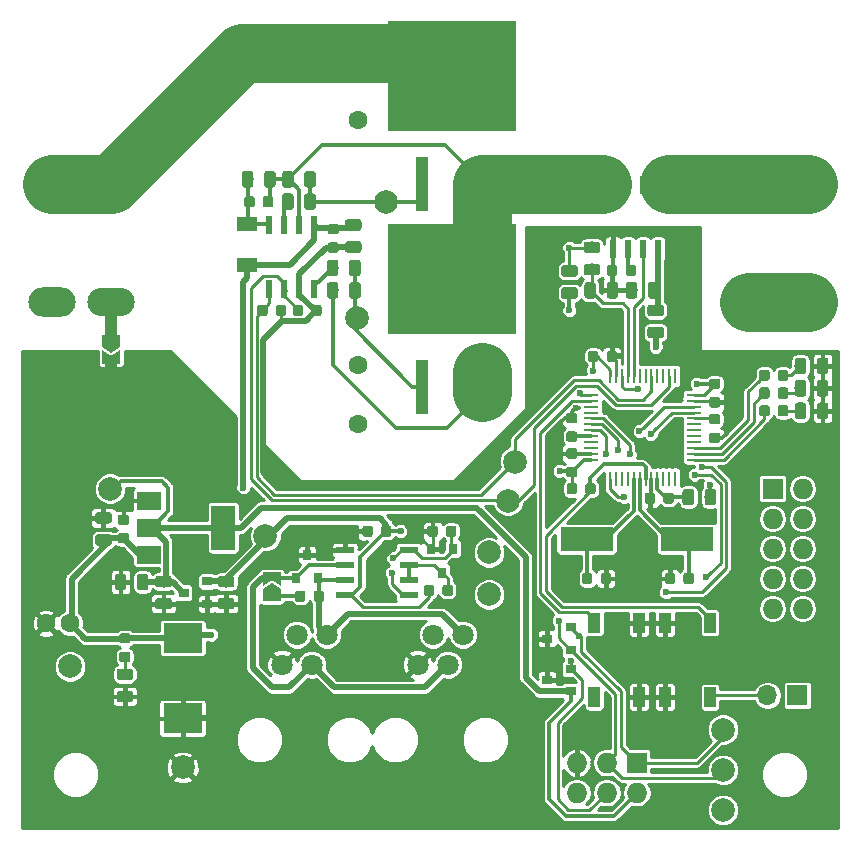
<source format=gtl>
G04 #@! TF.GenerationSoftware,KiCad,Pcbnew,(5.0.2)-1*
G04 #@! TF.CreationDate,2019-05-09T18:04:06+02:00*
G04 #@! TF.ProjectId,MotorDriver,4d6f746f-7244-4726-9976-65722e6b6963,rev?*
G04 #@! TF.SameCoordinates,Original*
G04 #@! TF.FileFunction,Copper,L1,Top*
G04 #@! TF.FilePolarity,Positive*
%FSLAX46Y46*%
G04 Gerber Fmt 4.6, Leading zero omitted, Abs format (unit mm)*
G04 Created by KiCad (PCBNEW (5.0.2)-1) date 09.05.2019 18:04:06*
%MOMM*%
%LPD*%
G01*
G04 APERTURE LIST*
G04 #@! TA.AperFunction,ComponentPad*
%ADD10C,1.600000*%
G04 #@! TD*
G04 #@! TA.AperFunction,ComponentPad*
%ADD11O,4.000000X2.400000*%
G04 #@! TD*
G04 #@! TA.AperFunction,ComponentPad*
%ADD12O,4.000000X2.500000*%
G04 #@! TD*
G04 #@! TA.AperFunction,ComponentPad*
%ADD13C,1.800000*%
G04 #@! TD*
G04 #@! TA.AperFunction,SMDPad,CuDef*
%ADD14R,4.500000X2.000000*%
G04 #@! TD*
G04 #@! TA.AperFunction,ComponentPad*
%ADD15O,1.727200X1.727200*%
G04 #@! TD*
G04 #@! TA.AperFunction,ComponentPad*
%ADD16R,1.727200X1.727200*%
G04 #@! TD*
G04 #@! TA.AperFunction,ComponentPad*
%ADD17C,2.000000*%
G04 #@! TD*
G04 #@! TA.AperFunction,SMDPad,CuDef*
%ADD18C,0.300000*%
G04 #@! TD*
G04 #@! TA.AperFunction,Conductor*
%ADD19C,0.100000*%
G04 #@! TD*
G04 #@! TA.AperFunction,SMDPad,CuDef*
%ADD20R,1.300000X0.250000*%
G04 #@! TD*
G04 #@! TA.AperFunction,SMDPad,CuDef*
%ADD21R,0.250000X1.300000*%
G04 #@! TD*
G04 #@! TA.AperFunction,SMDPad,CuDef*
%ADD22C,0.875000*%
G04 #@! TD*
G04 #@! TA.AperFunction,SMDPad,CuDef*
%ADD23C,0.975000*%
G04 #@! TD*
G04 #@! TA.AperFunction,SMDPad,CuDef*
%ADD24R,1.000000X1.700000*%
G04 #@! TD*
G04 #@! TA.AperFunction,ComponentPad*
%ADD25O,1.700000X1.700000*%
G04 #@! TD*
G04 #@! TA.AperFunction,ComponentPad*
%ADD26R,1.700000X1.700000*%
G04 #@! TD*
G04 #@! TA.AperFunction,SMDPad,CuDef*
%ADD27R,1.700000X1.300000*%
G04 #@! TD*
G04 #@! TA.AperFunction,SMDPad,CuDef*
%ADD28R,3.300000X2.500000*%
G04 #@! TD*
G04 #@! TA.AperFunction,SMDPad,CuDef*
%ADD29R,0.600000X1.550000*%
G04 #@! TD*
G04 #@! TA.AperFunction,SMDPad,CuDef*
%ADD30R,1.550000X0.600000*%
G04 #@! TD*
G04 #@! TA.AperFunction,SMDPad,CuDef*
%ADD31R,2.000000X3.800000*%
G04 #@! TD*
G04 #@! TA.AperFunction,SMDPad,CuDef*
%ADD32R,2.000000X1.500000*%
G04 #@! TD*
G04 #@! TA.AperFunction,SMDPad,CuDef*
%ADD33R,0.800000X0.900000*%
G04 #@! TD*
G04 #@! TA.AperFunction,SMDPad,CuDef*
%ADD34R,0.900000X0.800000*%
G04 #@! TD*
G04 #@! TA.AperFunction,SMDPad,CuDef*
%ADD35R,10.800000X9.400000*%
G04 #@! TD*
G04 #@! TA.AperFunction,SMDPad,CuDef*
%ADD36R,1.100000X4.600000*%
G04 #@! TD*
G04 #@! TA.AperFunction,ViaPad*
%ADD37C,0.600000*%
G04 #@! TD*
G04 #@! TA.AperFunction,Conductor*
%ADD38C,5.000000*%
G04 #@! TD*
G04 #@! TA.AperFunction,Conductor*
%ADD39C,0.250000*%
G04 #@! TD*
G04 #@! TA.AperFunction,Conductor*
%ADD40C,0.300000*%
G04 #@! TD*
G04 #@! TA.AperFunction,Conductor*
%ADD41C,0.500000*%
G04 #@! TD*
G04 #@! TA.AperFunction,Conductor*
%ADD42C,1.000000*%
G04 #@! TD*
G04 APERTURE END LIST*
D10*
G04 #@! TO.P,C22,2*
G04 #@! TO.N,GND*
X102500000Y-122200000D03*
G04 #@! TO.P,C22,1*
G04 #@! TO.N,+12V*
X104500000Y-122200000D03*
G04 #@! TD*
G04 #@! TO.P,C7,2*
G04 #@! TO.N,Net-(C6-Pad2)*
X128900000Y-105300000D03*
G04 #@! TO.P,C7,1*
G04 #@! TO.N,Net-(C6-Pad1)*
X128900000Y-100300000D03*
G04 #@! TD*
G04 #@! TO.P,C6,2*
G04 #@! TO.N,Net-(C6-Pad2)*
X128900000Y-79600000D03*
G04 #@! TO.P,C6,1*
G04 #@! TO.N,Net-(C6-Pad1)*
X128900000Y-74600000D03*
G04 #@! TD*
D11*
G04 #@! TO.P,J2,1*
G04 #@! TO.N,/OUT*
X162000000Y-85000000D03*
D12*
X167000000Y-85000000D03*
G04 #@! TD*
D11*
G04 #@! TO.P,J3,1*
G04 #@! TO.N,Net-(C6-Pad2)*
X162000000Y-95000000D03*
D12*
X167000000Y-95000000D03*
G04 #@! TD*
D11*
G04 #@! TO.P,J1,1*
G04 #@! TO.N,Net-(C6-Pad1)*
X108000000Y-85000000D03*
D12*
X103000000Y-85000000D03*
G04 #@! TD*
D11*
G04 #@! TO.P,J4,1*
G04 #@! TO.N,Net-(C6-Pad2)*
X108000000Y-95000000D03*
D12*
X103000000Y-95000000D03*
G04 #@! TD*
D13*
G04 #@! TO.P,J7,1*
G04 #@! TO.N,GND*
X122460000Y-125700000D03*
G04 #@! TO.P,J7,2*
G04 #@! TO.N,+12V*
X123730000Y-123160000D03*
G04 #@! TO.P,J7,4*
G04 #@! TO.N,/B*
X126270000Y-123160000D03*
G04 #@! TO.P,J7,3*
G04 #@! TO.N,/A*
X125000000Y-125700000D03*
G04 #@! TD*
G04 #@! TO.P,J8,1*
G04 #@! TO.N,GND*
X133960000Y-125700000D03*
G04 #@! TO.P,J8,2*
G04 #@! TO.N,+12V*
X135230000Y-123160000D03*
G04 #@! TO.P,J8,4*
G04 #@! TO.N,/B*
X137770000Y-123160000D03*
G04 #@! TO.P,J8,3*
G04 #@! TO.N,/A*
X136500000Y-125700000D03*
G04 #@! TD*
D14*
G04 #@! TO.P,Y1,1*
G04 #@! TO.N,Net-(C10-Pad1)*
X148250000Y-115100000D03*
G04 #@! TO.P,Y1,2*
G04 #@! TO.N,Net-(C11-Pad1)*
X156750000Y-115100000D03*
G04 #@! TD*
D15*
G04 #@! TO.P,J6,6*
G04 #@! TO.N,Net-(J6-Pad6)*
X147420000Y-136540000D03*
G04 #@! TO.P,J6,5*
G04 #@! TO.N,GND*
X147420000Y-134000000D03*
G04 #@! TO.P,J6,4*
G04 #@! TO.N,/ENCI*
X149960000Y-136540000D03*
G04 #@! TO.P,J6,3*
G04 #@! TO.N,/ENCA*
X149960000Y-134000000D03*
G04 #@! TO.P,J6,2*
G04 #@! TO.N,+5V*
X152500000Y-136540000D03*
D16*
G04 #@! TO.P,J6,1*
G04 #@! TO.N,/ENCB*
X152500000Y-134000000D03*
G04 #@! TD*
D17*
G04 #@! TO.P,TP15,1*
G04 #@! TO.N,GND*
X114060000Y-134400000D03*
G04 #@! TD*
G04 #@! TO.P,TP8,1*
G04 #@! TO.N,/ENCB*
X159800000Y-131200000D03*
G04 #@! TD*
G04 #@! TO.P,TP1,1*
G04 #@! TO.N,/HIN*
X142200000Y-108500000D03*
G04 #@! TD*
G04 #@! TO.P,TP4,1*
G04 #@! TO.N,/LG*
X128825000Y-96375000D03*
G04 #@! TD*
G04 #@! TO.P,TP7,1*
G04 #@! TO.N,/ENCI*
X159800000Y-138000000D03*
G04 #@! TD*
G04 #@! TO.P,TP9,1*
G04 #@! TO.N,/ENCA*
X159800000Y-134600000D03*
G04 #@! TD*
G04 #@! TO.P,TP10,1*
G04 #@! TO.N,+12V*
X104500000Y-125850000D03*
G04 #@! TD*
G04 #@! TO.P,TP11,1*
G04 #@! TO.N,/B*
X140000000Y-116200000D03*
G04 #@! TD*
G04 #@! TO.P,TP13,1*
G04 #@! TO.N,+5V*
X107900000Y-110800000D03*
G04 #@! TD*
G04 #@! TO.P,TP14,1*
G04 #@! TO.N,+3V3*
X121050000Y-114800000D03*
G04 #@! TD*
G04 #@! TO.P,TP12,1*
G04 #@! TO.N,/A*
X140000000Y-119750000D03*
G04 #@! TD*
G04 #@! TO.P,TP5,1*
G04 #@! TO.N,/HG*
X131300000Y-86500000D03*
G04 #@! TD*
G04 #@! TO.P,TP2,1*
G04 #@! TO.N,/LIN*
X141600000Y-111800000D03*
G04 #@! TD*
D16*
G04 #@! TO.P,J5,1*
G04 #@! TO.N,Net-(J5-Pad1)*
X164000000Y-110800000D03*
D15*
G04 #@! TO.P,J5,2*
G04 #@! TO.N,/2*
X166540000Y-110800000D03*
G04 #@! TO.P,J5,3*
G04 #@! TO.N,Net-(J5-Pad3)*
X164000000Y-113340000D03*
G04 #@! TO.P,J5,4*
G04 #@! TO.N,/4*
X166540000Y-113340000D03*
G04 #@! TO.P,J5,5*
G04 #@! TO.N,Net-(J5-Pad5)*
X164000000Y-115880000D03*
G04 #@! TO.P,J5,6*
G04 #@! TO.N,/6*
X166540000Y-115880000D03*
G04 #@! TO.P,J5,7*
G04 #@! TO.N,Net-(J5-Pad7)*
X164000000Y-118420000D03*
G04 #@! TO.P,J5,8*
G04 #@! TO.N,Net-(J5-Pad8)*
X166540000Y-118420000D03*
G04 #@! TO.P,J5,9*
G04 #@! TO.N,Net-(J5-Pad9)*
X164000000Y-120960000D03*
G04 #@! TO.P,J5,10*
G04 #@! TO.N,+5V*
X166540000Y-120960000D03*
G04 #@! TD*
D18*
G04 #@! TO.P,JP2,2*
G04 #@! TO.N,GND*
X108000000Y-99725000D03*
D19*
G04 #@! TD*
G04 #@! TO.N,GND*
G04 #@! TO.C,JP2*
G36*
X107250000Y-100225000D02*
X107250000Y-99075000D01*
X108000000Y-99575000D01*
X108750000Y-99075000D01*
X108750000Y-100225000D01*
X107250000Y-100225000D01*
X107250000Y-100225000D01*
G37*
D18*
G04 #@! TO.P,JP2,1*
G04 #@! TO.N,Net-(C6-Pad2)*
X108000000Y-98275000D03*
D19*
G04 #@! TD*
G04 #@! TO.N,Net-(C6-Pad2)*
G04 #@! TO.C,JP2*
G36*
X108000000Y-99275000D02*
X107250000Y-98775000D01*
X107250000Y-97775000D01*
X108750000Y-97775000D01*
X108750000Y-98775000D01*
X108000000Y-99275000D01*
X108000000Y-99275000D01*
G37*
D20*
G04 #@! TO.P,U4,48*
G04 #@! TO.N,+3V3*
X148650000Y-108350000D03*
G04 #@! TO.P,U4,47*
G04 #@! TO.N,GND*
X148650000Y-107850000D03*
G04 #@! TO.P,U4,46*
G04 #@! TO.N,Net-(U4-Pad46)*
X148650000Y-107350000D03*
G04 #@! TO.P,U4,45*
G04 #@! TO.N,Net-(U4-Pad45)*
X148650000Y-106850000D03*
G04 #@! TO.P,U4,44*
G04 #@! TO.N,Net-(R14-Pad1)*
X148650000Y-106350000D03*
G04 #@! TO.P,U4,43*
G04 #@! TO.N,/ENCA*
X148650000Y-105850000D03*
G04 #@! TO.P,U4,42*
G04 #@! TO.N,/ENCB*
X148650000Y-105350000D03*
G04 #@! TO.P,U4,41*
G04 #@! TO.N,/ENCI*
X148650000Y-104850000D03*
G04 #@! TO.P,U4,40*
G04 #@! TO.N,Net-(U4-Pad40)*
X148650000Y-104350000D03*
G04 #@! TO.P,U4,39*
G04 #@! TO.N,Net-(U4-Pad39)*
X148650000Y-103850000D03*
G04 #@! TO.P,U4,38*
G04 #@! TO.N,Net-(SW3-Pad1)*
X148650000Y-103350000D03*
G04 #@! TO.P,U4,37*
G04 #@! TO.N,/SWCLK*
X148650000Y-102850000D03*
D21*
G04 #@! TO.P,U4,36*
G04 #@! TO.N,+3V3*
X150250000Y-101250000D03*
G04 #@! TO.P,U4,35*
G04 #@! TO.N,GND*
X150750000Y-101250000D03*
G04 #@! TO.P,U4,34*
G04 #@! TO.N,/SWDIO*
X151250000Y-101250000D03*
G04 #@! TO.P,U4,33*
G04 #@! TO.N,/ADC_VIN*
X151750000Y-101250000D03*
G04 #@! TO.P,U4,32*
G04 #@! TO.N,/ADC_I*
X152250000Y-101250000D03*
G04 #@! TO.P,U4,31*
G04 #@! TO.N,Net-(U4-Pad31)*
X152750000Y-101250000D03*
G04 #@! TO.P,U4,30*
G04 #@! TO.N,Net-(U4-Pad30)*
X153250000Y-101250000D03*
G04 #@! TO.P,U4,29*
G04 #@! TO.N,/HIN*
X153750000Y-101250000D03*
G04 #@! TO.P,U4,28*
G04 #@! TO.N,Net-(U4-Pad28)*
X154250000Y-101250000D03*
G04 #@! TO.P,U4,27*
G04 #@! TO.N,Net-(U4-Pad27)*
X154750000Y-101250000D03*
G04 #@! TO.P,U4,26*
G04 #@! TO.N,/LIN*
X155250000Y-101250000D03*
G04 #@! TO.P,U4,25*
G04 #@! TO.N,Net-(U4-Pad25)*
X155750000Y-101250000D03*
D20*
G04 #@! TO.P,U4,24*
G04 #@! TO.N,+3V3*
X157350000Y-102850000D03*
G04 #@! TO.P,U4,23*
G04 #@! TO.N,GND*
X157350000Y-103350000D03*
G04 #@! TO.P,U4,22*
G04 #@! TO.N,/RX*
X157350000Y-103850000D03*
G04 #@! TO.P,U4,21*
G04 #@! TO.N,/TX*
X157350000Y-104350000D03*
G04 #@! TO.P,U4,20*
G04 #@! TO.N,Net-(R17-Pad1)*
X157350000Y-104850000D03*
G04 #@! TO.P,U4,19*
G04 #@! TO.N,Net-(U4-Pad19)*
X157350000Y-105350000D03*
G04 #@! TO.P,U4,18*
G04 #@! TO.N,Net-(U4-Pad18)*
X157350000Y-105850000D03*
G04 #@! TO.P,U4,17*
G04 #@! TO.N,Net-(U4-Pad17)*
X157350000Y-106350000D03*
G04 #@! TO.P,U4,16*
G04 #@! TO.N,Net-(U4-Pad16)*
X157350000Y-106850000D03*
G04 #@! TO.P,U4,15*
G04 #@! TO.N,/LED1*
X157350000Y-107350000D03*
G04 #@! TO.P,U4,14*
G04 #@! TO.N,/LED2*
X157350000Y-107850000D03*
G04 #@! TO.P,U4,13*
G04 #@! TO.N,/LED3*
X157350000Y-108350000D03*
D21*
G04 #@! TO.P,U4,12*
G04 #@! TO.N,Net-(U4-Pad12)*
X155750000Y-109950000D03*
G04 #@! TO.P,U4,11*
G04 #@! TO.N,Net-(U4-Pad11)*
X155250000Y-109950000D03*
G04 #@! TO.P,U4,10*
G04 #@! TO.N,Net-(U4-Pad10)*
X154750000Y-109950000D03*
G04 #@! TO.P,U4,9*
G04 #@! TO.N,+3.3VA*
X154250000Y-109950000D03*
G04 #@! TO.P,U4,8*
G04 #@! TO.N,GND*
X153750000Y-109950000D03*
G04 #@! TO.P,U4,7*
G04 #@! TO.N,/RST*
X153250000Y-109950000D03*
G04 #@! TO.P,U4,6*
G04 #@! TO.N,Net-(C11-Pad1)*
X152750000Y-109950000D03*
G04 #@! TO.P,U4,5*
G04 #@! TO.N,Net-(C10-Pad1)*
X152250000Y-109950000D03*
G04 #@! TO.P,U4,4*
G04 #@! TO.N,Net-(U4-Pad4)*
X151750000Y-109950000D03*
G04 #@! TO.P,U4,3*
G04 #@! TO.N,Net-(U4-Pad3)*
X151250000Y-109950000D03*
G04 #@! TO.P,U4,2*
G04 #@! TO.N,Net-(U4-Pad2)*
X150750000Y-109950000D03*
G04 #@! TO.P,U4,1*
G04 #@! TO.N,+3V3*
X150250000Y-109950000D03*
G04 #@! TD*
D19*
G04 #@! TO.N,GND*
G04 #@! TO.C,R5*
G36*
X122627691Y-95226053D02*
X122648926Y-95229203D01*
X122669750Y-95234419D01*
X122689962Y-95241651D01*
X122709368Y-95250830D01*
X122727781Y-95261866D01*
X122745024Y-95274654D01*
X122760930Y-95289070D01*
X122775346Y-95304976D01*
X122788134Y-95322219D01*
X122799170Y-95340632D01*
X122808349Y-95360038D01*
X122815581Y-95380250D01*
X122820797Y-95401074D01*
X122823947Y-95422309D01*
X122825000Y-95443750D01*
X122825000Y-95956250D01*
X122823947Y-95977691D01*
X122820797Y-95998926D01*
X122815581Y-96019750D01*
X122808349Y-96039962D01*
X122799170Y-96059368D01*
X122788134Y-96077781D01*
X122775346Y-96095024D01*
X122760930Y-96110930D01*
X122745024Y-96125346D01*
X122727781Y-96138134D01*
X122709368Y-96149170D01*
X122689962Y-96158349D01*
X122669750Y-96165581D01*
X122648926Y-96170797D01*
X122627691Y-96173947D01*
X122606250Y-96175000D01*
X122168750Y-96175000D01*
X122147309Y-96173947D01*
X122126074Y-96170797D01*
X122105250Y-96165581D01*
X122085038Y-96158349D01*
X122065632Y-96149170D01*
X122047219Y-96138134D01*
X122029976Y-96125346D01*
X122014070Y-96110930D01*
X121999654Y-96095024D01*
X121986866Y-96077781D01*
X121975830Y-96059368D01*
X121966651Y-96039962D01*
X121959419Y-96019750D01*
X121954203Y-95998926D01*
X121951053Y-95977691D01*
X121950000Y-95956250D01*
X121950000Y-95443750D01*
X121951053Y-95422309D01*
X121954203Y-95401074D01*
X121959419Y-95380250D01*
X121966651Y-95360038D01*
X121975830Y-95340632D01*
X121986866Y-95322219D01*
X121999654Y-95304976D01*
X122014070Y-95289070D01*
X122029976Y-95274654D01*
X122047219Y-95261866D01*
X122065632Y-95250830D01*
X122085038Y-95241651D01*
X122105250Y-95234419D01*
X122126074Y-95229203D01*
X122147309Y-95226053D01*
X122168750Y-95225000D01*
X122606250Y-95225000D01*
X122627691Y-95226053D01*
X122627691Y-95226053D01*
G37*
D22*
G04 #@! TD*
G04 #@! TO.P,R5,2*
G04 #@! TO.N,GND*
X122387500Y-95700000D03*
D19*
G04 #@! TO.N,/HIN*
G04 #@! TO.C,R5*
G36*
X121052691Y-95226053D02*
X121073926Y-95229203D01*
X121094750Y-95234419D01*
X121114962Y-95241651D01*
X121134368Y-95250830D01*
X121152781Y-95261866D01*
X121170024Y-95274654D01*
X121185930Y-95289070D01*
X121200346Y-95304976D01*
X121213134Y-95322219D01*
X121224170Y-95340632D01*
X121233349Y-95360038D01*
X121240581Y-95380250D01*
X121245797Y-95401074D01*
X121248947Y-95422309D01*
X121250000Y-95443750D01*
X121250000Y-95956250D01*
X121248947Y-95977691D01*
X121245797Y-95998926D01*
X121240581Y-96019750D01*
X121233349Y-96039962D01*
X121224170Y-96059368D01*
X121213134Y-96077781D01*
X121200346Y-96095024D01*
X121185930Y-96110930D01*
X121170024Y-96125346D01*
X121152781Y-96138134D01*
X121134368Y-96149170D01*
X121114962Y-96158349D01*
X121094750Y-96165581D01*
X121073926Y-96170797D01*
X121052691Y-96173947D01*
X121031250Y-96175000D01*
X120593750Y-96175000D01*
X120572309Y-96173947D01*
X120551074Y-96170797D01*
X120530250Y-96165581D01*
X120510038Y-96158349D01*
X120490632Y-96149170D01*
X120472219Y-96138134D01*
X120454976Y-96125346D01*
X120439070Y-96110930D01*
X120424654Y-96095024D01*
X120411866Y-96077781D01*
X120400830Y-96059368D01*
X120391651Y-96039962D01*
X120384419Y-96019750D01*
X120379203Y-95998926D01*
X120376053Y-95977691D01*
X120375000Y-95956250D01*
X120375000Y-95443750D01*
X120376053Y-95422309D01*
X120379203Y-95401074D01*
X120384419Y-95380250D01*
X120391651Y-95360038D01*
X120400830Y-95340632D01*
X120411866Y-95322219D01*
X120424654Y-95304976D01*
X120439070Y-95289070D01*
X120454976Y-95274654D01*
X120472219Y-95261866D01*
X120490632Y-95250830D01*
X120510038Y-95241651D01*
X120530250Y-95234419D01*
X120551074Y-95229203D01*
X120572309Y-95226053D01*
X120593750Y-95225000D01*
X121031250Y-95225000D01*
X121052691Y-95226053D01*
X121052691Y-95226053D01*
G37*
D22*
G04 #@! TD*
G04 #@! TO.P,R5,1*
G04 #@! TO.N,/HIN*
X120812500Y-95700000D03*
D19*
G04 #@! TO.N,GND*
G04 #@! TO.C,C10*
G36*
X150127691Y-117926053D02*
X150148926Y-117929203D01*
X150169750Y-117934419D01*
X150189962Y-117941651D01*
X150209368Y-117950830D01*
X150227781Y-117961866D01*
X150245024Y-117974654D01*
X150260930Y-117989070D01*
X150275346Y-118004976D01*
X150288134Y-118022219D01*
X150299170Y-118040632D01*
X150308349Y-118060038D01*
X150315581Y-118080250D01*
X150320797Y-118101074D01*
X150323947Y-118122309D01*
X150325000Y-118143750D01*
X150325000Y-118656250D01*
X150323947Y-118677691D01*
X150320797Y-118698926D01*
X150315581Y-118719750D01*
X150308349Y-118739962D01*
X150299170Y-118759368D01*
X150288134Y-118777781D01*
X150275346Y-118795024D01*
X150260930Y-118810930D01*
X150245024Y-118825346D01*
X150227781Y-118838134D01*
X150209368Y-118849170D01*
X150189962Y-118858349D01*
X150169750Y-118865581D01*
X150148926Y-118870797D01*
X150127691Y-118873947D01*
X150106250Y-118875000D01*
X149668750Y-118875000D01*
X149647309Y-118873947D01*
X149626074Y-118870797D01*
X149605250Y-118865581D01*
X149585038Y-118858349D01*
X149565632Y-118849170D01*
X149547219Y-118838134D01*
X149529976Y-118825346D01*
X149514070Y-118810930D01*
X149499654Y-118795024D01*
X149486866Y-118777781D01*
X149475830Y-118759368D01*
X149466651Y-118739962D01*
X149459419Y-118719750D01*
X149454203Y-118698926D01*
X149451053Y-118677691D01*
X149450000Y-118656250D01*
X149450000Y-118143750D01*
X149451053Y-118122309D01*
X149454203Y-118101074D01*
X149459419Y-118080250D01*
X149466651Y-118060038D01*
X149475830Y-118040632D01*
X149486866Y-118022219D01*
X149499654Y-118004976D01*
X149514070Y-117989070D01*
X149529976Y-117974654D01*
X149547219Y-117961866D01*
X149565632Y-117950830D01*
X149585038Y-117941651D01*
X149605250Y-117934419D01*
X149626074Y-117929203D01*
X149647309Y-117926053D01*
X149668750Y-117925000D01*
X150106250Y-117925000D01*
X150127691Y-117926053D01*
X150127691Y-117926053D01*
G37*
D22*
G04 #@! TD*
G04 #@! TO.P,C10,2*
G04 #@! TO.N,GND*
X149887500Y-118400000D03*
D19*
G04 #@! TO.N,Net-(C10-Pad1)*
G04 #@! TO.C,C10*
G36*
X148552691Y-117926053D02*
X148573926Y-117929203D01*
X148594750Y-117934419D01*
X148614962Y-117941651D01*
X148634368Y-117950830D01*
X148652781Y-117961866D01*
X148670024Y-117974654D01*
X148685930Y-117989070D01*
X148700346Y-118004976D01*
X148713134Y-118022219D01*
X148724170Y-118040632D01*
X148733349Y-118060038D01*
X148740581Y-118080250D01*
X148745797Y-118101074D01*
X148748947Y-118122309D01*
X148750000Y-118143750D01*
X148750000Y-118656250D01*
X148748947Y-118677691D01*
X148745797Y-118698926D01*
X148740581Y-118719750D01*
X148733349Y-118739962D01*
X148724170Y-118759368D01*
X148713134Y-118777781D01*
X148700346Y-118795024D01*
X148685930Y-118810930D01*
X148670024Y-118825346D01*
X148652781Y-118838134D01*
X148634368Y-118849170D01*
X148614962Y-118858349D01*
X148594750Y-118865581D01*
X148573926Y-118870797D01*
X148552691Y-118873947D01*
X148531250Y-118875000D01*
X148093750Y-118875000D01*
X148072309Y-118873947D01*
X148051074Y-118870797D01*
X148030250Y-118865581D01*
X148010038Y-118858349D01*
X147990632Y-118849170D01*
X147972219Y-118838134D01*
X147954976Y-118825346D01*
X147939070Y-118810930D01*
X147924654Y-118795024D01*
X147911866Y-118777781D01*
X147900830Y-118759368D01*
X147891651Y-118739962D01*
X147884419Y-118719750D01*
X147879203Y-118698926D01*
X147876053Y-118677691D01*
X147875000Y-118656250D01*
X147875000Y-118143750D01*
X147876053Y-118122309D01*
X147879203Y-118101074D01*
X147884419Y-118080250D01*
X147891651Y-118060038D01*
X147900830Y-118040632D01*
X147911866Y-118022219D01*
X147924654Y-118004976D01*
X147939070Y-117989070D01*
X147954976Y-117974654D01*
X147972219Y-117961866D01*
X147990632Y-117950830D01*
X148010038Y-117941651D01*
X148030250Y-117934419D01*
X148051074Y-117929203D01*
X148072309Y-117926053D01*
X148093750Y-117925000D01*
X148531250Y-117925000D01*
X148552691Y-117926053D01*
X148552691Y-117926053D01*
G37*
D22*
G04 #@! TD*
G04 #@! TO.P,C10,1*
G04 #@! TO.N,Net-(C10-Pad1)*
X148312500Y-118400000D03*
D19*
G04 #@! TO.N,/LED3*
G04 #@! TO.C,R13*
G36*
X163552691Y-103726053D02*
X163573926Y-103729203D01*
X163594750Y-103734419D01*
X163614962Y-103741651D01*
X163634368Y-103750830D01*
X163652781Y-103761866D01*
X163670024Y-103774654D01*
X163685930Y-103789070D01*
X163700346Y-103804976D01*
X163713134Y-103822219D01*
X163724170Y-103840632D01*
X163733349Y-103860038D01*
X163740581Y-103880250D01*
X163745797Y-103901074D01*
X163748947Y-103922309D01*
X163750000Y-103943750D01*
X163750000Y-104456250D01*
X163748947Y-104477691D01*
X163745797Y-104498926D01*
X163740581Y-104519750D01*
X163733349Y-104539962D01*
X163724170Y-104559368D01*
X163713134Y-104577781D01*
X163700346Y-104595024D01*
X163685930Y-104610930D01*
X163670024Y-104625346D01*
X163652781Y-104638134D01*
X163634368Y-104649170D01*
X163614962Y-104658349D01*
X163594750Y-104665581D01*
X163573926Y-104670797D01*
X163552691Y-104673947D01*
X163531250Y-104675000D01*
X163093750Y-104675000D01*
X163072309Y-104673947D01*
X163051074Y-104670797D01*
X163030250Y-104665581D01*
X163010038Y-104658349D01*
X162990632Y-104649170D01*
X162972219Y-104638134D01*
X162954976Y-104625346D01*
X162939070Y-104610930D01*
X162924654Y-104595024D01*
X162911866Y-104577781D01*
X162900830Y-104559368D01*
X162891651Y-104539962D01*
X162884419Y-104519750D01*
X162879203Y-104498926D01*
X162876053Y-104477691D01*
X162875000Y-104456250D01*
X162875000Y-103943750D01*
X162876053Y-103922309D01*
X162879203Y-103901074D01*
X162884419Y-103880250D01*
X162891651Y-103860038D01*
X162900830Y-103840632D01*
X162911866Y-103822219D01*
X162924654Y-103804976D01*
X162939070Y-103789070D01*
X162954976Y-103774654D01*
X162972219Y-103761866D01*
X162990632Y-103750830D01*
X163010038Y-103741651D01*
X163030250Y-103734419D01*
X163051074Y-103729203D01*
X163072309Y-103726053D01*
X163093750Y-103725000D01*
X163531250Y-103725000D01*
X163552691Y-103726053D01*
X163552691Y-103726053D01*
G37*
D22*
G04 #@! TD*
G04 #@! TO.P,R13,2*
G04 #@! TO.N,/LED3*
X163312500Y-104200000D03*
D19*
G04 #@! TO.N,Net-(D7-Pad2)*
G04 #@! TO.C,R13*
G36*
X165127691Y-103726053D02*
X165148926Y-103729203D01*
X165169750Y-103734419D01*
X165189962Y-103741651D01*
X165209368Y-103750830D01*
X165227781Y-103761866D01*
X165245024Y-103774654D01*
X165260930Y-103789070D01*
X165275346Y-103804976D01*
X165288134Y-103822219D01*
X165299170Y-103840632D01*
X165308349Y-103860038D01*
X165315581Y-103880250D01*
X165320797Y-103901074D01*
X165323947Y-103922309D01*
X165325000Y-103943750D01*
X165325000Y-104456250D01*
X165323947Y-104477691D01*
X165320797Y-104498926D01*
X165315581Y-104519750D01*
X165308349Y-104539962D01*
X165299170Y-104559368D01*
X165288134Y-104577781D01*
X165275346Y-104595024D01*
X165260930Y-104610930D01*
X165245024Y-104625346D01*
X165227781Y-104638134D01*
X165209368Y-104649170D01*
X165189962Y-104658349D01*
X165169750Y-104665581D01*
X165148926Y-104670797D01*
X165127691Y-104673947D01*
X165106250Y-104675000D01*
X164668750Y-104675000D01*
X164647309Y-104673947D01*
X164626074Y-104670797D01*
X164605250Y-104665581D01*
X164585038Y-104658349D01*
X164565632Y-104649170D01*
X164547219Y-104638134D01*
X164529976Y-104625346D01*
X164514070Y-104610930D01*
X164499654Y-104595024D01*
X164486866Y-104577781D01*
X164475830Y-104559368D01*
X164466651Y-104539962D01*
X164459419Y-104519750D01*
X164454203Y-104498926D01*
X164451053Y-104477691D01*
X164450000Y-104456250D01*
X164450000Y-103943750D01*
X164451053Y-103922309D01*
X164454203Y-103901074D01*
X164459419Y-103880250D01*
X164466651Y-103860038D01*
X164475830Y-103840632D01*
X164486866Y-103822219D01*
X164499654Y-103804976D01*
X164514070Y-103789070D01*
X164529976Y-103774654D01*
X164547219Y-103761866D01*
X164565632Y-103750830D01*
X164585038Y-103741651D01*
X164605250Y-103734419D01*
X164626074Y-103729203D01*
X164647309Y-103726053D01*
X164668750Y-103725000D01*
X165106250Y-103725000D01*
X165127691Y-103726053D01*
X165127691Y-103726053D01*
G37*
D22*
G04 #@! TD*
G04 #@! TO.P,R13,1*
G04 #@! TO.N,Net-(D7-Pad2)*
X164887500Y-104200000D03*
D19*
G04 #@! TO.N,GND*
G04 #@! TO.C,C21*
G36*
X153852691Y-111126053D02*
X153873926Y-111129203D01*
X153894750Y-111134419D01*
X153914962Y-111141651D01*
X153934368Y-111150830D01*
X153952781Y-111161866D01*
X153970024Y-111174654D01*
X153985930Y-111189070D01*
X154000346Y-111204976D01*
X154013134Y-111222219D01*
X154024170Y-111240632D01*
X154033349Y-111260038D01*
X154040581Y-111280250D01*
X154045797Y-111301074D01*
X154048947Y-111322309D01*
X154050000Y-111343750D01*
X154050000Y-111856250D01*
X154048947Y-111877691D01*
X154045797Y-111898926D01*
X154040581Y-111919750D01*
X154033349Y-111939962D01*
X154024170Y-111959368D01*
X154013134Y-111977781D01*
X154000346Y-111995024D01*
X153985930Y-112010930D01*
X153970024Y-112025346D01*
X153952781Y-112038134D01*
X153934368Y-112049170D01*
X153914962Y-112058349D01*
X153894750Y-112065581D01*
X153873926Y-112070797D01*
X153852691Y-112073947D01*
X153831250Y-112075000D01*
X153393750Y-112075000D01*
X153372309Y-112073947D01*
X153351074Y-112070797D01*
X153330250Y-112065581D01*
X153310038Y-112058349D01*
X153290632Y-112049170D01*
X153272219Y-112038134D01*
X153254976Y-112025346D01*
X153239070Y-112010930D01*
X153224654Y-111995024D01*
X153211866Y-111977781D01*
X153200830Y-111959368D01*
X153191651Y-111939962D01*
X153184419Y-111919750D01*
X153179203Y-111898926D01*
X153176053Y-111877691D01*
X153175000Y-111856250D01*
X153175000Y-111343750D01*
X153176053Y-111322309D01*
X153179203Y-111301074D01*
X153184419Y-111280250D01*
X153191651Y-111260038D01*
X153200830Y-111240632D01*
X153211866Y-111222219D01*
X153224654Y-111204976D01*
X153239070Y-111189070D01*
X153254976Y-111174654D01*
X153272219Y-111161866D01*
X153290632Y-111150830D01*
X153310038Y-111141651D01*
X153330250Y-111134419D01*
X153351074Y-111129203D01*
X153372309Y-111126053D01*
X153393750Y-111125000D01*
X153831250Y-111125000D01*
X153852691Y-111126053D01*
X153852691Y-111126053D01*
G37*
D22*
G04 #@! TD*
G04 #@! TO.P,C21,2*
G04 #@! TO.N,GND*
X153612500Y-111600000D03*
D19*
G04 #@! TO.N,+3.3VA*
G04 #@! TO.C,C21*
G36*
X155427691Y-111126053D02*
X155448926Y-111129203D01*
X155469750Y-111134419D01*
X155489962Y-111141651D01*
X155509368Y-111150830D01*
X155527781Y-111161866D01*
X155545024Y-111174654D01*
X155560930Y-111189070D01*
X155575346Y-111204976D01*
X155588134Y-111222219D01*
X155599170Y-111240632D01*
X155608349Y-111260038D01*
X155615581Y-111280250D01*
X155620797Y-111301074D01*
X155623947Y-111322309D01*
X155625000Y-111343750D01*
X155625000Y-111856250D01*
X155623947Y-111877691D01*
X155620797Y-111898926D01*
X155615581Y-111919750D01*
X155608349Y-111939962D01*
X155599170Y-111959368D01*
X155588134Y-111977781D01*
X155575346Y-111995024D01*
X155560930Y-112010930D01*
X155545024Y-112025346D01*
X155527781Y-112038134D01*
X155509368Y-112049170D01*
X155489962Y-112058349D01*
X155469750Y-112065581D01*
X155448926Y-112070797D01*
X155427691Y-112073947D01*
X155406250Y-112075000D01*
X154968750Y-112075000D01*
X154947309Y-112073947D01*
X154926074Y-112070797D01*
X154905250Y-112065581D01*
X154885038Y-112058349D01*
X154865632Y-112049170D01*
X154847219Y-112038134D01*
X154829976Y-112025346D01*
X154814070Y-112010930D01*
X154799654Y-111995024D01*
X154786866Y-111977781D01*
X154775830Y-111959368D01*
X154766651Y-111939962D01*
X154759419Y-111919750D01*
X154754203Y-111898926D01*
X154751053Y-111877691D01*
X154750000Y-111856250D01*
X154750000Y-111343750D01*
X154751053Y-111322309D01*
X154754203Y-111301074D01*
X154759419Y-111280250D01*
X154766651Y-111260038D01*
X154775830Y-111240632D01*
X154786866Y-111222219D01*
X154799654Y-111204976D01*
X154814070Y-111189070D01*
X154829976Y-111174654D01*
X154847219Y-111161866D01*
X154865632Y-111150830D01*
X154885038Y-111141651D01*
X154905250Y-111134419D01*
X154926074Y-111129203D01*
X154947309Y-111126053D01*
X154968750Y-111125000D01*
X155406250Y-111125000D01*
X155427691Y-111126053D01*
X155427691Y-111126053D01*
G37*
D22*
G04 #@! TD*
G04 #@! TO.P,C21,1*
G04 #@! TO.N,+3.3VA*
X155187500Y-111600000D03*
D19*
G04 #@! TO.N,GND*
G04 #@! TO.C,C1*
G36*
X152330142Y-93301174D02*
X152353803Y-93304684D01*
X152377007Y-93310496D01*
X152399529Y-93318554D01*
X152421153Y-93328782D01*
X152441670Y-93341079D01*
X152460883Y-93355329D01*
X152478607Y-93371393D01*
X152494671Y-93389117D01*
X152508921Y-93408330D01*
X152521218Y-93428847D01*
X152531446Y-93450471D01*
X152539504Y-93472993D01*
X152545316Y-93496197D01*
X152548826Y-93519858D01*
X152550000Y-93543750D01*
X152550000Y-94456250D01*
X152548826Y-94480142D01*
X152545316Y-94503803D01*
X152539504Y-94527007D01*
X152531446Y-94549529D01*
X152521218Y-94571153D01*
X152508921Y-94591670D01*
X152494671Y-94610883D01*
X152478607Y-94628607D01*
X152460883Y-94644671D01*
X152441670Y-94658921D01*
X152421153Y-94671218D01*
X152399529Y-94681446D01*
X152377007Y-94689504D01*
X152353803Y-94695316D01*
X152330142Y-94698826D01*
X152306250Y-94700000D01*
X151818750Y-94700000D01*
X151794858Y-94698826D01*
X151771197Y-94695316D01*
X151747993Y-94689504D01*
X151725471Y-94681446D01*
X151703847Y-94671218D01*
X151683330Y-94658921D01*
X151664117Y-94644671D01*
X151646393Y-94628607D01*
X151630329Y-94610883D01*
X151616079Y-94591670D01*
X151603782Y-94571153D01*
X151593554Y-94549529D01*
X151585496Y-94527007D01*
X151579684Y-94503803D01*
X151576174Y-94480142D01*
X151575000Y-94456250D01*
X151575000Y-93543750D01*
X151576174Y-93519858D01*
X151579684Y-93496197D01*
X151585496Y-93472993D01*
X151593554Y-93450471D01*
X151603782Y-93428847D01*
X151616079Y-93408330D01*
X151630329Y-93389117D01*
X151646393Y-93371393D01*
X151664117Y-93355329D01*
X151683330Y-93341079D01*
X151703847Y-93328782D01*
X151725471Y-93318554D01*
X151747993Y-93310496D01*
X151771197Y-93304684D01*
X151794858Y-93301174D01*
X151818750Y-93300000D01*
X152306250Y-93300000D01*
X152330142Y-93301174D01*
X152330142Y-93301174D01*
G37*
D23*
G04 #@! TD*
G04 #@! TO.P,C1,2*
G04 #@! TO.N,GND*
X152062500Y-94000000D03*
D19*
G04 #@! TO.N,Net-(C1-Pad1)*
G04 #@! TO.C,C1*
G36*
X154205142Y-93301174D02*
X154228803Y-93304684D01*
X154252007Y-93310496D01*
X154274529Y-93318554D01*
X154296153Y-93328782D01*
X154316670Y-93341079D01*
X154335883Y-93355329D01*
X154353607Y-93371393D01*
X154369671Y-93389117D01*
X154383921Y-93408330D01*
X154396218Y-93428847D01*
X154406446Y-93450471D01*
X154414504Y-93472993D01*
X154420316Y-93496197D01*
X154423826Y-93519858D01*
X154425000Y-93543750D01*
X154425000Y-94456250D01*
X154423826Y-94480142D01*
X154420316Y-94503803D01*
X154414504Y-94527007D01*
X154406446Y-94549529D01*
X154396218Y-94571153D01*
X154383921Y-94591670D01*
X154369671Y-94610883D01*
X154353607Y-94628607D01*
X154335883Y-94644671D01*
X154316670Y-94658921D01*
X154296153Y-94671218D01*
X154274529Y-94681446D01*
X154252007Y-94689504D01*
X154228803Y-94695316D01*
X154205142Y-94698826D01*
X154181250Y-94700000D01*
X153693750Y-94700000D01*
X153669858Y-94698826D01*
X153646197Y-94695316D01*
X153622993Y-94689504D01*
X153600471Y-94681446D01*
X153578847Y-94671218D01*
X153558330Y-94658921D01*
X153539117Y-94644671D01*
X153521393Y-94628607D01*
X153505329Y-94610883D01*
X153491079Y-94591670D01*
X153478782Y-94571153D01*
X153468554Y-94549529D01*
X153460496Y-94527007D01*
X153454684Y-94503803D01*
X153451174Y-94480142D01*
X153450000Y-94456250D01*
X153450000Y-93543750D01*
X153451174Y-93519858D01*
X153454684Y-93496197D01*
X153460496Y-93472993D01*
X153468554Y-93450471D01*
X153478782Y-93428847D01*
X153491079Y-93408330D01*
X153505329Y-93389117D01*
X153521393Y-93371393D01*
X153539117Y-93355329D01*
X153558330Y-93341079D01*
X153578847Y-93328782D01*
X153600471Y-93318554D01*
X153622993Y-93310496D01*
X153646197Y-93304684D01*
X153669858Y-93301174D01*
X153693750Y-93300000D01*
X154181250Y-93300000D01*
X154205142Y-93301174D01*
X154205142Y-93301174D01*
G37*
D23*
G04 #@! TD*
G04 #@! TO.P,C1,1*
G04 #@! TO.N,Net-(C1-Pad1)*
X153937500Y-94000000D03*
D19*
G04 #@! TO.N,/VS*
G04 #@! TO.C,R2*
G36*
X123230142Y-83901174D02*
X123253803Y-83904684D01*
X123277007Y-83910496D01*
X123299529Y-83918554D01*
X123321153Y-83928782D01*
X123341670Y-83941079D01*
X123360883Y-83955329D01*
X123378607Y-83971393D01*
X123394671Y-83989117D01*
X123408921Y-84008330D01*
X123421218Y-84028847D01*
X123431446Y-84050471D01*
X123439504Y-84072993D01*
X123445316Y-84096197D01*
X123448826Y-84119858D01*
X123450000Y-84143750D01*
X123450000Y-85056250D01*
X123448826Y-85080142D01*
X123445316Y-85103803D01*
X123439504Y-85127007D01*
X123431446Y-85149529D01*
X123421218Y-85171153D01*
X123408921Y-85191670D01*
X123394671Y-85210883D01*
X123378607Y-85228607D01*
X123360883Y-85244671D01*
X123341670Y-85258921D01*
X123321153Y-85271218D01*
X123299529Y-85281446D01*
X123277007Y-85289504D01*
X123253803Y-85295316D01*
X123230142Y-85298826D01*
X123206250Y-85300000D01*
X122718750Y-85300000D01*
X122694858Y-85298826D01*
X122671197Y-85295316D01*
X122647993Y-85289504D01*
X122625471Y-85281446D01*
X122603847Y-85271218D01*
X122583330Y-85258921D01*
X122564117Y-85244671D01*
X122546393Y-85228607D01*
X122530329Y-85210883D01*
X122516079Y-85191670D01*
X122503782Y-85171153D01*
X122493554Y-85149529D01*
X122485496Y-85127007D01*
X122479684Y-85103803D01*
X122476174Y-85080142D01*
X122475000Y-85056250D01*
X122475000Y-84143750D01*
X122476174Y-84119858D01*
X122479684Y-84096197D01*
X122485496Y-84072993D01*
X122493554Y-84050471D01*
X122503782Y-84028847D01*
X122516079Y-84008330D01*
X122530329Y-83989117D01*
X122546393Y-83971393D01*
X122564117Y-83955329D01*
X122583330Y-83941079D01*
X122603847Y-83928782D01*
X122625471Y-83918554D01*
X122647993Y-83910496D01*
X122671197Y-83904684D01*
X122694858Y-83901174D01*
X122718750Y-83900000D01*
X123206250Y-83900000D01*
X123230142Y-83901174D01*
X123230142Y-83901174D01*
G37*
D23*
G04 #@! TD*
G04 #@! TO.P,R2,2*
G04 #@! TO.N,/VS*
X122962500Y-84600000D03*
D19*
G04 #@! TO.N,/HG*
G04 #@! TO.C,R2*
G36*
X125105142Y-83901174D02*
X125128803Y-83904684D01*
X125152007Y-83910496D01*
X125174529Y-83918554D01*
X125196153Y-83928782D01*
X125216670Y-83941079D01*
X125235883Y-83955329D01*
X125253607Y-83971393D01*
X125269671Y-83989117D01*
X125283921Y-84008330D01*
X125296218Y-84028847D01*
X125306446Y-84050471D01*
X125314504Y-84072993D01*
X125320316Y-84096197D01*
X125323826Y-84119858D01*
X125325000Y-84143750D01*
X125325000Y-85056250D01*
X125323826Y-85080142D01*
X125320316Y-85103803D01*
X125314504Y-85127007D01*
X125306446Y-85149529D01*
X125296218Y-85171153D01*
X125283921Y-85191670D01*
X125269671Y-85210883D01*
X125253607Y-85228607D01*
X125235883Y-85244671D01*
X125216670Y-85258921D01*
X125196153Y-85271218D01*
X125174529Y-85281446D01*
X125152007Y-85289504D01*
X125128803Y-85295316D01*
X125105142Y-85298826D01*
X125081250Y-85300000D01*
X124593750Y-85300000D01*
X124569858Y-85298826D01*
X124546197Y-85295316D01*
X124522993Y-85289504D01*
X124500471Y-85281446D01*
X124478847Y-85271218D01*
X124458330Y-85258921D01*
X124439117Y-85244671D01*
X124421393Y-85228607D01*
X124405329Y-85210883D01*
X124391079Y-85191670D01*
X124378782Y-85171153D01*
X124368554Y-85149529D01*
X124360496Y-85127007D01*
X124354684Y-85103803D01*
X124351174Y-85080142D01*
X124350000Y-85056250D01*
X124350000Y-84143750D01*
X124351174Y-84119858D01*
X124354684Y-84096197D01*
X124360496Y-84072993D01*
X124368554Y-84050471D01*
X124378782Y-84028847D01*
X124391079Y-84008330D01*
X124405329Y-83989117D01*
X124421393Y-83971393D01*
X124439117Y-83955329D01*
X124458330Y-83941079D01*
X124478847Y-83928782D01*
X124500471Y-83918554D01*
X124522993Y-83910496D01*
X124546197Y-83904684D01*
X124569858Y-83901174D01*
X124593750Y-83900000D01*
X125081250Y-83900000D01*
X125105142Y-83901174D01*
X125105142Y-83901174D01*
G37*
D23*
G04 #@! TD*
G04 #@! TO.P,R2,1*
G04 #@! TO.N,/HG*
X124837500Y-84600000D03*
D24*
G04 #@! TO.P,SW3,2*
G04 #@! TO.N,GND*
X152700000Y-122150000D03*
X152700000Y-128450000D03*
G04 #@! TO.P,SW3,1*
G04 #@! TO.N,Net-(SW3-Pad1)*
X148900000Y-122150000D03*
X148900000Y-128450000D03*
G04 #@! TD*
G04 #@! TO.P,SW1,2*
G04 #@! TO.N,/RST*
X158700000Y-122150000D03*
X158700000Y-128450000D03*
G04 #@! TO.P,SW1,1*
G04 #@! TO.N,GND*
X154900000Y-122150000D03*
X154900000Y-128450000D03*
G04 #@! TD*
D19*
G04 #@! TO.N,GND*
G04 #@! TO.C,C5*
G36*
X127077691Y-89951053D02*
X127098926Y-89954203D01*
X127119750Y-89959419D01*
X127139962Y-89966651D01*
X127159368Y-89975830D01*
X127177781Y-89986866D01*
X127195024Y-89999654D01*
X127210930Y-90014070D01*
X127225346Y-90029976D01*
X127238134Y-90047219D01*
X127249170Y-90065632D01*
X127258349Y-90085038D01*
X127265581Y-90105250D01*
X127270797Y-90126074D01*
X127273947Y-90147309D01*
X127275000Y-90168750D01*
X127275000Y-90606250D01*
X127273947Y-90627691D01*
X127270797Y-90648926D01*
X127265581Y-90669750D01*
X127258349Y-90689962D01*
X127249170Y-90709368D01*
X127238134Y-90727781D01*
X127225346Y-90745024D01*
X127210930Y-90760930D01*
X127195024Y-90775346D01*
X127177781Y-90788134D01*
X127159368Y-90799170D01*
X127139962Y-90808349D01*
X127119750Y-90815581D01*
X127098926Y-90820797D01*
X127077691Y-90823947D01*
X127056250Y-90825000D01*
X126543750Y-90825000D01*
X126522309Y-90823947D01*
X126501074Y-90820797D01*
X126480250Y-90815581D01*
X126460038Y-90808349D01*
X126440632Y-90799170D01*
X126422219Y-90788134D01*
X126404976Y-90775346D01*
X126389070Y-90760930D01*
X126374654Y-90745024D01*
X126361866Y-90727781D01*
X126350830Y-90709368D01*
X126341651Y-90689962D01*
X126334419Y-90669750D01*
X126329203Y-90648926D01*
X126326053Y-90627691D01*
X126325000Y-90606250D01*
X126325000Y-90168750D01*
X126326053Y-90147309D01*
X126329203Y-90126074D01*
X126334419Y-90105250D01*
X126341651Y-90085038D01*
X126350830Y-90065632D01*
X126361866Y-90047219D01*
X126374654Y-90029976D01*
X126389070Y-90014070D01*
X126404976Y-89999654D01*
X126422219Y-89986866D01*
X126440632Y-89975830D01*
X126460038Y-89966651D01*
X126480250Y-89959419D01*
X126501074Y-89954203D01*
X126522309Y-89951053D01*
X126543750Y-89950000D01*
X127056250Y-89950000D01*
X127077691Y-89951053D01*
X127077691Y-89951053D01*
G37*
D22*
G04 #@! TD*
G04 #@! TO.P,C5,2*
G04 #@! TO.N,GND*
X126800000Y-90387500D03*
D19*
G04 #@! TO.N,+12V*
G04 #@! TO.C,C5*
G36*
X127077691Y-88376053D02*
X127098926Y-88379203D01*
X127119750Y-88384419D01*
X127139962Y-88391651D01*
X127159368Y-88400830D01*
X127177781Y-88411866D01*
X127195024Y-88424654D01*
X127210930Y-88439070D01*
X127225346Y-88454976D01*
X127238134Y-88472219D01*
X127249170Y-88490632D01*
X127258349Y-88510038D01*
X127265581Y-88530250D01*
X127270797Y-88551074D01*
X127273947Y-88572309D01*
X127275000Y-88593750D01*
X127275000Y-89031250D01*
X127273947Y-89052691D01*
X127270797Y-89073926D01*
X127265581Y-89094750D01*
X127258349Y-89114962D01*
X127249170Y-89134368D01*
X127238134Y-89152781D01*
X127225346Y-89170024D01*
X127210930Y-89185930D01*
X127195024Y-89200346D01*
X127177781Y-89213134D01*
X127159368Y-89224170D01*
X127139962Y-89233349D01*
X127119750Y-89240581D01*
X127098926Y-89245797D01*
X127077691Y-89248947D01*
X127056250Y-89250000D01*
X126543750Y-89250000D01*
X126522309Y-89248947D01*
X126501074Y-89245797D01*
X126480250Y-89240581D01*
X126460038Y-89233349D01*
X126440632Y-89224170D01*
X126422219Y-89213134D01*
X126404976Y-89200346D01*
X126389070Y-89185930D01*
X126374654Y-89170024D01*
X126361866Y-89152781D01*
X126350830Y-89134368D01*
X126341651Y-89114962D01*
X126334419Y-89094750D01*
X126329203Y-89073926D01*
X126326053Y-89052691D01*
X126325000Y-89031250D01*
X126325000Y-88593750D01*
X126326053Y-88572309D01*
X126329203Y-88551074D01*
X126334419Y-88530250D01*
X126341651Y-88510038D01*
X126350830Y-88490632D01*
X126361866Y-88472219D01*
X126374654Y-88454976D01*
X126389070Y-88439070D01*
X126404976Y-88424654D01*
X126422219Y-88411866D01*
X126440632Y-88400830D01*
X126460038Y-88391651D01*
X126480250Y-88384419D01*
X126501074Y-88379203D01*
X126522309Y-88376053D01*
X126543750Y-88375000D01*
X127056250Y-88375000D01*
X127077691Y-88376053D01*
X127077691Y-88376053D01*
G37*
D22*
G04 #@! TD*
G04 #@! TO.P,C5,1*
G04 #@! TO.N,+12V*
X126800000Y-88812500D03*
D19*
G04 #@! TO.N,/VS*
G04 #@! TO.C,C3*
G36*
X121527691Y-86026053D02*
X121548926Y-86029203D01*
X121569750Y-86034419D01*
X121589962Y-86041651D01*
X121609368Y-86050830D01*
X121627781Y-86061866D01*
X121645024Y-86074654D01*
X121660930Y-86089070D01*
X121675346Y-86104976D01*
X121688134Y-86122219D01*
X121699170Y-86140632D01*
X121708349Y-86160038D01*
X121715581Y-86180250D01*
X121720797Y-86201074D01*
X121723947Y-86222309D01*
X121725000Y-86243750D01*
X121725000Y-86756250D01*
X121723947Y-86777691D01*
X121720797Y-86798926D01*
X121715581Y-86819750D01*
X121708349Y-86839962D01*
X121699170Y-86859368D01*
X121688134Y-86877781D01*
X121675346Y-86895024D01*
X121660930Y-86910930D01*
X121645024Y-86925346D01*
X121627781Y-86938134D01*
X121609368Y-86949170D01*
X121589962Y-86958349D01*
X121569750Y-86965581D01*
X121548926Y-86970797D01*
X121527691Y-86973947D01*
X121506250Y-86975000D01*
X121068750Y-86975000D01*
X121047309Y-86973947D01*
X121026074Y-86970797D01*
X121005250Y-86965581D01*
X120985038Y-86958349D01*
X120965632Y-86949170D01*
X120947219Y-86938134D01*
X120929976Y-86925346D01*
X120914070Y-86910930D01*
X120899654Y-86895024D01*
X120886866Y-86877781D01*
X120875830Y-86859368D01*
X120866651Y-86839962D01*
X120859419Y-86819750D01*
X120854203Y-86798926D01*
X120851053Y-86777691D01*
X120850000Y-86756250D01*
X120850000Y-86243750D01*
X120851053Y-86222309D01*
X120854203Y-86201074D01*
X120859419Y-86180250D01*
X120866651Y-86160038D01*
X120875830Y-86140632D01*
X120886866Y-86122219D01*
X120899654Y-86104976D01*
X120914070Y-86089070D01*
X120929976Y-86074654D01*
X120947219Y-86061866D01*
X120965632Y-86050830D01*
X120985038Y-86041651D01*
X121005250Y-86034419D01*
X121026074Y-86029203D01*
X121047309Y-86026053D01*
X121068750Y-86025000D01*
X121506250Y-86025000D01*
X121527691Y-86026053D01*
X121527691Y-86026053D01*
G37*
D22*
G04 #@! TD*
G04 #@! TO.P,C3,2*
G04 #@! TO.N,/VS*
X121287500Y-86500000D03*
D19*
G04 #@! TO.N,Net-(C2-Pad1)*
G04 #@! TO.C,C3*
G36*
X119952691Y-86026053D02*
X119973926Y-86029203D01*
X119994750Y-86034419D01*
X120014962Y-86041651D01*
X120034368Y-86050830D01*
X120052781Y-86061866D01*
X120070024Y-86074654D01*
X120085930Y-86089070D01*
X120100346Y-86104976D01*
X120113134Y-86122219D01*
X120124170Y-86140632D01*
X120133349Y-86160038D01*
X120140581Y-86180250D01*
X120145797Y-86201074D01*
X120148947Y-86222309D01*
X120150000Y-86243750D01*
X120150000Y-86756250D01*
X120148947Y-86777691D01*
X120145797Y-86798926D01*
X120140581Y-86819750D01*
X120133349Y-86839962D01*
X120124170Y-86859368D01*
X120113134Y-86877781D01*
X120100346Y-86895024D01*
X120085930Y-86910930D01*
X120070024Y-86925346D01*
X120052781Y-86938134D01*
X120034368Y-86949170D01*
X120014962Y-86958349D01*
X119994750Y-86965581D01*
X119973926Y-86970797D01*
X119952691Y-86973947D01*
X119931250Y-86975000D01*
X119493750Y-86975000D01*
X119472309Y-86973947D01*
X119451074Y-86970797D01*
X119430250Y-86965581D01*
X119410038Y-86958349D01*
X119390632Y-86949170D01*
X119372219Y-86938134D01*
X119354976Y-86925346D01*
X119339070Y-86910930D01*
X119324654Y-86895024D01*
X119311866Y-86877781D01*
X119300830Y-86859368D01*
X119291651Y-86839962D01*
X119284419Y-86819750D01*
X119279203Y-86798926D01*
X119276053Y-86777691D01*
X119275000Y-86756250D01*
X119275000Y-86243750D01*
X119276053Y-86222309D01*
X119279203Y-86201074D01*
X119284419Y-86180250D01*
X119291651Y-86160038D01*
X119300830Y-86140632D01*
X119311866Y-86122219D01*
X119324654Y-86104976D01*
X119339070Y-86089070D01*
X119354976Y-86074654D01*
X119372219Y-86061866D01*
X119390632Y-86050830D01*
X119410038Y-86041651D01*
X119430250Y-86034419D01*
X119451074Y-86029203D01*
X119472309Y-86026053D01*
X119493750Y-86025000D01*
X119931250Y-86025000D01*
X119952691Y-86026053D01*
X119952691Y-86026053D01*
G37*
D22*
G04 #@! TD*
G04 #@! TO.P,C3,1*
G04 #@! TO.N,Net-(C2-Pad1)*
X119712500Y-86500000D03*
D19*
G04 #@! TO.N,GND*
G04 #@! TO.C,C9*
G36*
X150652691Y-91826053D02*
X150673926Y-91829203D01*
X150694750Y-91834419D01*
X150714962Y-91841651D01*
X150734368Y-91850830D01*
X150752781Y-91861866D01*
X150770024Y-91874654D01*
X150785930Y-91889070D01*
X150800346Y-91904976D01*
X150813134Y-91922219D01*
X150824170Y-91940632D01*
X150833349Y-91960038D01*
X150840581Y-91980250D01*
X150845797Y-92001074D01*
X150848947Y-92022309D01*
X150850000Y-92043750D01*
X150850000Y-92556250D01*
X150848947Y-92577691D01*
X150845797Y-92598926D01*
X150840581Y-92619750D01*
X150833349Y-92639962D01*
X150824170Y-92659368D01*
X150813134Y-92677781D01*
X150800346Y-92695024D01*
X150785930Y-92710930D01*
X150770024Y-92725346D01*
X150752781Y-92738134D01*
X150734368Y-92749170D01*
X150714962Y-92758349D01*
X150694750Y-92765581D01*
X150673926Y-92770797D01*
X150652691Y-92773947D01*
X150631250Y-92775000D01*
X150193750Y-92775000D01*
X150172309Y-92773947D01*
X150151074Y-92770797D01*
X150130250Y-92765581D01*
X150110038Y-92758349D01*
X150090632Y-92749170D01*
X150072219Y-92738134D01*
X150054976Y-92725346D01*
X150039070Y-92710930D01*
X150024654Y-92695024D01*
X150011866Y-92677781D01*
X150000830Y-92659368D01*
X149991651Y-92639962D01*
X149984419Y-92619750D01*
X149979203Y-92598926D01*
X149976053Y-92577691D01*
X149975000Y-92556250D01*
X149975000Y-92043750D01*
X149976053Y-92022309D01*
X149979203Y-92001074D01*
X149984419Y-91980250D01*
X149991651Y-91960038D01*
X150000830Y-91940632D01*
X150011866Y-91922219D01*
X150024654Y-91904976D01*
X150039070Y-91889070D01*
X150054976Y-91874654D01*
X150072219Y-91861866D01*
X150090632Y-91850830D01*
X150110038Y-91841651D01*
X150130250Y-91834419D01*
X150151074Y-91829203D01*
X150172309Y-91826053D01*
X150193750Y-91825000D01*
X150631250Y-91825000D01*
X150652691Y-91826053D01*
X150652691Y-91826053D01*
G37*
D22*
G04 #@! TD*
G04 #@! TO.P,C9,2*
G04 #@! TO.N,GND*
X150412500Y-92300000D03*
D19*
G04 #@! TO.N,Net-(C9-Pad1)*
G04 #@! TO.C,C9*
G36*
X152227691Y-91826053D02*
X152248926Y-91829203D01*
X152269750Y-91834419D01*
X152289962Y-91841651D01*
X152309368Y-91850830D01*
X152327781Y-91861866D01*
X152345024Y-91874654D01*
X152360930Y-91889070D01*
X152375346Y-91904976D01*
X152388134Y-91922219D01*
X152399170Y-91940632D01*
X152408349Y-91960038D01*
X152415581Y-91980250D01*
X152420797Y-92001074D01*
X152423947Y-92022309D01*
X152425000Y-92043750D01*
X152425000Y-92556250D01*
X152423947Y-92577691D01*
X152420797Y-92598926D01*
X152415581Y-92619750D01*
X152408349Y-92639962D01*
X152399170Y-92659368D01*
X152388134Y-92677781D01*
X152375346Y-92695024D01*
X152360930Y-92710930D01*
X152345024Y-92725346D01*
X152327781Y-92738134D01*
X152309368Y-92749170D01*
X152289962Y-92758349D01*
X152269750Y-92765581D01*
X152248926Y-92770797D01*
X152227691Y-92773947D01*
X152206250Y-92775000D01*
X151768750Y-92775000D01*
X151747309Y-92773947D01*
X151726074Y-92770797D01*
X151705250Y-92765581D01*
X151685038Y-92758349D01*
X151665632Y-92749170D01*
X151647219Y-92738134D01*
X151629976Y-92725346D01*
X151614070Y-92710930D01*
X151599654Y-92695024D01*
X151586866Y-92677781D01*
X151575830Y-92659368D01*
X151566651Y-92639962D01*
X151559419Y-92619750D01*
X151554203Y-92598926D01*
X151551053Y-92577691D01*
X151550000Y-92556250D01*
X151550000Y-92043750D01*
X151551053Y-92022309D01*
X151554203Y-92001074D01*
X151559419Y-91980250D01*
X151566651Y-91960038D01*
X151575830Y-91940632D01*
X151586866Y-91922219D01*
X151599654Y-91904976D01*
X151614070Y-91889070D01*
X151629976Y-91874654D01*
X151647219Y-91861866D01*
X151665632Y-91850830D01*
X151685038Y-91841651D01*
X151705250Y-91834419D01*
X151726074Y-91829203D01*
X151747309Y-91826053D01*
X151768750Y-91825000D01*
X152206250Y-91825000D01*
X152227691Y-91826053D01*
X152227691Y-91826053D01*
G37*
D22*
G04 #@! TD*
G04 #@! TO.P,C9,1*
G04 #@! TO.N,Net-(C9-Pad1)*
X151987500Y-92300000D03*
D19*
G04 #@! TO.N,GND*
G04 #@! TO.C,C12*
G36*
X129952691Y-113926053D02*
X129973926Y-113929203D01*
X129994750Y-113934419D01*
X130014962Y-113941651D01*
X130034368Y-113950830D01*
X130052781Y-113961866D01*
X130070024Y-113974654D01*
X130085930Y-113989070D01*
X130100346Y-114004976D01*
X130113134Y-114022219D01*
X130124170Y-114040632D01*
X130133349Y-114060038D01*
X130140581Y-114080250D01*
X130145797Y-114101074D01*
X130148947Y-114122309D01*
X130150000Y-114143750D01*
X130150000Y-114656250D01*
X130148947Y-114677691D01*
X130145797Y-114698926D01*
X130140581Y-114719750D01*
X130133349Y-114739962D01*
X130124170Y-114759368D01*
X130113134Y-114777781D01*
X130100346Y-114795024D01*
X130085930Y-114810930D01*
X130070024Y-114825346D01*
X130052781Y-114838134D01*
X130034368Y-114849170D01*
X130014962Y-114858349D01*
X129994750Y-114865581D01*
X129973926Y-114870797D01*
X129952691Y-114873947D01*
X129931250Y-114875000D01*
X129493750Y-114875000D01*
X129472309Y-114873947D01*
X129451074Y-114870797D01*
X129430250Y-114865581D01*
X129410038Y-114858349D01*
X129390632Y-114849170D01*
X129372219Y-114838134D01*
X129354976Y-114825346D01*
X129339070Y-114810930D01*
X129324654Y-114795024D01*
X129311866Y-114777781D01*
X129300830Y-114759368D01*
X129291651Y-114739962D01*
X129284419Y-114719750D01*
X129279203Y-114698926D01*
X129276053Y-114677691D01*
X129275000Y-114656250D01*
X129275000Y-114143750D01*
X129276053Y-114122309D01*
X129279203Y-114101074D01*
X129284419Y-114080250D01*
X129291651Y-114060038D01*
X129300830Y-114040632D01*
X129311866Y-114022219D01*
X129324654Y-114004976D01*
X129339070Y-113989070D01*
X129354976Y-113974654D01*
X129372219Y-113961866D01*
X129390632Y-113950830D01*
X129410038Y-113941651D01*
X129430250Y-113934419D01*
X129451074Y-113929203D01*
X129472309Y-113926053D01*
X129493750Y-113925000D01*
X129931250Y-113925000D01*
X129952691Y-113926053D01*
X129952691Y-113926053D01*
G37*
D22*
G04 #@! TD*
G04 #@! TO.P,C12,2*
G04 #@! TO.N,GND*
X129712500Y-114400000D03*
D19*
G04 #@! TO.N,+3V3*
G04 #@! TO.C,C12*
G36*
X131527691Y-113926053D02*
X131548926Y-113929203D01*
X131569750Y-113934419D01*
X131589962Y-113941651D01*
X131609368Y-113950830D01*
X131627781Y-113961866D01*
X131645024Y-113974654D01*
X131660930Y-113989070D01*
X131675346Y-114004976D01*
X131688134Y-114022219D01*
X131699170Y-114040632D01*
X131708349Y-114060038D01*
X131715581Y-114080250D01*
X131720797Y-114101074D01*
X131723947Y-114122309D01*
X131725000Y-114143750D01*
X131725000Y-114656250D01*
X131723947Y-114677691D01*
X131720797Y-114698926D01*
X131715581Y-114719750D01*
X131708349Y-114739962D01*
X131699170Y-114759368D01*
X131688134Y-114777781D01*
X131675346Y-114795024D01*
X131660930Y-114810930D01*
X131645024Y-114825346D01*
X131627781Y-114838134D01*
X131609368Y-114849170D01*
X131589962Y-114858349D01*
X131569750Y-114865581D01*
X131548926Y-114870797D01*
X131527691Y-114873947D01*
X131506250Y-114875000D01*
X131068750Y-114875000D01*
X131047309Y-114873947D01*
X131026074Y-114870797D01*
X131005250Y-114865581D01*
X130985038Y-114858349D01*
X130965632Y-114849170D01*
X130947219Y-114838134D01*
X130929976Y-114825346D01*
X130914070Y-114810930D01*
X130899654Y-114795024D01*
X130886866Y-114777781D01*
X130875830Y-114759368D01*
X130866651Y-114739962D01*
X130859419Y-114719750D01*
X130854203Y-114698926D01*
X130851053Y-114677691D01*
X130850000Y-114656250D01*
X130850000Y-114143750D01*
X130851053Y-114122309D01*
X130854203Y-114101074D01*
X130859419Y-114080250D01*
X130866651Y-114060038D01*
X130875830Y-114040632D01*
X130886866Y-114022219D01*
X130899654Y-114004976D01*
X130914070Y-113989070D01*
X130929976Y-113974654D01*
X130947219Y-113961866D01*
X130965632Y-113950830D01*
X130985038Y-113941651D01*
X131005250Y-113934419D01*
X131026074Y-113929203D01*
X131047309Y-113926053D01*
X131068750Y-113925000D01*
X131506250Y-113925000D01*
X131527691Y-113926053D01*
X131527691Y-113926053D01*
G37*
D22*
G04 #@! TD*
G04 #@! TO.P,C12,1*
G04 #@! TO.N,+3V3*
X131287500Y-114400000D03*
D19*
G04 #@! TO.N,+12V*
G04 #@! TO.C,C14*
G36*
X109315191Y-114563553D02*
X109336426Y-114566703D01*
X109357250Y-114571919D01*
X109377462Y-114579151D01*
X109396868Y-114588330D01*
X109415281Y-114599366D01*
X109432524Y-114612154D01*
X109448430Y-114626570D01*
X109462846Y-114642476D01*
X109475634Y-114659719D01*
X109486670Y-114678132D01*
X109495849Y-114697538D01*
X109503081Y-114717750D01*
X109508297Y-114738574D01*
X109511447Y-114759809D01*
X109512500Y-114781250D01*
X109512500Y-115218750D01*
X109511447Y-115240191D01*
X109508297Y-115261426D01*
X109503081Y-115282250D01*
X109495849Y-115302462D01*
X109486670Y-115321868D01*
X109475634Y-115340281D01*
X109462846Y-115357524D01*
X109448430Y-115373430D01*
X109432524Y-115387846D01*
X109415281Y-115400634D01*
X109396868Y-115411670D01*
X109377462Y-115420849D01*
X109357250Y-115428081D01*
X109336426Y-115433297D01*
X109315191Y-115436447D01*
X109293750Y-115437500D01*
X108781250Y-115437500D01*
X108759809Y-115436447D01*
X108738574Y-115433297D01*
X108717750Y-115428081D01*
X108697538Y-115420849D01*
X108678132Y-115411670D01*
X108659719Y-115400634D01*
X108642476Y-115387846D01*
X108626570Y-115373430D01*
X108612154Y-115357524D01*
X108599366Y-115340281D01*
X108588330Y-115321868D01*
X108579151Y-115302462D01*
X108571919Y-115282250D01*
X108566703Y-115261426D01*
X108563553Y-115240191D01*
X108562500Y-115218750D01*
X108562500Y-114781250D01*
X108563553Y-114759809D01*
X108566703Y-114738574D01*
X108571919Y-114717750D01*
X108579151Y-114697538D01*
X108588330Y-114678132D01*
X108599366Y-114659719D01*
X108612154Y-114642476D01*
X108626570Y-114626570D01*
X108642476Y-114612154D01*
X108659719Y-114599366D01*
X108678132Y-114588330D01*
X108697538Y-114579151D01*
X108717750Y-114571919D01*
X108738574Y-114566703D01*
X108759809Y-114563553D01*
X108781250Y-114562500D01*
X109293750Y-114562500D01*
X109315191Y-114563553D01*
X109315191Y-114563553D01*
G37*
D22*
G04 #@! TD*
G04 #@! TO.P,C14,1*
G04 #@! TO.N,+12V*
X109037500Y-115000000D03*
D19*
G04 #@! TO.N,GND*
G04 #@! TO.C,C14*
G36*
X109315191Y-112988553D02*
X109336426Y-112991703D01*
X109357250Y-112996919D01*
X109377462Y-113004151D01*
X109396868Y-113013330D01*
X109415281Y-113024366D01*
X109432524Y-113037154D01*
X109448430Y-113051570D01*
X109462846Y-113067476D01*
X109475634Y-113084719D01*
X109486670Y-113103132D01*
X109495849Y-113122538D01*
X109503081Y-113142750D01*
X109508297Y-113163574D01*
X109511447Y-113184809D01*
X109512500Y-113206250D01*
X109512500Y-113643750D01*
X109511447Y-113665191D01*
X109508297Y-113686426D01*
X109503081Y-113707250D01*
X109495849Y-113727462D01*
X109486670Y-113746868D01*
X109475634Y-113765281D01*
X109462846Y-113782524D01*
X109448430Y-113798430D01*
X109432524Y-113812846D01*
X109415281Y-113825634D01*
X109396868Y-113836670D01*
X109377462Y-113845849D01*
X109357250Y-113853081D01*
X109336426Y-113858297D01*
X109315191Y-113861447D01*
X109293750Y-113862500D01*
X108781250Y-113862500D01*
X108759809Y-113861447D01*
X108738574Y-113858297D01*
X108717750Y-113853081D01*
X108697538Y-113845849D01*
X108678132Y-113836670D01*
X108659719Y-113825634D01*
X108642476Y-113812846D01*
X108626570Y-113798430D01*
X108612154Y-113782524D01*
X108599366Y-113765281D01*
X108588330Y-113746868D01*
X108579151Y-113727462D01*
X108571919Y-113707250D01*
X108566703Y-113686426D01*
X108563553Y-113665191D01*
X108562500Y-113643750D01*
X108562500Y-113206250D01*
X108563553Y-113184809D01*
X108566703Y-113163574D01*
X108571919Y-113142750D01*
X108579151Y-113122538D01*
X108588330Y-113103132D01*
X108599366Y-113084719D01*
X108612154Y-113067476D01*
X108626570Y-113051570D01*
X108642476Y-113037154D01*
X108659719Y-113024366D01*
X108678132Y-113013330D01*
X108697538Y-113004151D01*
X108717750Y-112996919D01*
X108738574Y-112991703D01*
X108759809Y-112988553D01*
X108781250Y-112987500D01*
X109293750Y-112987500D01*
X109315191Y-112988553D01*
X109315191Y-112988553D01*
G37*
D22*
G04 #@! TD*
G04 #@! TO.P,C14,2*
G04 #@! TO.N,GND*
X109037500Y-113425000D03*
D19*
G04 #@! TO.N,GND*
G04 #@! TO.C,C18*
G36*
X147277691Y-107376053D02*
X147298926Y-107379203D01*
X147319750Y-107384419D01*
X147339962Y-107391651D01*
X147359368Y-107400830D01*
X147377781Y-107411866D01*
X147395024Y-107424654D01*
X147410930Y-107439070D01*
X147425346Y-107454976D01*
X147438134Y-107472219D01*
X147449170Y-107490632D01*
X147458349Y-107510038D01*
X147465581Y-107530250D01*
X147470797Y-107551074D01*
X147473947Y-107572309D01*
X147475000Y-107593750D01*
X147475000Y-108031250D01*
X147473947Y-108052691D01*
X147470797Y-108073926D01*
X147465581Y-108094750D01*
X147458349Y-108114962D01*
X147449170Y-108134368D01*
X147438134Y-108152781D01*
X147425346Y-108170024D01*
X147410930Y-108185930D01*
X147395024Y-108200346D01*
X147377781Y-108213134D01*
X147359368Y-108224170D01*
X147339962Y-108233349D01*
X147319750Y-108240581D01*
X147298926Y-108245797D01*
X147277691Y-108248947D01*
X147256250Y-108250000D01*
X146743750Y-108250000D01*
X146722309Y-108248947D01*
X146701074Y-108245797D01*
X146680250Y-108240581D01*
X146660038Y-108233349D01*
X146640632Y-108224170D01*
X146622219Y-108213134D01*
X146604976Y-108200346D01*
X146589070Y-108185930D01*
X146574654Y-108170024D01*
X146561866Y-108152781D01*
X146550830Y-108134368D01*
X146541651Y-108114962D01*
X146534419Y-108094750D01*
X146529203Y-108073926D01*
X146526053Y-108052691D01*
X146525000Y-108031250D01*
X146525000Y-107593750D01*
X146526053Y-107572309D01*
X146529203Y-107551074D01*
X146534419Y-107530250D01*
X146541651Y-107510038D01*
X146550830Y-107490632D01*
X146561866Y-107472219D01*
X146574654Y-107454976D01*
X146589070Y-107439070D01*
X146604976Y-107424654D01*
X146622219Y-107411866D01*
X146640632Y-107400830D01*
X146660038Y-107391651D01*
X146680250Y-107384419D01*
X146701074Y-107379203D01*
X146722309Y-107376053D01*
X146743750Y-107375000D01*
X147256250Y-107375000D01*
X147277691Y-107376053D01*
X147277691Y-107376053D01*
G37*
D22*
G04 #@! TD*
G04 #@! TO.P,C18,2*
G04 #@! TO.N,GND*
X147000000Y-107812500D03*
D19*
G04 #@! TO.N,+3V3*
G04 #@! TO.C,C18*
G36*
X147277691Y-108951053D02*
X147298926Y-108954203D01*
X147319750Y-108959419D01*
X147339962Y-108966651D01*
X147359368Y-108975830D01*
X147377781Y-108986866D01*
X147395024Y-108999654D01*
X147410930Y-109014070D01*
X147425346Y-109029976D01*
X147438134Y-109047219D01*
X147449170Y-109065632D01*
X147458349Y-109085038D01*
X147465581Y-109105250D01*
X147470797Y-109126074D01*
X147473947Y-109147309D01*
X147475000Y-109168750D01*
X147475000Y-109606250D01*
X147473947Y-109627691D01*
X147470797Y-109648926D01*
X147465581Y-109669750D01*
X147458349Y-109689962D01*
X147449170Y-109709368D01*
X147438134Y-109727781D01*
X147425346Y-109745024D01*
X147410930Y-109760930D01*
X147395024Y-109775346D01*
X147377781Y-109788134D01*
X147359368Y-109799170D01*
X147339962Y-109808349D01*
X147319750Y-109815581D01*
X147298926Y-109820797D01*
X147277691Y-109823947D01*
X147256250Y-109825000D01*
X146743750Y-109825000D01*
X146722309Y-109823947D01*
X146701074Y-109820797D01*
X146680250Y-109815581D01*
X146660038Y-109808349D01*
X146640632Y-109799170D01*
X146622219Y-109788134D01*
X146604976Y-109775346D01*
X146589070Y-109760930D01*
X146574654Y-109745024D01*
X146561866Y-109727781D01*
X146550830Y-109709368D01*
X146541651Y-109689962D01*
X146534419Y-109669750D01*
X146529203Y-109648926D01*
X146526053Y-109627691D01*
X146525000Y-109606250D01*
X146525000Y-109168750D01*
X146526053Y-109147309D01*
X146529203Y-109126074D01*
X146534419Y-109105250D01*
X146541651Y-109085038D01*
X146550830Y-109065632D01*
X146561866Y-109047219D01*
X146574654Y-109029976D01*
X146589070Y-109014070D01*
X146604976Y-108999654D01*
X146622219Y-108986866D01*
X146640632Y-108975830D01*
X146660038Y-108966651D01*
X146680250Y-108959419D01*
X146701074Y-108954203D01*
X146722309Y-108951053D01*
X146743750Y-108950000D01*
X147256250Y-108950000D01*
X147277691Y-108951053D01*
X147277691Y-108951053D01*
G37*
D22*
G04 #@! TD*
G04 #@! TO.P,C18,1*
G04 #@! TO.N,+3V3*
X147000000Y-109387500D03*
D19*
G04 #@! TO.N,GND*
G04 #@! TO.C,C19*
G36*
X150627691Y-99126053D02*
X150648926Y-99129203D01*
X150669750Y-99134419D01*
X150689962Y-99141651D01*
X150709368Y-99150830D01*
X150727781Y-99161866D01*
X150745024Y-99174654D01*
X150760930Y-99189070D01*
X150775346Y-99204976D01*
X150788134Y-99222219D01*
X150799170Y-99240632D01*
X150808349Y-99260038D01*
X150815581Y-99280250D01*
X150820797Y-99301074D01*
X150823947Y-99322309D01*
X150825000Y-99343750D01*
X150825000Y-99856250D01*
X150823947Y-99877691D01*
X150820797Y-99898926D01*
X150815581Y-99919750D01*
X150808349Y-99939962D01*
X150799170Y-99959368D01*
X150788134Y-99977781D01*
X150775346Y-99995024D01*
X150760930Y-100010930D01*
X150745024Y-100025346D01*
X150727781Y-100038134D01*
X150709368Y-100049170D01*
X150689962Y-100058349D01*
X150669750Y-100065581D01*
X150648926Y-100070797D01*
X150627691Y-100073947D01*
X150606250Y-100075000D01*
X150168750Y-100075000D01*
X150147309Y-100073947D01*
X150126074Y-100070797D01*
X150105250Y-100065581D01*
X150085038Y-100058349D01*
X150065632Y-100049170D01*
X150047219Y-100038134D01*
X150029976Y-100025346D01*
X150014070Y-100010930D01*
X149999654Y-99995024D01*
X149986866Y-99977781D01*
X149975830Y-99959368D01*
X149966651Y-99939962D01*
X149959419Y-99919750D01*
X149954203Y-99898926D01*
X149951053Y-99877691D01*
X149950000Y-99856250D01*
X149950000Y-99343750D01*
X149951053Y-99322309D01*
X149954203Y-99301074D01*
X149959419Y-99280250D01*
X149966651Y-99260038D01*
X149975830Y-99240632D01*
X149986866Y-99222219D01*
X149999654Y-99204976D01*
X150014070Y-99189070D01*
X150029976Y-99174654D01*
X150047219Y-99161866D01*
X150065632Y-99150830D01*
X150085038Y-99141651D01*
X150105250Y-99134419D01*
X150126074Y-99129203D01*
X150147309Y-99126053D01*
X150168750Y-99125000D01*
X150606250Y-99125000D01*
X150627691Y-99126053D01*
X150627691Y-99126053D01*
G37*
D22*
G04 #@! TD*
G04 #@! TO.P,C19,2*
G04 #@! TO.N,GND*
X150387500Y-99600000D03*
D19*
G04 #@! TO.N,+3V3*
G04 #@! TO.C,C19*
G36*
X149052691Y-99126053D02*
X149073926Y-99129203D01*
X149094750Y-99134419D01*
X149114962Y-99141651D01*
X149134368Y-99150830D01*
X149152781Y-99161866D01*
X149170024Y-99174654D01*
X149185930Y-99189070D01*
X149200346Y-99204976D01*
X149213134Y-99222219D01*
X149224170Y-99240632D01*
X149233349Y-99260038D01*
X149240581Y-99280250D01*
X149245797Y-99301074D01*
X149248947Y-99322309D01*
X149250000Y-99343750D01*
X149250000Y-99856250D01*
X149248947Y-99877691D01*
X149245797Y-99898926D01*
X149240581Y-99919750D01*
X149233349Y-99939962D01*
X149224170Y-99959368D01*
X149213134Y-99977781D01*
X149200346Y-99995024D01*
X149185930Y-100010930D01*
X149170024Y-100025346D01*
X149152781Y-100038134D01*
X149134368Y-100049170D01*
X149114962Y-100058349D01*
X149094750Y-100065581D01*
X149073926Y-100070797D01*
X149052691Y-100073947D01*
X149031250Y-100075000D01*
X148593750Y-100075000D01*
X148572309Y-100073947D01*
X148551074Y-100070797D01*
X148530250Y-100065581D01*
X148510038Y-100058349D01*
X148490632Y-100049170D01*
X148472219Y-100038134D01*
X148454976Y-100025346D01*
X148439070Y-100010930D01*
X148424654Y-99995024D01*
X148411866Y-99977781D01*
X148400830Y-99959368D01*
X148391651Y-99939962D01*
X148384419Y-99919750D01*
X148379203Y-99898926D01*
X148376053Y-99877691D01*
X148375000Y-99856250D01*
X148375000Y-99343750D01*
X148376053Y-99322309D01*
X148379203Y-99301074D01*
X148384419Y-99280250D01*
X148391651Y-99260038D01*
X148400830Y-99240632D01*
X148411866Y-99222219D01*
X148424654Y-99204976D01*
X148439070Y-99189070D01*
X148454976Y-99174654D01*
X148472219Y-99161866D01*
X148490632Y-99150830D01*
X148510038Y-99141651D01*
X148530250Y-99134419D01*
X148551074Y-99129203D01*
X148572309Y-99126053D01*
X148593750Y-99125000D01*
X149031250Y-99125000D01*
X149052691Y-99126053D01*
X149052691Y-99126053D01*
G37*
D22*
G04 #@! TD*
G04 #@! TO.P,C19,1*
G04 #@! TO.N,+3V3*
X148812500Y-99600000D03*
D19*
G04 #@! TO.N,GND*
G04 #@! TO.C,C20*
G36*
X159377691Y-103051053D02*
X159398926Y-103054203D01*
X159419750Y-103059419D01*
X159439962Y-103066651D01*
X159459368Y-103075830D01*
X159477781Y-103086866D01*
X159495024Y-103099654D01*
X159510930Y-103114070D01*
X159525346Y-103129976D01*
X159538134Y-103147219D01*
X159549170Y-103165632D01*
X159558349Y-103185038D01*
X159565581Y-103205250D01*
X159570797Y-103226074D01*
X159573947Y-103247309D01*
X159575000Y-103268750D01*
X159575000Y-103706250D01*
X159573947Y-103727691D01*
X159570797Y-103748926D01*
X159565581Y-103769750D01*
X159558349Y-103789962D01*
X159549170Y-103809368D01*
X159538134Y-103827781D01*
X159525346Y-103845024D01*
X159510930Y-103860930D01*
X159495024Y-103875346D01*
X159477781Y-103888134D01*
X159459368Y-103899170D01*
X159439962Y-103908349D01*
X159419750Y-103915581D01*
X159398926Y-103920797D01*
X159377691Y-103923947D01*
X159356250Y-103925000D01*
X158843750Y-103925000D01*
X158822309Y-103923947D01*
X158801074Y-103920797D01*
X158780250Y-103915581D01*
X158760038Y-103908349D01*
X158740632Y-103899170D01*
X158722219Y-103888134D01*
X158704976Y-103875346D01*
X158689070Y-103860930D01*
X158674654Y-103845024D01*
X158661866Y-103827781D01*
X158650830Y-103809368D01*
X158641651Y-103789962D01*
X158634419Y-103769750D01*
X158629203Y-103748926D01*
X158626053Y-103727691D01*
X158625000Y-103706250D01*
X158625000Y-103268750D01*
X158626053Y-103247309D01*
X158629203Y-103226074D01*
X158634419Y-103205250D01*
X158641651Y-103185038D01*
X158650830Y-103165632D01*
X158661866Y-103147219D01*
X158674654Y-103129976D01*
X158689070Y-103114070D01*
X158704976Y-103099654D01*
X158722219Y-103086866D01*
X158740632Y-103075830D01*
X158760038Y-103066651D01*
X158780250Y-103059419D01*
X158801074Y-103054203D01*
X158822309Y-103051053D01*
X158843750Y-103050000D01*
X159356250Y-103050000D01*
X159377691Y-103051053D01*
X159377691Y-103051053D01*
G37*
D22*
G04 #@! TD*
G04 #@! TO.P,C20,2*
G04 #@! TO.N,GND*
X159100000Y-103487500D03*
D19*
G04 #@! TO.N,+3V3*
G04 #@! TO.C,C20*
G36*
X159377691Y-101476053D02*
X159398926Y-101479203D01*
X159419750Y-101484419D01*
X159439962Y-101491651D01*
X159459368Y-101500830D01*
X159477781Y-101511866D01*
X159495024Y-101524654D01*
X159510930Y-101539070D01*
X159525346Y-101554976D01*
X159538134Y-101572219D01*
X159549170Y-101590632D01*
X159558349Y-101610038D01*
X159565581Y-101630250D01*
X159570797Y-101651074D01*
X159573947Y-101672309D01*
X159575000Y-101693750D01*
X159575000Y-102131250D01*
X159573947Y-102152691D01*
X159570797Y-102173926D01*
X159565581Y-102194750D01*
X159558349Y-102214962D01*
X159549170Y-102234368D01*
X159538134Y-102252781D01*
X159525346Y-102270024D01*
X159510930Y-102285930D01*
X159495024Y-102300346D01*
X159477781Y-102313134D01*
X159459368Y-102324170D01*
X159439962Y-102333349D01*
X159419750Y-102340581D01*
X159398926Y-102345797D01*
X159377691Y-102348947D01*
X159356250Y-102350000D01*
X158843750Y-102350000D01*
X158822309Y-102348947D01*
X158801074Y-102345797D01*
X158780250Y-102340581D01*
X158760038Y-102333349D01*
X158740632Y-102324170D01*
X158722219Y-102313134D01*
X158704976Y-102300346D01*
X158689070Y-102285930D01*
X158674654Y-102270024D01*
X158661866Y-102252781D01*
X158650830Y-102234368D01*
X158641651Y-102214962D01*
X158634419Y-102194750D01*
X158629203Y-102173926D01*
X158626053Y-102152691D01*
X158625000Y-102131250D01*
X158625000Y-101693750D01*
X158626053Y-101672309D01*
X158629203Y-101651074D01*
X158634419Y-101630250D01*
X158641651Y-101610038D01*
X158650830Y-101590632D01*
X158661866Y-101572219D01*
X158674654Y-101554976D01*
X158689070Y-101539070D01*
X158704976Y-101524654D01*
X158722219Y-101511866D01*
X158740632Y-101500830D01*
X158760038Y-101491651D01*
X158780250Y-101484419D01*
X158801074Y-101479203D01*
X158822309Y-101476053D01*
X158843750Y-101475000D01*
X159356250Y-101475000D01*
X159377691Y-101476053D01*
X159377691Y-101476053D01*
G37*
D22*
G04 #@! TD*
G04 #@! TO.P,C20,1*
G04 #@! TO.N,+3V3*
X159100000Y-101912500D03*
D19*
G04 #@! TO.N,GND*
G04 #@! TO.C,C11*
G36*
X155552691Y-117926053D02*
X155573926Y-117929203D01*
X155594750Y-117934419D01*
X155614962Y-117941651D01*
X155634368Y-117950830D01*
X155652781Y-117961866D01*
X155670024Y-117974654D01*
X155685930Y-117989070D01*
X155700346Y-118004976D01*
X155713134Y-118022219D01*
X155724170Y-118040632D01*
X155733349Y-118060038D01*
X155740581Y-118080250D01*
X155745797Y-118101074D01*
X155748947Y-118122309D01*
X155750000Y-118143750D01*
X155750000Y-118656250D01*
X155748947Y-118677691D01*
X155745797Y-118698926D01*
X155740581Y-118719750D01*
X155733349Y-118739962D01*
X155724170Y-118759368D01*
X155713134Y-118777781D01*
X155700346Y-118795024D01*
X155685930Y-118810930D01*
X155670024Y-118825346D01*
X155652781Y-118838134D01*
X155634368Y-118849170D01*
X155614962Y-118858349D01*
X155594750Y-118865581D01*
X155573926Y-118870797D01*
X155552691Y-118873947D01*
X155531250Y-118875000D01*
X155093750Y-118875000D01*
X155072309Y-118873947D01*
X155051074Y-118870797D01*
X155030250Y-118865581D01*
X155010038Y-118858349D01*
X154990632Y-118849170D01*
X154972219Y-118838134D01*
X154954976Y-118825346D01*
X154939070Y-118810930D01*
X154924654Y-118795024D01*
X154911866Y-118777781D01*
X154900830Y-118759368D01*
X154891651Y-118739962D01*
X154884419Y-118719750D01*
X154879203Y-118698926D01*
X154876053Y-118677691D01*
X154875000Y-118656250D01*
X154875000Y-118143750D01*
X154876053Y-118122309D01*
X154879203Y-118101074D01*
X154884419Y-118080250D01*
X154891651Y-118060038D01*
X154900830Y-118040632D01*
X154911866Y-118022219D01*
X154924654Y-118004976D01*
X154939070Y-117989070D01*
X154954976Y-117974654D01*
X154972219Y-117961866D01*
X154990632Y-117950830D01*
X155010038Y-117941651D01*
X155030250Y-117934419D01*
X155051074Y-117929203D01*
X155072309Y-117926053D01*
X155093750Y-117925000D01*
X155531250Y-117925000D01*
X155552691Y-117926053D01*
X155552691Y-117926053D01*
G37*
D22*
G04 #@! TD*
G04 #@! TO.P,C11,2*
G04 #@! TO.N,GND*
X155312500Y-118400000D03*
D19*
G04 #@! TO.N,Net-(C11-Pad1)*
G04 #@! TO.C,C11*
G36*
X157127691Y-117926053D02*
X157148926Y-117929203D01*
X157169750Y-117934419D01*
X157189962Y-117941651D01*
X157209368Y-117950830D01*
X157227781Y-117961866D01*
X157245024Y-117974654D01*
X157260930Y-117989070D01*
X157275346Y-118004976D01*
X157288134Y-118022219D01*
X157299170Y-118040632D01*
X157308349Y-118060038D01*
X157315581Y-118080250D01*
X157320797Y-118101074D01*
X157323947Y-118122309D01*
X157325000Y-118143750D01*
X157325000Y-118656250D01*
X157323947Y-118677691D01*
X157320797Y-118698926D01*
X157315581Y-118719750D01*
X157308349Y-118739962D01*
X157299170Y-118759368D01*
X157288134Y-118777781D01*
X157275346Y-118795024D01*
X157260930Y-118810930D01*
X157245024Y-118825346D01*
X157227781Y-118838134D01*
X157209368Y-118849170D01*
X157189962Y-118858349D01*
X157169750Y-118865581D01*
X157148926Y-118870797D01*
X157127691Y-118873947D01*
X157106250Y-118875000D01*
X156668750Y-118875000D01*
X156647309Y-118873947D01*
X156626074Y-118870797D01*
X156605250Y-118865581D01*
X156585038Y-118858349D01*
X156565632Y-118849170D01*
X156547219Y-118838134D01*
X156529976Y-118825346D01*
X156514070Y-118810930D01*
X156499654Y-118795024D01*
X156486866Y-118777781D01*
X156475830Y-118759368D01*
X156466651Y-118739962D01*
X156459419Y-118719750D01*
X156454203Y-118698926D01*
X156451053Y-118677691D01*
X156450000Y-118656250D01*
X156450000Y-118143750D01*
X156451053Y-118122309D01*
X156454203Y-118101074D01*
X156459419Y-118080250D01*
X156466651Y-118060038D01*
X156475830Y-118040632D01*
X156486866Y-118022219D01*
X156499654Y-118004976D01*
X156514070Y-117989070D01*
X156529976Y-117974654D01*
X156547219Y-117961866D01*
X156565632Y-117950830D01*
X156585038Y-117941651D01*
X156605250Y-117934419D01*
X156626074Y-117929203D01*
X156647309Y-117926053D01*
X156668750Y-117925000D01*
X157106250Y-117925000D01*
X157127691Y-117926053D01*
X157127691Y-117926053D01*
G37*
D22*
G04 #@! TD*
G04 #@! TO.P,C11,1*
G04 #@! TO.N,Net-(C11-Pad1)*
X156887500Y-118400000D03*
D19*
G04 #@! TO.N,+5V*
G04 #@! TO.C,C15*
G36*
X110942642Y-118001174D02*
X110966303Y-118004684D01*
X110989507Y-118010496D01*
X111012029Y-118018554D01*
X111033653Y-118028782D01*
X111054170Y-118041079D01*
X111073383Y-118055329D01*
X111091107Y-118071393D01*
X111107171Y-118089117D01*
X111121421Y-118108330D01*
X111133718Y-118128847D01*
X111143946Y-118150471D01*
X111152004Y-118172993D01*
X111157816Y-118196197D01*
X111161326Y-118219858D01*
X111162500Y-118243750D01*
X111162500Y-119156250D01*
X111161326Y-119180142D01*
X111157816Y-119203803D01*
X111152004Y-119227007D01*
X111143946Y-119249529D01*
X111133718Y-119271153D01*
X111121421Y-119291670D01*
X111107171Y-119310883D01*
X111091107Y-119328607D01*
X111073383Y-119344671D01*
X111054170Y-119358921D01*
X111033653Y-119371218D01*
X111012029Y-119381446D01*
X110989507Y-119389504D01*
X110966303Y-119395316D01*
X110942642Y-119398826D01*
X110918750Y-119400000D01*
X110431250Y-119400000D01*
X110407358Y-119398826D01*
X110383697Y-119395316D01*
X110360493Y-119389504D01*
X110337971Y-119381446D01*
X110316347Y-119371218D01*
X110295830Y-119358921D01*
X110276617Y-119344671D01*
X110258893Y-119328607D01*
X110242829Y-119310883D01*
X110228579Y-119291670D01*
X110216282Y-119271153D01*
X110206054Y-119249529D01*
X110197996Y-119227007D01*
X110192184Y-119203803D01*
X110188674Y-119180142D01*
X110187500Y-119156250D01*
X110187500Y-118243750D01*
X110188674Y-118219858D01*
X110192184Y-118196197D01*
X110197996Y-118172993D01*
X110206054Y-118150471D01*
X110216282Y-118128847D01*
X110228579Y-118108330D01*
X110242829Y-118089117D01*
X110258893Y-118071393D01*
X110276617Y-118055329D01*
X110295830Y-118041079D01*
X110316347Y-118028782D01*
X110337971Y-118018554D01*
X110360493Y-118010496D01*
X110383697Y-118004684D01*
X110407358Y-118001174D01*
X110431250Y-118000000D01*
X110918750Y-118000000D01*
X110942642Y-118001174D01*
X110942642Y-118001174D01*
G37*
D23*
G04 #@! TD*
G04 #@! TO.P,C15,1*
G04 #@! TO.N,+5V*
X110675000Y-118700000D03*
D19*
G04 #@! TO.N,GND*
G04 #@! TO.C,C15*
G36*
X109067642Y-118001174D02*
X109091303Y-118004684D01*
X109114507Y-118010496D01*
X109137029Y-118018554D01*
X109158653Y-118028782D01*
X109179170Y-118041079D01*
X109198383Y-118055329D01*
X109216107Y-118071393D01*
X109232171Y-118089117D01*
X109246421Y-118108330D01*
X109258718Y-118128847D01*
X109268946Y-118150471D01*
X109277004Y-118172993D01*
X109282816Y-118196197D01*
X109286326Y-118219858D01*
X109287500Y-118243750D01*
X109287500Y-119156250D01*
X109286326Y-119180142D01*
X109282816Y-119203803D01*
X109277004Y-119227007D01*
X109268946Y-119249529D01*
X109258718Y-119271153D01*
X109246421Y-119291670D01*
X109232171Y-119310883D01*
X109216107Y-119328607D01*
X109198383Y-119344671D01*
X109179170Y-119358921D01*
X109158653Y-119371218D01*
X109137029Y-119381446D01*
X109114507Y-119389504D01*
X109091303Y-119395316D01*
X109067642Y-119398826D01*
X109043750Y-119400000D01*
X108556250Y-119400000D01*
X108532358Y-119398826D01*
X108508697Y-119395316D01*
X108485493Y-119389504D01*
X108462971Y-119381446D01*
X108441347Y-119371218D01*
X108420830Y-119358921D01*
X108401617Y-119344671D01*
X108383893Y-119328607D01*
X108367829Y-119310883D01*
X108353579Y-119291670D01*
X108341282Y-119271153D01*
X108331054Y-119249529D01*
X108322996Y-119227007D01*
X108317184Y-119203803D01*
X108313674Y-119180142D01*
X108312500Y-119156250D01*
X108312500Y-118243750D01*
X108313674Y-118219858D01*
X108317184Y-118196197D01*
X108322996Y-118172993D01*
X108331054Y-118150471D01*
X108341282Y-118128847D01*
X108353579Y-118108330D01*
X108367829Y-118089117D01*
X108383893Y-118071393D01*
X108401617Y-118055329D01*
X108420830Y-118041079D01*
X108441347Y-118028782D01*
X108462971Y-118018554D01*
X108485493Y-118010496D01*
X108508697Y-118004684D01*
X108532358Y-118001174D01*
X108556250Y-118000000D01*
X109043750Y-118000000D01*
X109067642Y-118001174D01*
X109067642Y-118001174D01*
G37*
D23*
G04 #@! TD*
G04 #@! TO.P,C15,2*
G04 #@! TO.N,GND*
X108800000Y-118700000D03*
D19*
G04 #@! TO.N,Net-(C6-Pad2)*
G04 #@! TO.C,C8*
G36*
X147280142Y-93751174D02*
X147303803Y-93754684D01*
X147327007Y-93760496D01*
X147349529Y-93768554D01*
X147371153Y-93778782D01*
X147391670Y-93791079D01*
X147410883Y-93805329D01*
X147428607Y-93821393D01*
X147444671Y-93839117D01*
X147458921Y-93858330D01*
X147471218Y-93878847D01*
X147481446Y-93900471D01*
X147489504Y-93922993D01*
X147495316Y-93946197D01*
X147498826Y-93969858D01*
X147500000Y-93993750D01*
X147500000Y-94481250D01*
X147498826Y-94505142D01*
X147495316Y-94528803D01*
X147489504Y-94552007D01*
X147481446Y-94574529D01*
X147471218Y-94596153D01*
X147458921Y-94616670D01*
X147444671Y-94635883D01*
X147428607Y-94653607D01*
X147410883Y-94669671D01*
X147391670Y-94683921D01*
X147371153Y-94696218D01*
X147349529Y-94706446D01*
X147327007Y-94714504D01*
X147303803Y-94720316D01*
X147280142Y-94723826D01*
X147256250Y-94725000D01*
X146343750Y-94725000D01*
X146319858Y-94723826D01*
X146296197Y-94720316D01*
X146272993Y-94714504D01*
X146250471Y-94706446D01*
X146228847Y-94696218D01*
X146208330Y-94683921D01*
X146189117Y-94669671D01*
X146171393Y-94653607D01*
X146155329Y-94635883D01*
X146141079Y-94616670D01*
X146128782Y-94596153D01*
X146118554Y-94574529D01*
X146110496Y-94552007D01*
X146104684Y-94528803D01*
X146101174Y-94505142D01*
X146100000Y-94481250D01*
X146100000Y-93993750D01*
X146101174Y-93969858D01*
X146104684Y-93946197D01*
X146110496Y-93922993D01*
X146118554Y-93900471D01*
X146128782Y-93878847D01*
X146141079Y-93858330D01*
X146155329Y-93839117D01*
X146171393Y-93821393D01*
X146189117Y-93805329D01*
X146208330Y-93791079D01*
X146228847Y-93778782D01*
X146250471Y-93768554D01*
X146272993Y-93760496D01*
X146296197Y-93754684D01*
X146319858Y-93751174D01*
X146343750Y-93750000D01*
X147256250Y-93750000D01*
X147280142Y-93751174D01*
X147280142Y-93751174D01*
G37*
D23*
G04 #@! TD*
G04 #@! TO.P,C8,2*
G04 #@! TO.N,Net-(C6-Pad2)*
X146800000Y-94237500D03*
D19*
G04 #@! TO.N,Net-(C6-Pad1)*
G04 #@! TO.C,C8*
G36*
X147280142Y-91876174D02*
X147303803Y-91879684D01*
X147327007Y-91885496D01*
X147349529Y-91893554D01*
X147371153Y-91903782D01*
X147391670Y-91916079D01*
X147410883Y-91930329D01*
X147428607Y-91946393D01*
X147444671Y-91964117D01*
X147458921Y-91983330D01*
X147471218Y-92003847D01*
X147481446Y-92025471D01*
X147489504Y-92047993D01*
X147495316Y-92071197D01*
X147498826Y-92094858D01*
X147500000Y-92118750D01*
X147500000Y-92606250D01*
X147498826Y-92630142D01*
X147495316Y-92653803D01*
X147489504Y-92677007D01*
X147481446Y-92699529D01*
X147471218Y-92721153D01*
X147458921Y-92741670D01*
X147444671Y-92760883D01*
X147428607Y-92778607D01*
X147410883Y-92794671D01*
X147391670Y-92808921D01*
X147371153Y-92821218D01*
X147349529Y-92831446D01*
X147327007Y-92839504D01*
X147303803Y-92845316D01*
X147280142Y-92848826D01*
X147256250Y-92850000D01*
X146343750Y-92850000D01*
X146319858Y-92848826D01*
X146296197Y-92845316D01*
X146272993Y-92839504D01*
X146250471Y-92831446D01*
X146228847Y-92821218D01*
X146208330Y-92808921D01*
X146189117Y-92794671D01*
X146171393Y-92778607D01*
X146155329Y-92760883D01*
X146141079Y-92741670D01*
X146128782Y-92721153D01*
X146118554Y-92699529D01*
X146110496Y-92677007D01*
X146104684Y-92653803D01*
X146101174Y-92630142D01*
X146100000Y-92606250D01*
X146100000Y-92118750D01*
X146101174Y-92094858D01*
X146104684Y-92071197D01*
X146110496Y-92047993D01*
X146118554Y-92025471D01*
X146128782Y-92003847D01*
X146141079Y-91983330D01*
X146155329Y-91964117D01*
X146171393Y-91946393D01*
X146189117Y-91930329D01*
X146208330Y-91916079D01*
X146228847Y-91903782D01*
X146250471Y-91893554D01*
X146272993Y-91885496D01*
X146296197Y-91879684D01*
X146319858Y-91876174D01*
X146343750Y-91875000D01*
X147256250Y-91875000D01*
X147280142Y-91876174D01*
X147280142Y-91876174D01*
G37*
D23*
G04 #@! TD*
G04 #@! TO.P,C8,1*
G04 #@! TO.N,Net-(C6-Pad1)*
X146800000Y-92362500D03*
D19*
G04 #@! TO.N,+12V*
G04 #@! TO.C,C13*
G36*
X107817642Y-114651174D02*
X107841303Y-114654684D01*
X107864507Y-114660496D01*
X107887029Y-114668554D01*
X107908653Y-114678782D01*
X107929170Y-114691079D01*
X107948383Y-114705329D01*
X107966107Y-114721393D01*
X107982171Y-114739117D01*
X107996421Y-114758330D01*
X108008718Y-114778847D01*
X108018946Y-114800471D01*
X108027004Y-114822993D01*
X108032816Y-114846197D01*
X108036326Y-114869858D01*
X108037500Y-114893750D01*
X108037500Y-115381250D01*
X108036326Y-115405142D01*
X108032816Y-115428803D01*
X108027004Y-115452007D01*
X108018946Y-115474529D01*
X108008718Y-115496153D01*
X107996421Y-115516670D01*
X107982171Y-115535883D01*
X107966107Y-115553607D01*
X107948383Y-115569671D01*
X107929170Y-115583921D01*
X107908653Y-115596218D01*
X107887029Y-115606446D01*
X107864507Y-115614504D01*
X107841303Y-115620316D01*
X107817642Y-115623826D01*
X107793750Y-115625000D01*
X106881250Y-115625000D01*
X106857358Y-115623826D01*
X106833697Y-115620316D01*
X106810493Y-115614504D01*
X106787971Y-115606446D01*
X106766347Y-115596218D01*
X106745830Y-115583921D01*
X106726617Y-115569671D01*
X106708893Y-115553607D01*
X106692829Y-115535883D01*
X106678579Y-115516670D01*
X106666282Y-115496153D01*
X106656054Y-115474529D01*
X106647996Y-115452007D01*
X106642184Y-115428803D01*
X106638674Y-115405142D01*
X106637500Y-115381250D01*
X106637500Y-114893750D01*
X106638674Y-114869858D01*
X106642184Y-114846197D01*
X106647996Y-114822993D01*
X106656054Y-114800471D01*
X106666282Y-114778847D01*
X106678579Y-114758330D01*
X106692829Y-114739117D01*
X106708893Y-114721393D01*
X106726617Y-114705329D01*
X106745830Y-114691079D01*
X106766347Y-114678782D01*
X106787971Y-114668554D01*
X106810493Y-114660496D01*
X106833697Y-114654684D01*
X106857358Y-114651174D01*
X106881250Y-114650000D01*
X107793750Y-114650000D01*
X107817642Y-114651174D01*
X107817642Y-114651174D01*
G37*
D23*
G04 #@! TD*
G04 #@! TO.P,C13,1*
G04 #@! TO.N,+12V*
X107337500Y-115137500D03*
D19*
G04 #@! TO.N,GND*
G04 #@! TO.C,C13*
G36*
X107817642Y-112776174D02*
X107841303Y-112779684D01*
X107864507Y-112785496D01*
X107887029Y-112793554D01*
X107908653Y-112803782D01*
X107929170Y-112816079D01*
X107948383Y-112830329D01*
X107966107Y-112846393D01*
X107982171Y-112864117D01*
X107996421Y-112883330D01*
X108008718Y-112903847D01*
X108018946Y-112925471D01*
X108027004Y-112947993D01*
X108032816Y-112971197D01*
X108036326Y-112994858D01*
X108037500Y-113018750D01*
X108037500Y-113506250D01*
X108036326Y-113530142D01*
X108032816Y-113553803D01*
X108027004Y-113577007D01*
X108018946Y-113599529D01*
X108008718Y-113621153D01*
X107996421Y-113641670D01*
X107982171Y-113660883D01*
X107966107Y-113678607D01*
X107948383Y-113694671D01*
X107929170Y-113708921D01*
X107908653Y-113721218D01*
X107887029Y-113731446D01*
X107864507Y-113739504D01*
X107841303Y-113745316D01*
X107817642Y-113748826D01*
X107793750Y-113750000D01*
X106881250Y-113750000D01*
X106857358Y-113748826D01*
X106833697Y-113745316D01*
X106810493Y-113739504D01*
X106787971Y-113731446D01*
X106766347Y-113721218D01*
X106745830Y-113708921D01*
X106726617Y-113694671D01*
X106708893Y-113678607D01*
X106692829Y-113660883D01*
X106678579Y-113641670D01*
X106666282Y-113621153D01*
X106656054Y-113599529D01*
X106647996Y-113577007D01*
X106642184Y-113553803D01*
X106638674Y-113530142D01*
X106637500Y-113506250D01*
X106637500Y-113018750D01*
X106638674Y-112994858D01*
X106642184Y-112971197D01*
X106647996Y-112947993D01*
X106656054Y-112925471D01*
X106666282Y-112903847D01*
X106678579Y-112883330D01*
X106692829Y-112864117D01*
X106708893Y-112846393D01*
X106726617Y-112830329D01*
X106745830Y-112816079D01*
X106766347Y-112803782D01*
X106787971Y-112793554D01*
X106810493Y-112785496D01*
X106833697Y-112779684D01*
X106857358Y-112776174D01*
X106881250Y-112775000D01*
X107793750Y-112775000D01*
X107817642Y-112776174D01*
X107817642Y-112776174D01*
G37*
D23*
G04 #@! TD*
G04 #@! TO.P,C13,2*
G04 #@! TO.N,GND*
X107337500Y-113262500D03*
D19*
G04 #@! TO.N,+5V*
G04 #@! TO.C,C16*
G36*
X112917642Y-118176174D02*
X112941303Y-118179684D01*
X112964507Y-118185496D01*
X112987029Y-118193554D01*
X113008653Y-118203782D01*
X113029170Y-118216079D01*
X113048383Y-118230329D01*
X113066107Y-118246393D01*
X113082171Y-118264117D01*
X113096421Y-118283330D01*
X113108718Y-118303847D01*
X113118946Y-118325471D01*
X113127004Y-118347993D01*
X113132816Y-118371197D01*
X113136326Y-118394858D01*
X113137500Y-118418750D01*
X113137500Y-118906250D01*
X113136326Y-118930142D01*
X113132816Y-118953803D01*
X113127004Y-118977007D01*
X113118946Y-118999529D01*
X113108718Y-119021153D01*
X113096421Y-119041670D01*
X113082171Y-119060883D01*
X113066107Y-119078607D01*
X113048383Y-119094671D01*
X113029170Y-119108921D01*
X113008653Y-119121218D01*
X112987029Y-119131446D01*
X112964507Y-119139504D01*
X112941303Y-119145316D01*
X112917642Y-119148826D01*
X112893750Y-119150000D01*
X111981250Y-119150000D01*
X111957358Y-119148826D01*
X111933697Y-119145316D01*
X111910493Y-119139504D01*
X111887971Y-119131446D01*
X111866347Y-119121218D01*
X111845830Y-119108921D01*
X111826617Y-119094671D01*
X111808893Y-119078607D01*
X111792829Y-119060883D01*
X111778579Y-119041670D01*
X111766282Y-119021153D01*
X111756054Y-118999529D01*
X111747996Y-118977007D01*
X111742184Y-118953803D01*
X111738674Y-118930142D01*
X111737500Y-118906250D01*
X111737500Y-118418750D01*
X111738674Y-118394858D01*
X111742184Y-118371197D01*
X111747996Y-118347993D01*
X111756054Y-118325471D01*
X111766282Y-118303847D01*
X111778579Y-118283330D01*
X111792829Y-118264117D01*
X111808893Y-118246393D01*
X111826617Y-118230329D01*
X111845830Y-118216079D01*
X111866347Y-118203782D01*
X111887971Y-118193554D01*
X111910493Y-118185496D01*
X111933697Y-118179684D01*
X111957358Y-118176174D01*
X111981250Y-118175000D01*
X112893750Y-118175000D01*
X112917642Y-118176174D01*
X112917642Y-118176174D01*
G37*
D23*
G04 #@! TD*
G04 #@! TO.P,C16,1*
G04 #@! TO.N,+5V*
X112437500Y-118662500D03*
D19*
G04 #@! TO.N,GND*
G04 #@! TO.C,C16*
G36*
X112917642Y-120051174D02*
X112941303Y-120054684D01*
X112964507Y-120060496D01*
X112987029Y-120068554D01*
X113008653Y-120078782D01*
X113029170Y-120091079D01*
X113048383Y-120105329D01*
X113066107Y-120121393D01*
X113082171Y-120139117D01*
X113096421Y-120158330D01*
X113108718Y-120178847D01*
X113118946Y-120200471D01*
X113127004Y-120222993D01*
X113132816Y-120246197D01*
X113136326Y-120269858D01*
X113137500Y-120293750D01*
X113137500Y-120781250D01*
X113136326Y-120805142D01*
X113132816Y-120828803D01*
X113127004Y-120852007D01*
X113118946Y-120874529D01*
X113108718Y-120896153D01*
X113096421Y-120916670D01*
X113082171Y-120935883D01*
X113066107Y-120953607D01*
X113048383Y-120969671D01*
X113029170Y-120983921D01*
X113008653Y-120996218D01*
X112987029Y-121006446D01*
X112964507Y-121014504D01*
X112941303Y-121020316D01*
X112917642Y-121023826D01*
X112893750Y-121025000D01*
X111981250Y-121025000D01*
X111957358Y-121023826D01*
X111933697Y-121020316D01*
X111910493Y-121014504D01*
X111887971Y-121006446D01*
X111866347Y-120996218D01*
X111845830Y-120983921D01*
X111826617Y-120969671D01*
X111808893Y-120953607D01*
X111792829Y-120935883D01*
X111778579Y-120916670D01*
X111766282Y-120896153D01*
X111756054Y-120874529D01*
X111747996Y-120852007D01*
X111742184Y-120828803D01*
X111738674Y-120805142D01*
X111737500Y-120781250D01*
X111737500Y-120293750D01*
X111738674Y-120269858D01*
X111742184Y-120246197D01*
X111747996Y-120222993D01*
X111756054Y-120200471D01*
X111766282Y-120178847D01*
X111778579Y-120158330D01*
X111792829Y-120139117D01*
X111808893Y-120121393D01*
X111826617Y-120105329D01*
X111845830Y-120091079D01*
X111866347Y-120078782D01*
X111887971Y-120068554D01*
X111910493Y-120060496D01*
X111933697Y-120054684D01*
X111957358Y-120051174D01*
X111981250Y-120050000D01*
X112893750Y-120050000D01*
X112917642Y-120051174D01*
X112917642Y-120051174D01*
G37*
D23*
G04 #@! TD*
G04 #@! TO.P,C16,2*
G04 #@! TO.N,GND*
X112437500Y-120537500D03*
D19*
G04 #@! TO.N,+3V3*
G04 #@! TO.C,C17*
G36*
X118217642Y-118176174D02*
X118241303Y-118179684D01*
X118264507Y-118185496D01*
X118287029Y-118193554D01*
X118308653Y-118203782D01*
X118329170Y-118216079D01*
X118348383Y-118230329D01*
X118366107Y-118246393D01*
X118382171Y-118264117D01*
X118396421Y-118283330D01*
X118408718Y-118303847D01*
X118418946Y-118325471D01*
X118427004Y-118347993D01*
X118432816Y-118371197D01*
X118436326Y-118394858D01*
X118437500Y-118418750D01*
X118437500Y-118906250D01*
X118436326Y-118930142D01*
X118432816Y-118953803D01*
X118427004Y-118977007D01*
X118418946Y-118999529D01*
X118408718Y-119021153D01*
X118396421Y-119041670D01*
X118382171Y-119060883D01*
X118366107Y-119078607D01*
X118348383Y-119094671D01*
X118329170Y-119108921D01*
X118308653Y-119121218D01*
X118287029Y-119131446D01*
X118264507Y-119139504D01*
X118241303Y-119145316D01*
X118217642Y-119148826D01*
X118193750Y-119150000D01*
X117281250Y-119150000D01*
X117257358Y-119148826D01*
X117233697Y-119145316D01*
X117210493Y-119139504D01*
X117187971Y-119131446D01*
X117166347Y-119121218D01*
X117145830Y-119108921D01*
X117126617Y-119094671D01*
X117108893Y-119078607D01*
X117092829Y-119060883D01*
X117078579Y-119041670D01*
X117066282Y-119021153D01*
X117056054Y-118999529D01*
X117047996Y-118977007D01*
X117042184Y-118953803D01*
X117038674Y-118930142D01*
X117037500Y-118906250D01*
X117037500Y-118418750D01*
X117038674Y-118394858D01*
X117042184Y-118371197D01*
X117047996Y-118347993D01*
X117056054Y-118325471D01*
X117066282Y-118303847D01*
X117078579Y-118283330D01*
X117092829Y-118264117D01*
X117108893Y-118246393D01*
X117126617Y-118230329D01*
X117145830Y-118216079D01*
X117166347Y-118203782D01*
X117187971Y-118193554D01*
X117210493Y-118185496D01*
X117233697Y-118179684D01*
X117257358Y-118176174D01*
X117281250Y-118175000D01*
X118193750Y-118175000D01*
X118217642Y-118176174D01*
X118217642Y-118176174D01*
G37*
D23*
G04 #@! TD*
G04 #@! TO.P,C17,1*
G04 #@! TO.N,+3V3*
X117737500Y-118662500D03*
D19*
G04 #@! TO.N,GND*
G04 #@! TO.C,C17*
G36*
X118217642Y-120051174D02*
X118241303Y-120054684D01*
X118264507Y-120060496D01*
X118287029Y-120068554D01*
X118308653Y-120078782D01*
X118329170Y-120091079D01*
X118348383Y-120105329D01*
X118366107Y-120121393D01*
X118382171Y-120139117D01*
X118396421Y-120158330D01*
X118408718Y-120178847D01*
X118418946Y-120200471D01*
X118427004Y-120222993D01*
X118432816Y-120246197D01*
X118436326Y-120269858D01*
X118437500Y-120293750D01*
X118437500Y-120781250D01*
X118436326Y-120805142D01*
X118432816Y-120828803D01*
X118427004Y-120852007D01*
X118418946Y-120874529D01*
X118408718Y-120896153D01*
X118396421Y-120916670D01*
X118382171Y-120935883D01*
X118366107Y-120953607D01*
X118348383Y-120969671D01*
X118329170Y-120983921D01*
X118308653Y-120996218D01*
X118287029Y-121006446D01*
X118264507Y-121014504D01*
X118241303Y-121020316D01*
X118217642Y-121023826D01*
X118193750Y-121025000D01*
X117281250Y-121025000D01*
X117257358Y-121023826D01*
X117233697Y-121020316D01*
X117210493Y-121014504D01*
X117187971Y-121006446D01*
X117166347Y-120996218D01*
X117145830Y-120983921D01*
X117126617Y-120969671D01*
X117108893Y-120953607D01*
X117092829Y-120935883D01*
X117078579Y-120916670D01*
X117066282Y-120896153D01*
X117056054Y-120874529D01*
X117047996Y-120852007D01*
X117042184Y-120828803D01*
X117038674Y-120805142D01*
X117037500Y-120781250D01*
X117037500Y-120293750D01*
X117038674Y-120269858D01*
X117042184Y-120246197D01*
X117047996Y-120222993D01*
X117056054Y-120200471D01*
X117066282Y-120178847D01*
X117078579Y-120158330D01*
X117092829Y-120139117D01*
X117108893Y-120121393D01*
X117126617Y-120105329D01*
X117145830Y-120091079D01*
X117166347Y-120078782D01*
X117187971Y-120068554D01*
X117210493Y-120060496D01*
X117233697Y-120054684D01*
X117257358Y-120051174D01*
X117281250Y-120050000D01*
X118193750Y-120050000D01*
X118217642Y-120051174D01*
X118217642Y-120051174D01*
G37*
D23*
G04 #@! TD*
G04 #@! TO.P,C17,2*
G04 #@! TO.N,GND*
X117737500Y-120537500D03*
D19*
G04 #@! TO.N,GND*
G04 #@! TO.C,C4*
G36*
X128980142Y-89851174D02*
X129003803Y-89854684D01*
X129027007Y-89860496D01*
X129049529Y-89868554D01*
X129071153Y-89878782D01*
X129091670Y-89891079D01*
X129110883Y-89905329D01*
X129128607Y-89921393D01*
X129144671Y-89939117D01*
X129158921Y-89958330D01*
X129171218Y-89978847D01*
X129181446Y-90000471D01*
X129189504Y-90022993D01*
X129195316Y-90046197D01*
X129198826Y-90069858D01*
X129200000Y-90093750D01*
X129200000Y-90581250D01*
X129198826Y-90605142D01*
X129195316Y-90628803D01*
X129189504Y-90652007D01*
X129181446Y-90674529D01*
X129171218Y-90696153D01*
X129158921Y-90716670D01*
X129144671Y-90735883D01*
X129128607Y-90753607D01*
X129110883Y-90769671D01*
X129091670Y-90783921D01*
X129071153Y-90796218D01*
X129049529Y-90806446D01*
X129027007Y-90814504D01*
X129003803Y-90820316D01*
X128980142Y-90823826D01*
X128956250Y-90825000D01*
X128043750Y-90825000D01*
X128019858Y-90823826D01*
X127996197Y-90820316D01*
X127972993Y-90814504D01*
X127950471Y-90806446D01*
X127928847Y-90796218D01*
X127908330Y-90783921D01*
X127889117Y-90769671D01*
X127871393Y-90753607D01*
X127855329Y-90735883D01*
X127841079Y-90716670D01*
X127828782Y-90696153D01*
X127818554Y-90674529D01*
X127810496Y-90652007D01*
X127804684Y-90628803D01*
X127801174Y-90605142D01*
X127800000Y-90581250D01*
X127800000Y-90093750D01*
X127801174Y-90069858D01*
X127804684Y-90046197D01*
X127810496Y-90022993D01*
X127818554Y-90000471D01*
X127828782Y-89978847D01*
X127841079Y-89958330D01*
X127855329Y-89939117D01*
X127871393Y-89921393D01*
X127889117Y-89905329D01*
X127908330Y-89891079D01*
X127928847Y-89878782D01*
X127950471Y-89868554D01*
X127972993Y-89860496D01*
X127996197Y-89854684D01*
X128019858Y-89851174D01*
X128043750Y-89850000D01*
X128956250Y-89850000D01*
X128980142Y-89851174D01*
X128980142Y-89851174D01*
G37*
D23*
G04 #@! TD*
G04 #@! TO.P,C4,2*
G04 #@! TO.N,GND*
X128500000Y-90337500D03*
D19*
G04 #@! TO.N,+12V*
G04 #@! TO.C,C4*
G36*
X128980142Y-87976174D02*
X129003803Y-87979684D01*
X129027007Y-87985496D01*
X129049529Y-87993554D01*
X129071153Y-88003782D01*
X129091670Y-88016079D01*
X129110883Y-88030329D01*
X129128607Y-88046393D01*
X129144671Y-88064117D01*
X129158921Y-88083330D01*
X129171218Y-88103847D01*
X129181446Y-88125471D01*
X129189504Y-88147993D01*
X129195316Y-88171197D01*
X129198826Y-88194858D01*
X129200000Y-88218750D01*
X129200000Y-88706250D01*
X129198826Y-88730142D01*
X129195316Y-88753803D01*
X129189504Y-88777007D01*
X129181446Y-88799529D01*
X129171218Y-88821153D01*
X129158921Y-88841670D01*
X129144671Y-88860883D01*
X129128607Y-88878607D01*
X129110883Y-88894671D01*
X129091670Y-88908921D01*
X129071153Y-88921218D01*
X129049529Y-88931446D01*
X129027007Y-88939504D01*
X129003803Y-88945316D01*
X128980142Y-88948826D01*
X128956250Y-88950000D01*
X128043750Y-88950000D01*
X128019858Y-88948826D01*
X127996197Y-88945316D01*
X127972993Y-88939504D01*
X127950471Y-88931446D01*
X127928847Y-88921218D01*
X127908330Y-88908921D01*
X127889117Y-88894671D01*
X127871393Y-88878607D01*
X127855329Y-88860883D01*
X127841079Y-88841670D01*
X127828782Y-88821153D01*
X127818554Y-88799529D01*
X127810496Y-88777007D01*
X127804684Y-88753803D01*
X127801174Y-88730142D01*
X127800000Y-88706250D01*
X127800000Y-88218750D01*
X127801174Y-88194858D01*
X127804684Y-88171197D01*
X127810496Y-88147993D01*
X127818554Y-88125471D01*
X127828782Y-88103847D01*
X127841079Y-88083330D01*
X127855329Y-88064117D01*
X127871393Y-88046393D01*
X127889117Y-88030329D01*
X127908330Y-88016079D01*
X127928847Y-88003782D01*
X127950471Y-87993554D01*
X127972993Y-87985496D01*
X127996197Y-87979684D01*
X128019858Y-87976174D01*
X128043750Y-87975000D01*
X128956250Y-87975000D01*
X128980142Y-87976174D01*
X128980142Y-87976174D01*
G37*
D23*
G04 #@! TD*
G04 #@! TO.P,C4,1*
G04 #@! TO.N,+12V*
X128500000Y-88462500D03*
D19*
G04 #@! TO.N,/VS*
G04 #@! TO.C,C2*
G36*
X121705142Y-83901174D02*
X121728803Y-83904684D01*
X121752007Y-83910496D01*
X121774529Y-83918554D01*
X121796153Y-83928782D01*
X121816670Y-83941079D01*
X121835883Y-83955329D01*
X121853607Y-83971393D01*
X121869671Y-83989117D01*
X121883921Y-84008330D01*
X121896218Y-84028847D01*
X121906446Y-84050471D01*
X121914504Y-84072993D01*
X121920316Y-84096197D01*
X121923826Y-84119858D01*
X121925000Y-84143750D01*
X121925000Y-85056250D01*
X121923826Y-85080142D01*
X121920316Y-85103803D01*
X121914504Y-85127007D01*
X121906446Y-85149529D01*
X121896218Y-85171153D01*
X121883921Y-85191670D01*
X121869671Y-85210883D01*
X121853607Y-85228607D01*
X121835883Y-85244671D01*
X121816670Y-85258921D01*
X121796153Y-85271218D01*
X121774529Y-85281446D01*
X121752007Y-85289504D01*
X121728803Y-85295316D01*
X121705142Y-85298826D01*
X121681250Y-85300000D01*
X121193750Y-85300000D01*
X121169858Y-85298826D01*
X121146197Y-85295316D01*
X121122993Y-85289504D01*
X121100471Y-85281446D01*
X121078847Y-85271218D01*
X121058330Y-85258921D01*
X121039117Y-85244671D01*
X121021393Y-85228607D01*
X121005329Y-85210883D01*
X120991079Y-85191670D01*
X120978782Y-85171153D01*
X120968554Y-85149529D01*
X120960496Y-85127007D01*
X120954684Y-85103803D01*
X120951174Y-85080142D01*
X120950000Y-85056250D01*
X120950000Y-84143750D01*
X120951174Y-84119858D01*
X120954684Y-84096197D01*
X120960496Y-84072993D01*
X120968554Y-84050471D01*
X120978782Y-84028847D01*
X120991079Y-84008330D01*
X121005329Y-83989117D01*
X121021393Y-83971393D01*
X121039117Y-83955329D01*
X121058330Y-83941079D01*
X121078847Y-83928782D01*
X121100471Y-83918554D01*
X121122993Y-83910496D01*
X121146197Y-83904684D01*
X121169858Y-83901174D01*
X121193750Y-83900000D01*
X121681250Y-83900000D01*
X121705142Y-83901174D01*
X121705142Y-83901174D01*
G37*
D23*
G04 #@! TD*
G04 #@! TO.P,C2,2*
G04 #@! TO.N,/VS*
X121437500Y-84600000D03*
D19*
G04 #@! TO.N,Net-(C2-Pad1)*
G04 #@! TO.C,C2*
G36*
X119830142Y-83901174D02*
X119853803Y-83904684D01*
X119877007Y-83910496D01*
X119899529Y-83918554D01*
X119921153Y-83928782D01*
X119941670Y-83941079D01*
X119960883Y-83955329D01*
X119978607Y-83971393D01*
X119994671Y-83989117D01*
X120008921Y-84008330D01*
X120021218Y-84028847D01*
X120031446Y-84050471D01*
X120039504Y-84072993D01*
X120045316Y-84096197D01*
X120048826Y-84119858D01*
X120050000Y-84143750D01*
X120050000Y-85056250D01*
X120048826Y-85080142D01*
X120045316Y-85103803D01*
X120039504Y-85127007D01*
X120031446Y-85149529D01*
X120021218Y-85171153D01*
X120008921Y-85191670D01*
X119994671Y-85210883D01*
X119978607Y-85228607D01*
X119960883Y-85244671D01*
X119941670Y-85258921D01*
X119921153Y-85271218D01*
X119899529Y-85281446D01*
X119877007Y-85289504D01*
X119853803Y-85295316D01*
X119830142Y-85298826D01*
X119806250Y-85300000D01*
X119318750Y-85300000D01*
X119294858Y-85298826D01*
X119271197Y-85295316D01*
X119247993Y-85289504D01*
X119225471Y-85281446D01*
X119203847Y-85271218D01*
X119183330Y-85258921D01*
X119164117Y-85244671D01*
X119146393Y-85228607D01*
X119130329Y-85210883D01*
X119116079Y-85191670D01*
X119103782Y-85171153D01*
X119093554Y-85149529D01*
X119085496Y-85127007D01*
X119079684Y-85103803D01*
X119076174Y-85080142D01*
X119075000Y-85056250D01*
X119075000Y-84143750D01*
X119076174Y-84119858D01*
X119079684Y-84096197D01*
X119085496Y-84072993D01*
X119093554Y-84050471D01*
X119103782Y-84028847D01*
X119116079Y-84008330D01*
X119130329Y-83989117D01*
X119146393Y-83971393D01*
X119164117Y-83955329D01*
X119183330Y-83941079D01*
X119203847Y-83928782D01*
X119225471Y-83918554D01*
X119247993Y-83910496D01*
X119271197Y-83904684D01*
X119294858Y-83901174D01*
X119318750Y-83900000D01*
X119806250Y-83900000D01*
X119830142Y-83901174D01*
X119830142Y-83901174D01*
G37*
D23*
G04 #@! TD*
G04 #@! TO.P,C2,1*
G04 #@! TO.N,Net-(C2-Pad1)*
X119562500Y-84600000D03*
D25*
G04 #@! TO.P,JP1,2*
G04 #@! TO.N,/RST*
X163560000Y-128300000D03*
D26*
G04 #@! TO.P,JP1,1*
G04 #@! TO.N,Net-(J5-Pad1)*
X166100000Y-128300000D03*
G04 #@! TD*
D27*
G04 #@! TO.P,D1,2*
G04 #@! TO.N,+12V*
X119500000Y-91850000D03*
G04 #@! TO.P,D1,1*
G04 #@! TO.N,Net-(C2-Pad1)*
X119500000Y-88350000D03*
G04 #@! TD*
D28*
G04 #@! TO.P,D8,2*
G04 #@! TO.N,GND*
X114060000Y-130250000D03*
G04 #@! TO.P,D8,1*
G04 #@! TO.N,+12V*
X114060000Y-123450000D03*
G04 #@! TD*
D19*
G04 #@! TO.N,+3.3VA*
G04 #@! TO.C,L2*
G36*
X157130142Y-110801174D02*
X157153803Y-110804684D01*
X157177007Y-110810496D01*
X157199529Y-110818554D01*
X157221153Y-110828782D01*
X157241670Y-110841079D01*
X157260883Y-110855329D01*
X157278607Y-110871393D01*
X157294671Y-110889117D01*
X157308921Y-110908330D01*
X157321218Y-110928847D01*
X157331446Y-110950471D01*
X157339504Y-110972993D01*
X157345316Y-110996197D01*
X157348826Y-111019858D01*
X157350000Y-111043750D01*
X157350000Y-111956250D01*
X157348826Y-111980142D01*
X157345316Y-112003803D01*
X157339504Y-112027007D01*
X157331446Y-112049529D01*
X157321218Y-112071153D01*
X157308921Y-112091670D01*
X157294671Y-112110883D01*
X157278607Y-112128607D01*
X157260883Y-112144671D01*
X157241670Y-112158921D01*
X157221153Y-112171218D01*
X157199529Y-112181446D01*
X157177007Y-112189504D01*
X157153803Y-112195316D01*
X157130142Y-112198826D01*
X157106250Y-112200000D01*
X156618750Y-112200000D01*
X156594858Y-112198826D01*
X156571197Y-112195316D01*
X156547993Y-112189504D01*
X156525471Y-112181446D01*
X156503847Y-112171218D01*
X156483330Y-112158921D01*
X156464117Y-112144671D01*
X156446393Y-112128607D01*
X156430329Y-112110883D01*
X156416079Y-112091670D01*
X156403782Y-112071153D01*
X156393554Y-112049529D01*
X156385496Y-112027007D01*
X156379684Y-112003803D01*
X156376174Y-111980142D01*
X156375000Y-111956250D01*
X156375000Y-111043750D01*
X156376174Y-111019858D01*
X156379684Y-110996197D01*
X156385496Y-110972993D01*
X156393554Y-110950471D01*
X156403782Y-110928847D01*
X156416079Y-110908330D01*
X156430329Y-110889117D01*
X156446393Y-110871393D01*
X156464117Y-110855329D01*
X156483330Y-110841079D01*
X156503847Y-110828782D01*
X156525471Y-110818554D01*
X156547993Y-110810496D01*
X156571197Y-110804684D01*
X156594858Y-110801174D01*
X156618750Y-110800000D01*
X157106250Y-110800000D01*
X157130142Y-110801174D01*
X157130142Y-110801174D01*
G37*
D23*
G04 #@! TD*
G04 #@! TO.P,L2,2*
G04 #@! TO.N,+3.3VA*
X156862500Y-111500000D03*
D19*
G04 #@! TO.N,+3V3*
G04 #@! TO.C,L2*
G36*
X159005142Y-110801174D02*
X159028803Y-110804684D01*
X159052007Y-110810496D01*
X159074529Y-110818554D01*
X159096153Y-110828782D01*
X159116670Y-110841079D01*
X159135883Y-110855329D01*
X159153607Y-110871393D01*
X159169671Y-110889117D01*
X159183921Y-110908330D01*
X159196218Y-110928847D01*
X159206446Y-110950471D01*
X159214504Y-110972993D01*
X159220316Y-110996197D01*
X159223826Y-111019858D01*
X159225000Y-111043750D01*
X159225000Y-111956250D01*
X159223826Y-111980142D01*
X159220316Y-112003803D01*
X159214504Y-112027007D01*
X159206446Y-112049529D01*
X159196218Y-112071153D01*
X159183921Y-112091670D01*
X159169671Y-112110883D01*
X159153607Y-112128607D01*
X159135883Y-112144671D01*
X159116670Y-112158921D01*
X159096153Y-112171218D01*
X159074529Y-112181446D01*
X159052007Y-112189504D01*
X159028803Y-112195316D01*
X159005142Y-112198826D01*
X158981250Y-112200000D01*
X158493750Y-112200000D01*
X158469858Y-112198826D01*
X158446197Y-112195316D01*
X158422993Y-112189504D01*
X158400471Y-112181446D01*
X158378847Y-112171218D01*
X158358330Y-112158921D01*
X158339117Y-112144671D01*
X158321393Y-112128607D01*
X158305329Y-112110883D01*
X158291079Y-112091670D01*
X158278782Y-112071153D01*
X158268554Y-112049529D01*
X158260496Y-112027007D01*
X158254684Y-112003803D01*
X158251174Y-111980142D01*
X158250000Y-111956250D01*
X158250000Y-111043750D01*
X158251174Y-111019858D01*
X158254684Y-110996197D01*
X158260496Y-110972993D01*
X158268554Y-110950471D01*
X158278782Y-110928847D01*
X158291079Y-110908330D01*
X158305329Y-110889117D01*
X158321393Y-110871393D01*
X158339117Y-110855329D01*
X158358330Y-110841079D01*
X158378847Y-110828782D01*
X158400471Y-110818554D01*
X158422993Y-110810496D01*
X158446197Y-110804684D01*
X158469858Y-110801174D01*
X158493750Y-110800000D01*
X158981250Y-110800000D01*
X159005142Y-110801174D01*
X159005142Y-110801174D01*
G37*
D23*
G04 #@! TD*
G04 #@! TO.P,L2,1*
G04 #@! TO.N,+3V3*
X158737500Y-111500000D03*
D19*
G04 #@! TO.N,Net-(C1-Pad1)*
G04 #@! TO.C,L1*
G36*
X154580142Y-95213674D02*
X154603803Y-95217184D01*
X154627007Y-95222996D01*
X154649529Y-95231054D01*
X154671153Y-95241282D01*
X154691670Y-95253579D01*
X154710883Y-95267829D01*
X154728607Y-95283893D01*
X154744671Y-95301617D01*
X154758921Y-95320830D01*
X154771218Y-95341347D01*
X154781446Y-95362971D01*
X154789504Y-95385493D01*
X154795316Y-95408697D01*
X154798826Y-95432358D01*
X154800000Y-95456250D01*
X154800000Y-95943750D01*
X154798826Y-95967642D01*
X154795316Y-95991303D01*
X154789504Y-96014507D01*
X154781446Y-96037029D01*
X154771218Y-96058653D01*
X154758921Y-96079170D01*
X154744671Y-96098383D01*
X154728607Y-96116107D01*
X154710883Y-96132171D01*
X154691670Y-96146421D01*
X154671153Y-96158718D01*
X154649529Y-96168946D01*
X154627007Y-96177004D01*
X154603803Y-96182816D01*
X154580142Y-96186326D01*
X154556250Y-96187500D01*
X153643750Y-96187500D01*
X153619858Y-96186326D01*
X153596197Y-96182816D01*
X153572993Y-96177004D01*
X153550471Y-96168946D01*
X153528847Y-96158718D01*
X153508330Y-96146421D01*
X153489117Y-96132171D01*
X153471393Y-96116107D01*
X153455329Y-96098383D01*
X153441079Y-96079170D01*
X153428782Y-96058653D01*
X153418554Y-96037029D01*
X153410496Y-96014507D01*
X153404684Y-95991303D01*
X153401174Y-95967642D01*
X153400000Y-95943750D01*
X153400000Y-95456250D01*
X153401174Y-95432358D01*
X153404684Y-95408697D01*
X153410496Y-95385493D01*
X153418554Y-95362971D01*
X153428782Y-95341347D01*
X153441079Y-95320830D01*
X153455329Y-95301617D01*
X153471393Y-95283893D01*
X153489117Y-95267829D01*
X153508330Y-95253579D01*
X153528847Y-95241282D01*
X153550471Y-95231054D01*
X153572993Y-95222996D01*
X153596197Y-95217184D01*
X153619858Y-95213674D01*
X153643750Y-95212500D01*
X154556250Y-95212500D01*
X154580142Y-95213674D01*
X154580142Y-95213674D01*
G37*
D23*
G04 #@! TD*
G04 #@! TO.P,L1,2*
G04 #@! TO.N,Net-(C1-Pad1)*
X154100000Y-95700000D03*
D19*
G04 #@! TO.N,+5V*
G04 #@! TO.C,L1*
G36*
X154580142Y-97088674D02*
X154603803Y-97092184D01*
X154627007Y-97097996D01*
X154649529Y-97106054D01*
X154671153Y-97116282D01*
X154691670Y-97128579D01*
X154710883Y-97142829D01*
X154728607Y-97158893D01*
X154744671Y-97176617D01*
X154758921Y-97195830D01*
X154771218Y-97216347D01*
X154781446Y-97237971D01*
X154789504Y-97260493D01*
X154795316Y-97283697D01*
X154798826Y-97307358D01*
X154800000Y-97331250D01*
X154800000Y-97818750D01*
X154798826Y-97842642D01*
X154795316Y-97866303D01*
X154789504Y-97889507D01*
X154781446Y-97912029D01*
X154771218Y-97933653D01*
X154758921Y-97954170D01*
X154744671Y-97973383D01*
X154728607Y-97991107D01*
X154710883Y-98007171D01*
X154691670Y-98021421D01*
X154671153Y-98033718D01*
X154649529Y-98043946D01*
X154627007Y-98052004D01*
X154603803Y-98057816D01*
X154580142Y-98061326D01*
X154556250Y-98062500D01*
X153643750Y-98062500D01*
X153619858Y-98061326D01*
X153596197Y-98057816D01*
X153572993Y-98052004D01*
X153550471Y-98043946D01*
X153528847Y-98033718D01*
X153508330Y-98021421D01*
X153489117Y-98007171D01*
X153471393Y-97991107D01*
X153455329Y-97973383D01*
X153441079Y-97954170D01*
X153428782Y-97933653D01*
X153418554Y-97912029D01*
X153410496Y-97889507D01*
X153404684Y-97866303D01*
X153401174Y-97842642D01*
X153400000Y-97818750D01*
X153400000Y-97331250D01*
X153401174Y-97307358D01*
X153404684Y-97283697D01*
X153410496Y-97260493D01*
X153418554Y-97237971D01*
X153428782Y-97216347D01*
X153441079Y-97195830D01*
X153455329Y-97176617D01*
X153471393Y-97158893D01*
X153489117Y-97142829D01*
X153508330Y-97128579D01*
X153528847Y-97116282D01*
X153550471Y-97106054D01*
X153572993Y-97097996D01*
X153596197Y-97092184D01*
X153619858Y-97088674D01*
X153643750Y-97087500D01*
X154556250Y-97087500D01*
X154580142Y-97088674D01*
X154580142Y-97088674D01*
G37*
D23*
G04 #@! TD*
G04 #@! TO.P,L1,1*
G04 #@! TO.N,+5V*
X154100000Y-97575000D03*
D18*
G04 #@! TO.P,JP3,1*
G04 #@! TO.N,Net-(JP3-Pad1)*
X121600000Y-119825000D03*
D19*
G04 #@! TD*
G04 #@! TO.N,Net-(JP3-Pad1)*
G04 #@! TO.C,JP3*
G36*
X121600000Y-118825000D02*
X122350000Y-119325000D01*
X122350000Y-120325000D01*
X120850000Y-120325000D01*
X120850000Y-119325000D01*
X121600000Y-118825000D01*
X121600000Y-118825000D01*
G37*
D18*
G04 #@! TO.P,JP3,2*
G04 #@! TO.N,/A*
X121600000Y-118375000D03*
D19*
G04 #@! TD*
G04 #@! TO.N,/A*
G04 #@! TO.C,JP3*
G36*
X122350000Y-117875000D02*
X122350000Y-119025000D01*
X121600000Y-118525000D01*
X120850000Y-119025000D01*
X120850000Y-117875000D01*
X122350000Y-117875000D01*
X122350000Y-117875000D01*
G37*
G04 #@! TO.N,Net-(D5-Pad2)*
G04 #@! TO.C,D5*
G36*
X166630142Y-99701174D02*
X166653803Y-99704684D01*
X166677007Y-99710496D01*
X166699529Y-99718554D01*
X166721153Y-99728782D01*
X166741670Y-99741079D01*
X166760883Y-99755329D01*
X166778607Y-99771393D01*
X166794671Y-99789117D01*
X166808921Y-99808330D01*
X166821218Y-99828847D01*
X166831446Y-99850471D01*
X166839504Y-99872993D01*
X166845316Y-99896197D01*
X166848826Y-99919858D01*
X166850000Y-99943750D01*
X166850000Y-100856250D01*
X166848826Y-100880142D01*
X166845316Y-100903803D01*
X166839504Y-100927007D01*
X166831446Y-100949529D01*
X166821218Y-100971153D01*
X166808921Y-100991670D01*
X166794671Y-101010883D01*
X166778607Y-101028607D01*
X166760883Y-101044671D01*
X166741670Y-101058921D01*
X166721153Y-101071218D01*
X166699529Y-101081446D01*
X166677007Y-101089504D01*
X166653803Y-101095316D01*
X166630142Y-101098826D01*
X166606250Y-101100000D01*
X166118750Y-101100000D01*
X166094858Y-101098826D01*
X166071197Y-101095316D01*
X166047993Y-101089504D01*
X166025471Y-101081446D01*
X166003847Y-101071218D01*
X165983330Y-101058921D01*
X165964117Y-101044671D01*
X165946393Y-101028607D01*
X165930329Y-101010883D01*
X165916079Y-100991670D01*
X165903782Y-100971153D01*
X165893554Y-100949529D01*
X165885496Y-100927007D01*
X165879684Y-100903803D01*
X165876174Y-100880142D01*
X165875000Y-100856250D01*
X165875000Y-99943750D01*
X165876174Y-99919858D01*
X165879684Y-99896197D01*
X165885496Y-99872993D01*
X165893554Y-99850471D01*
X165903782Y-99828847D01*
X165916079Y-99808330D01*
X165930329Y-99789117D01*
X165946393Y-99771393D01*
X165964117Y-99755329D01*
X165983330Y-99741079D01*
X166003847Y-99728782D01*
X166025471Y-99718554D01*
X166047993Y-99710496D01*
X166071197Y-99704684D01*
X166094858Y-99701174D01*
X166118750Y-99700000D01*
X166606250Y-99700000D01*
X166630142Y-99701174D01*
X166630142Y-99701174D01*
G37*
D23*
G04 #@! TD*
G04 #@! TO.P,D5,2*
G04 #@! TO.N,Net-(D5-Pad2)*
X166362500Y-100400000D03*
D19*
G04 #@! TO.N,GND*
G04 #@! TO.C,D5*
G36*
X168505142Y-99701174D02*
X168528803Y-99704684D01*
X168552007Y-99710496D01*
X168574529Y-99718554D01*
X168596153Y-99728782D01*
X168616670Y-99741079D01*
X168635883Y-99755329D01*
X168653607Y-99771393D01*
X168669671Y-99789117D01*
X168683921Y-99808330D01*
X168696218Y-99828847D01*
X168706446Y-99850471D01*
X168714504Y-99872993D01*
X168720316Y-99896197D01*
X168723826Y-99919858D01*
X168725000Y-99943750D01*
X168725000Y-100856250D01*
X168723826Y-100880142D01*
X168720316Y-100903803D01*
X168714504Y-100927007D01*
X168706446Y-100949529D01*
X168696218Y-100971153D01*
X168683921Y-100991670D01*
X168669671Y-101010883D01*
X168653607Y-101028607D01*
X168635883Y-101044671D01*
X168616670Y-101058921D01*
X168596153Y-101071218D01*
X168574529Y-101081446D01*
X168552007Y-101089504D01*
X168528803Y-101095316D01*
X168505142Y-101098826D01*
X168481250Y-101100000D01*
X167993750Y-101100000D01*
X167969858Y-101098826D01*
X167946197Y-101095316D01*
X167922993Y-101089504D01*
X167900471Y-101081446D01*
X167878847Y-101071218D01*
X167858330Y-101058921D01*
X167839117Y-101044671D01*
X167821393Y-101028607D01*
X167805329Y-101010883D01*
X167791079Y-100991670D01*
X167778782Y-100971153D01*
X167768554Y-100949529D01*
X167760496Y-100927007D01*
X167754684Y-100903803D01*
X167751174Y-100880142D01*
X167750000Y-100856250D01*
X167750000Y-99943750D01*
X167751174Y-99919858D01*
X167754684Y-99896197D01*
X167760496Y-99872993D01*
X167768554Y-99850471D01*
X167778782Y-99828847D01*
X167791079Y-99808330D01*
X167805329Y-99789117D01*
X167821393Y-99771393D01*
X167839117Y-99755329D01*
X167858330Y-99741079D01*
X167878847Y-99728782D01*
X167900471Y-99718554D01*
X167922993Y-99710496D01*
X167946197Y-99704684D01*
X167969858Y-99701174D01*
X167993750Y-99700000D01*
X168481250Y-99700000D01*
X168505142Y-99701174D01*
X168505142Y-99701174D01*
G37*
D23*
G04 #@! TD*
G04 #@! TO.P,D5,1*
G04 #@! TO.N,GND*
X168237500Y-100400000D03*
D19*
G04 #@! TO.N,Net-(D6-Pad2)*
G04 #@! TO.C,D6*
G36*
X166630142Y-101601174D02*
X166653803Y-101604684D01*
X166677007Y-101610496D01*
X166699529Y-101618554D01*
X166721153Y-101628782D01*
X166741670Y-101641079D01*
X166760883Y-101655329D01*
X166778607Y-101671393D01*
X166794671Y-101689117D01*
X166808921Y-101708330D01*
X166821218Y-101728847D01*
X166831446Y-101750471D01*
X166839504Y-101772993D01*
X166845316Y-101796197D01*
X166848826Y-101819858D01*
X166850000Y-101843750D01*
X166850000Y-102756250D01*
X166848826Y-102780142D01*
X166845316Y-102803803D01*
X166839504Y-102827007D01*
X166831446Y-102849529D01*
X166821218Y-102871153D01*
X166808921Y-102891670D01*
X166794671Y-102910883D01*
X166778607Y-102928607D01*
X166760883Y-102944671D01*
X166741670Y-102958921D01*
X166721153Y-102971218D01*
X166699529Y-102981446D01*
X166677007Y-102989504D01*
X166653803Y-102995316D01*
X166630142Y-102998826D01*
X166606250Y-103000000D01*
X166118750Y-103000000D01*
X166094858Y-102998826D01*
X166071197Y-102995316D01*
X166047993Y-102989504D01*
X166025471Y-102981446D01*
X166003847Y-102971218D01*
X165983330Y-102958921D01*
X165964117Y-102944671D01*
X165946393Y-102928607D01*
X165930329Y-102910883D01*
X165916079Y-102891670D01*
X165903782Y-102871153D01*
X165893554Y-102849529D01*
X165885496Y-102827007D01*
X165879684Y-102803803D01*
X165876174Y-102780142D01*
X165875000Y-102756250D01*
X165875000Y-101843750D01*
X165876174Y-101819858D01*
X165879684Y-101796197D01*
X165885496Y-101772993D01*
X165893554Y-101750471D01*
X165903782Y-101728847D01*
X165916079Y-101708330D01*
X165930329Y-101689117D01*
X165946393Y-101671393D01*
X165964117Y-101655329D01*
X165983330Y-101641079D01*
X166003847Y-101628782D01*
X166025471Y-101618554D01*
X166047993Y-101610496D01*
X166071197Y-101604684D01*
X166094858Y-101601174D01*
X166118750Y-101600000D01*
X166606250Y-101600000D01*
X166630142Y-101601174D01*
X166630142Y-101601174D01*
G37*
D23*
G04 #@! TD*
G04 #@! TO.P,D6,2*
G04 #@! TO.N,Net-(D6-Pad2)*
X166362500Y-102300000D03*
D19*
G04 #@! TO.N,GND*
G04 #@! TO.C,D6*
G36*
X168505142Y-101601174D02*
X168528803Y-101604684D01*
X168552007Y-101610496D01*
X168574529Y-101618554D01*
X168596153Y-101628782D01*
X168616670Y-101641079D01*
X168635883Y-101655329D01*
X168653607Y-101671393D01*
X168669671Y-101689117D01*
X168683921Y-101708330D01*
X168696218Y-101728847D01*
X168706446Y-101750471D01*
X168714504Y-101772993D01*
X168720316Y-101796197D01*
X168723826Y-101819858D01*
X168725000Y-101843750D01*
X168725000Y-102756250D01*
X168723826Y-102780142D01*
X168720316Y-102803803D01*
X168714504Y-102827007D01*
X168706446Y-102849529D01*
X168696218Y-102871153D01*
X168683921Y-102891670D01*
X168669671Y-102910883D01*
X168653607Y-102928607D01*
X168635883Y-102944671D01*
X168616670Y-102958921D01*
X168596153Y-102971218D01*
X168574529Y-102981446D01*
X168552007Y-102989504D01*
X168528803Y-102995316D01*
X168505142Y-102998826D01*
X168481250Y-103000000D01*
X167993750Y-103000000D01*
X167969858Y-102998826D01*
X167946197Y-102995316D01*
X167922993Y-102989504D01*
X167900471Y-102981446D01*
X167878847Y-102971218D01*
X167858330Y-102958921D01*
X167839117Y-102944671D01*
X167821393Y-102928607D01*
X167805329Y-102910883D01*
X167791079Y-102891670D01*
X167778782Y-102871153D01*
X167768554Y-102849529D01*
X167760496Y-102827007D01*
X167754684Y-102803803D01*
X167751174Y-102780142D01*
X167750000Y-102756250D01*
X167750000Y-101843750D01*
X167751174Y-101819858D01*
X167754684Y-101796197D01*
X167760496Y-101772993D01*
X167768554Y-101750471D01*
X167778782Y-101728847D01*
X167791079Y-101708330D01*
X167805329Y-101689117D01*
X167821393Y-101671393D01*
X167839117Y-101655329D01*
X167858330Y-101641079D01*
X167878847Y-101628782D01*
X167900471Y-101618554D01*
X167922993Y-101610496D01*
X167946197Y-101604684D01*
X167969858Y-101601174D01*
X167993750Y-101600000D01*
X168481250Y-101600000D01*
X168505142Y-101601174D01*
X168505142Y-101601174D01*
G37*
D23*
G04 #@! TD*
G04 #@! TO.P,D6,1*
G04 #@! TO.N,GND*
X168237500Y-102300000D03*
D19*
G04 #@! TO.N,Net-(D7-Pad2)*
G04 #@! TO.C,D7*
G36*
X166630142Y-103501174D02*
X166653803Y-103504684D01*
X166677007Y-103510496D01*
X166699529Y-103518554D01*
X166721153Y-103528782D01*
X166741670Y-103541079D01*
X166760883Y-103555329D01*
X166778607Y-103571393D01*
X166794671Y-103589117D01*
X166808921Y-103608330D01*
X166821218Y-103628847D01*
X166831446Y-103650471D01*
X166839504Y-103672993D01*
X166845316Y-103696197D01*
X166848826Y-103719858D01*
X166850000Y-103743750D01*
X166850000Y-104656250D01*
X166848826Y-104680142D01*
X166845316Y-104703803D01*
X166839504Y-104727007D01*
X166831446Y-104749529D01*
X166821218Y-104771153D01*
X166808921Y-104791670D01*
X166794671Y-104810883D01*
X166778607Y-104828607D01*
X166760883Y-104844671D01*
X166741670Y-104858921D01*
X166721153Y-104871218D01*
X166699529Y-104881446D01*
X166677007Y-104889504D01*
X166653803Y-104895316D01*
X166630142Y-104898826D01*
X166606250Y-104900000D01*
X166118750Y-104900000D01*
X166094858Y-104898826D01*
X166071197Y-104895316D01*
X166047993Y-104889504D01*
X166025471Y-104881446D01*
X166003847Y-104871218D01*
X165983330Y-104858921D01*
X165964117Y-104844671D01*
X165946393Y-104828607D01*
X165930329Y-104810883D01*
X165916079Y-104791670D01*
X165903782Y-104771153D01*
X165893554Y-104749529D01*
X165885496Y-104727007D01*
X165879684Y-104703803D01*
X165876174Y-104680142D01*
X165875000Y-104656250D01*
X165875000Y-103743750D01*
X165876174Y-103719858D01*
X165879684Y-103696197D01*
X165885496Y-103672993D01*
X165893554Y-103650471D01*
X165903782Y-103628847D01*
X165916079Y-103608330D01*
X165930329Y-103589117D01*
X165946393Y-103571393D01*
X165964117Y-103555329D01*
X165983330Y-103541079D01*
X166003847Y-103528782D01*
X166025471Y-103518554D01*
X166047993Y-103510496D01*
X166071197Y-103504684D01*
X166094858Y-103501174D01*
X166118750Y-103500000D01*
X166606250Y-103500000D01*
X166630142Y-103501174D01*
X166630142Y-103501174D01*
G37*
D23*
G04 #@! TD*
G04 #@! TO.P,D7,2*
G04 #@! TO.N,Net-(D7-Pad2)*
X166362500Y-104200000D03*
D19*
G04 #@! TO.N,GND*
G04 #@! TO.C,D7*
G36*
X168505142Y-103501174D02*
X168528803Y-103504684D01*
X168552007Y-103510496D01*
X168574529Y-103518554D01*
X168596153Y-103528782D01*
X168616670Y-103541079D01*
X168635883Y-103555329D01*
X168653607Y-103571393D01*
X168669671Y-103589117D01*
X168683921Y-103608330D01*
X168696218Y-103628847D01*
X168706446Y-103650471D01*
X168714504Y-103672993D01*
X168720316Y-103696197D01*
X168723826Y-103719858D01*
X168725000Y-103743750D01*
X168725000Y-104656250D01*
X168723826Y-104680142D01*
X168720316Y-104703803D01*
X168714504Y-104727007D01*
X168706446Y-104749529D01*
X168696218Y-104771153D01*
X168683921Y-104791670D01*
X168669671Y-104810883D01*
X168653607Y-104828607D01*
X168635883Y-104844671D01*
X168616670Y-104858921D01*
X168596153Y-104871218D01*
X168574529Y-104881446D01*
X168552007Y-104889504D01*
X168528803Y-104895316D01*
X168505142Y-104898826D01*
X168481250Y-104900000D01*
X167993750Y-104900000D01*
X167969858Y-104898826D01*
X167946197Y-104895316D01*
X167922993Y-104889504D01*
X167900471Y-104881446D01*
X167878847Y-104871218D01*
X167858330Y-104858921D01*
X167839117Y-104844671D01*
X167821393Y-104828607D01*
X167805329Y-104810883D01*
X167791079Y-104791670D01*
X167778782Y-104771153D01*
X167768554Y-104749529D01*
X167760496Y-104727007D01*
X167754684Y-104703803D01*
X167751174Y-104680142D01*
X167750000Y-104656250D01*
X167750000Y-103743750D01*
X167751174Y-103719858D01*
X167754684Y-103696197D01*
X167760496Y-103672993D01*
X167768554Y-103650471D01*
X167778782Y-103628847D01*
X167791079Y-103608330D01*
X167805329Y-103589117D01*
X167821393Y-103571393D01*
X167839117Y-103555329D01*
X167858330Y-103541079D01*
X167878847Y-103528782D01*
X167900471Y-103518554D01*
X167922993Y-103510496D01*
X167946197Y-103504684D01*
X167969858Y-103501174D01*
X167993750Y-103500000D01*
X168481250Y-103500000D01*
X168505142Y-103501174D01*
X168505142Y-103501174D01*
G37*
D23*
G04 #@! TD*
G04 #@! TO.P,D7,1*
G04 #@! TO.N,GND*
X168237500Y-104200000D03*
D19*
G04 #@! TO.N,Net-(D4-Pad2)*
G04 #@! TO.C,D4*
G36*
X109640142Y-126026174D02*
X109663803Y-126029684D01*
X109687007Y-126035496D01*
X109709529Y-126043554D01*
X109731153Y-126053782D01*
X109751670Y-126066079D01*
X109770883Y-126080329D01*
X109788607Y-126096393D01*
X109804671Y-126114117D01*
X109818921Y-126133330D01*
X109831218Y-126153847D01*
X109841446Y-126175471D01*
X109849504Y-126197993D01*
X109855316Y-126221197D01*
X109858826Y-126244858D01*
X109860000Y-126268750D01*
X109860000Y-126756250D01*
X109858826Y-126780142D01*
X109855316Y-126803803D01*
X109849504Y-126827007D01*
X109841446Y-126849529D01*
X109831218Y-126871153D01*
X109818921Y-126891670D01*
X109804671Y-126910883D01*
X109788607Y-126928607D01*
X109770883Y-126944671D01*
X109751670Y-126958921D01*
X109731153Y-126971218D01*
X109709529Y-126981446D01*
X109687007Y-126989504D01*
X109663803Y-126995316D01*
X109640142Y-126998826D01*
X109616250Y-127000000D01*
X108703750Y-127000000D01*
X108679858Y-126998826D01*
X108656197Y-126995316D01*
X108632993Y-126989504D01*
X108610471Y-126981446D01*
X108588847Y-126971218D01*
X108568330Y-126958921D01*
X108549117Y-126944671D01*
X108531393Y-126928607D01*
X108515329Y-126910883D01*
X108501079Y-126891670D01*
X108488782Y-126871153D01*
X108478554Y-126849529D01*
X108470496Y-126827007D01*
X108464684Y-126803803D01*
X108461174Y-126780142D01*
X108460000Y-126756250D01*
X108460000Y-126268750D01*
X108461174Y-126244858D01*
X108464684Y-126221197D01*
X108470496Y-126197993D01*
X108478554Y-126175471D01*
X108488782Y-126153847D01*
X108501079Y-126133330D01*
X108515329Y-126114117D01*
X108531393Y-126096393D01*
X108549117Y-126080329D01*
X108568330Y-126066079D01*
X108588847Y-126053782D01*
X108610471Y-126043554D01*
X108632993Y-126035496D01*
X108656197Y-126029684D01*
X108679858Y-126026174D01*
X108703750Y-126025000D01*
X109616250Y-126025000D01*
X109640142Y-126026174D01*
X109640142Y-126026174D01*
G37*
D23*
G04 #@! TD*
G04 #@! TO.P,D4,2*
G04 #@! TO.N,Net-(D4-Pad2)*
X109160000Y-126512500D03*
D19*
G04 #@! TO.N,GND*
G04 #@! TO.C,D4*
G36*
X109640142Y-127901174D02*
X109663803Y-127904684D01*
X109687007Y-127910496D01*
X109709529Y-127918554D01*
X109731153Y-127928782D01*
X109751670Y-127941079D01*
X109770883Y-127955329D01*
X109788607Y-127971393D01*
X109804671Y-127989117D01*
X109818921Y-128008330D01*
X109831218Y-128028847D01*
X109841446Y-128050471D01*
X109849504Y-128072993D01*
X109855316Y-128096197D01*
X109858826Y-128119858D01*
X109860000Y-128143750D01*
X109860000Y-128631250D01*
X109858826Y-128655142D01*
X109855316Y-128678803D01*
X109849504Y-128702007D01*
X109841446Y-128724529D01*
X109831218Y-128746153D01*
X109818921Y-128766670D01*
X109804671Y-128785883D01*
X109788607Y-128803607D01*
X109770883Y-128819671D01*
X109751670Y-128833921D01*
X109731153Y-128846218D01*
X109709529Y-128856446D01*
X109687007Y-128864504D01*
X109663803Y-128870316D01*
X109640142Y-128873826D01*
X109616250Y-128875000D01*
X108703750Y-128875000D01*
X108679858Y-128873826D01*
X108656197Y-128870316D01*
X108632993Y-128864504D01*
X108610471Y-128856446D01*
X108588847Y-128846218D01*
X108568330Y-128833921D01*
X108549117Y-128819671D01*
X108531393Y-128803607D01*
X108515329Y-128785883D01*
X108501079Y-128766670D01*
X108488782Y-128746153D01*
X108478554Y-128724529D01*
X108470496Y-128702007D01*
X108464684Y-128678803D01*
X108461174Y-128655142D01*
X108460000Y-128631250D01*
X108460000Y-128143750D01*
X108461174Y-128119858D01*
X108464684Y-128096197D01*
X108470496Y-128072993D01*
X108478554Y-128050471D01*
X108488782Y-128028847D01*
X108501079Y-128008330D01*
X108515329Y-127989117D01*
X108531393Y-127971393D01*
X108549117Y-127955329D01*
X108568330Y-127941079D01*
X108588847Y-127928782D01*
X108610471Y-127918554D01*
X108632993Y-127910496D01*
X108656197Y-127904684D01*
X108679858Y-127901174D01*
X108703750Y-127900000D01*
X109616250Y-127900000D01*
X109640142Y-127901174D01*
X109640142Y-127901174D01*
G37*
D23*
G04 #@! TD*
G04 #@! TO.P,D4,1*
G04 #@! TO.N,GND*
X109160000Y-128387500D03*
D29*
G04 #@! TO.P,U1,8*
G04 #@! TO.N,Net-(C2-Pad1)*
X121395000Y-88500000D03*
G04 #@! TO.P,U1,7*
G04 #@! TO.N,Net-(R3-Pad2)*
X122665000Y-88500000D03*
G04 #@! TO.P,U1,6*
G04 #@! TO.N,/VS*
X123935000Y-88500000D03*
G04 #@! TO.P,U1,5*
G04 #@! TO.N,+12V*
X125205000Y-88500000D03*
G04 #@! TO.P,U1,4*
G04 #@! TO.N,Net-(R7-Pad2)*
X125205000Y-93900000D03*
G04 #@! TO.P,U1,3*
G04 #@! TO.N,GND*
X123935000Y-93900000D03*
G04 #@! TO.P,U1,2*
G04 #@! TO.N,/LIN*
X122665000Y-93900000D03*
G04 #@! TO.P,U1,1*
G04 #@! TO.N,/HIN*
X121395000Y-93900000D03*
G04 #@! TD*
G04 #@! TO.P,U2,8*
G04 #@! TO.N,Net-(C1-Pad1)*
X154305000Y-90500000D03*
G04 #@! TO.P,U2,7*
G04 #@! TO.N,/ADC_I*
X153035000Y-90500000D03*
G04 #@! TO.P,U2,6*
G04 #@! TO.N,Net-(C9-Pad1)*
X151765000Y-90500000D03*
G04 #@! TO.P,U2,5*
G04 #@! TO.N,GND*
X150495000Y-90500000D03*
G04 #@! TO.P,U2,4*
G04 #@! TO.N,/VS*
X150495000Y-85100000D03*
G04 #@! TO.P,U2,3*
X151765000Y-85100000D03*
G04 #@! TO.P,U2,2*
G04 #@! TO.N,/OUT*
X153035000Y-85100000D03*
G04 #@! TO.P,U2,1*
X154305000Y-85100000D03*
G04 #@! TD*
D30*
G04 #@! TO.P,U3,8*
G04 #@! TO.N,+3V3*
X127800000Y-119805000D03*
G04 #@! TO.P,U3,7*
G04 #@! TO.N,/B*
X127800000Y-118535000D03*
G04 #@! TO.P,U3,6*
G04 #@! TO.N,/A*
X127800000Y-117265000D03*
G04 #@! TO.P,U3,5*
G04 #@! TO.N,GND*
X127800000Y-115995000D03*
G04 #@! TO.P,U3,4*
G04 #@! TO.N,/TX*
X133200000Y-115995000D03*
G04 #@! TO.P,U3,3*
G04 #@! TO.N,Net-(Q3-Pad3)*
X133200000Y-117265000D03*
G04 #@! TO.P,U3,2*
X133200000Y-118535000D03*
G04 #@! TO.P,U3,1*
G04 #@! TO.N,/RX*
X133200000Y-119805000D03*
G04 #@! TD*
D31*
G04 #@! TO.P,U5,2*
G04 #@! TO.N,+5V*
X117487500Y-114100000D03*
D32*
X111187500Y-114100000D03*
G04 #@! TO.P,U5,3*
G04 #@! TO.N,+12V*
X111187500Y-116400000D03*
G04 #@! TO.P,U5,1*
G04 #@! TO.N,GND*
X111187500Y-111800000D03*
G04 #@! TD*
D33*
G04 #@! TO.P,Q3,3*
G04 #@! TO.N,Net-(Q3-Pad3)*
X136000000Y-117900000D03*
G04 #@! TO.P,Q3,2*
G04 #@! TO.N,GND*
X135050000Y-115900000D03*
G04 #@! TO.P,Q3,1*
G04 #@! TO.N,/TX*
X136950000Y-115900000D03*
G04 #@! TD*
D34*
G04 #@! TO.P,D3,3*
G04 #@! TO.N,GND*
X144900000Y-123500000D03*
G04 #@! TO.P,D3,2*
G04 #@! TO.N,/ENCB*
X146900000Y-122550000D03*
G04 #@! TO.P,D3,1*
G04 #@! TO.N,/ENCA*
X146900000Y-124450000D03*
G04 #@! TD*
G04 #@! TO.P,U6,1*
G04 #@! TO.N,GND*
X116137500Y-120550000D03*
G04 #@! TO.P,U6,2*
G04 #@! TO.N,+3V3*
X116137500Y-118650000D03*
G04 #@! TO.P,U6,3*
G04 #@! TO.N,+5V*
X114137500Y-119600000D03*
G04 #@! TD*
G04 #@! TO.P,D2,3*
G04 #@! TO.N,GND*
X144900000Y-127000000D03*
G04 #@! TO.P,D2,2*
G04 #@! TO.N,/ENCI*
X146900000Y-126050000D03*
G04 #@! TO.P,D2,1*
G04 #@! TO.N,+5V*
X146900000Y-127950000D03*
G04 #@! TD*
D33*
G04 #@! TO.P,D9,3*
G04 #@! TO.N,GND*
X124600000Y-116400000D03*
G04 #@! TO.P,D9,2*
G04 #@! TO.N,/B*
X125550000Y-118400000D03*
G04 #@! TO.P,D9,1*
G04 #@! TO.N,/A*
X123650000Y-118400000D03*
G04 #@! TD*
D35*
G04 #@! TO.P,Q2,2*
G04 #@! TO.N,/VS*
X136900000Y-93025000D03*
D36*
G04 #@! TO.P,Q2,3*
G04 #@! TO.N,Net-(C6-Pad2)*
X139440000Y-102175000D03*
G04 #@! TO.P,Q2,1*
G04 #@! TO.N,/LG*
X134360000Y-102175000D03*
G04 #@! TD*
D35*
G04 #@! TO.P,Q1,2*
G04 #@! TO.N,Net-(C6-Pad1)*
X136900000Y-75825000D03*
D36*
G04 #@! TO.P,Q1,3*
G04 #@! TO.N,/VS*
X139440000Y-84975000D03*
G04 #@! TO.P,Q1,1*
G04 #@! TO.N,/HG*
X134360000Y-84975000D03*
G04 #@! TD*
D19*
G04 #@! TO.N,Net-(Q3-Pad3)*
G04 #@! TO.C,R15*
G36*
X136727691Y-118926053D02*
X136748926Y-118929203D01*
X136769750Y-118934419D01*
X136789962Y-118941651D01*
X136809368Y-118950830D01*
X136827781Y-118961866D01*
X136845024Y-118974654D01*
X136860930Y-118989070D01*
X136875346Y-119004976D01*
X136888134Y-119022219D01*
X136899170Y-119040632D01*
X136908349Y-119060038D01*
X136915581Y-119080250D01*
X136920797Y-119101074D01*
X136923947Y-119122309D01*
X136925000Y-119143750D01*
X136925000Y-119656250D01*
X136923947Y-119677691D01*
X136920797Y-119698926D01*
X136915581Y-119719750D01*
X136908349Y-119739962D01*
X136899170Y-119759368D01*
X136888134Y-119777781D01*
X136875346Y-119795024D01*
X136860930Y-119810930D01*
X136845024Y-119825346D01*
X136827781Y-119838134D01*
X136809368Y-119849170D01*
X136789962Y-119858349D01*
X136769750Y-119865581D01*
X136748926Y-119870797D01*
X136727691Y-119873947D01*
X136706250Y-119875000D01*
X136268750Y-119875000D01*
X136247309Y-119873947D01*
X136226074Y-119870797D01*
X136205250Y-119865581D01*
X136185038Y-119858349D01*
X136165632Y-119849170D01*
X136147219Y-119838134D01*
X136129976Y-119825346D01*
X136114070Y-119810930D01*
X136099654Y-119795024D01*
X136086866Y-119777781D01*
X136075830Y-119759368D01*
X136066651Y-119739962D01*
X136059419Y-119719750D01*
X136054203Y-119698926D01*
X136051053Y-119677691D01*
X136050000Y-119656250D01*
X136050000Y-119143750D01*
X136051053Y-119122309D01*
X136054203Y-119101074D01*
X136059419Y-119080250D01*
X136066651Y-119060038D01*
X136075830Y-119040632D01*
X136086866Y-119022219D01*
X136099654Y-119004976D01*
X136114070Y-118989070D01*
X136129976Y-118974654D01*
X136147219Y-118961866D01*
X136165632Y-118950830D01*
X136185038Y-118941651D01*
X136205250Y-118934419D01*
X136226074Y-118929203D01*
X136247309Y-118926053D01*
X136268750Y-118925000D01*
X136706250Y-118925000D01*
X136727691Y-118926053D01*
X136727691Y-118926053D01*
G37*
D22*
G04 #@! TD*
G04 #@! TO.P,R15,2*
G04 #@! TO.N,Net-(Q3-Pad3)*
X136487500Y-119400000D03*
D19*
G04 #@! TO.N,+3V3*
G04 #@! TO.C,R15*
G36*
X135152691Y-118926053D02*
X135173926Y-118929203D01*
X135194750Y-118934419D01*
X135214962Y-118941651D01*
X135234368Y-118950830D01*
X135252781Y-118961866D01*
X135270024Y-118974654D01*
X135285930Y-118989070D01*
X135300346Y-119004976D01*
X135313134Y-119022219D01*
X135324170Y-119040632D01*
X135333349Y-119060038D01*
X135340581Y-119080250D01*
X135345797Y-119101074D01*
X135348947Y-119122309D01*
X135350000Y-119143750D01*
X135350000Y-119656250D01*
X135348947Y-119677691D01*
X135345797Y-119698926D01*
X135340581Y-119719750D01*
X135333349Y-119739962D01*
X135324170Y-119759368D01*
X135313134Y-119777781D01*
X135300346Y-119795024D01*
X135285930Y-119810930D01*
X135270024Y-119825346D01*
X135252781Y-119838134D01*
X135234368Y-119849170D01*
X135214962Y-119858349D01*
X135194750Y-119865581D01*
X135173926Y-119870797D01*
X135152691Y-119873947D01*
X135131250Y-119875000D01*
X134693750Y-119875000D01*
X134672309Y-119873947D01*
X134651074Y-119870797D01*
X134630250Y-119865581D01*
X134610038Y-119858349D01*
X134590632Y-119849170D01*
X134572219Y-119838134D01*
X134554976Y-119825346D01*
X134539070Y-119810930D01*
X134524654Y-119795024D01*
X134511866Y-119777781D01*
X134500830Y-119759368D01*
X134491651Y-119739962D01*
X134484419Y-119719750D01*
X134479203Y-119698926D01*
X134476053Y-119677691D01*
X134475000Y-119656250D01*
X134475000Y-119143750D01*
X134476053Y-119122309D01*
X134479203Y-119101074D01*
X134484419Y-119080250D01*
X134491651Y-119060038D01*
X134500830Y-119040632D01*
X134511866Y-119022219D01*
X134524654Y-119004976D01*
X134539070Y-118989070D01*
X134554976Y-118974654D01*
X134572219Y-118961866D01*
X134590632Y-118950830D01*
X134610038Y-118941651D01*
X134630250Y-118934419D01*
X134651074Y-118929203D01*
X134672309Y-118926053D01*
X134693750Y-118925000D01*
X135131250Y-118925000D01*
X135152691Y-118926053D01*
X135152691Y-118926053D01*
G37*
D22*
G04 #@! TD*
G04 #@! TO.P,R15,1*
G04 #@! TO.N,+3V3*
X134912500Y-119400000D03*
D19*
G04 #@! TO.N,GND*
G04 #@! TO.C,R6*
G36*
X125627691Y-95226053D02*
X125648926Y-95229203D01*
X125669750Y-95234419D01*
X125689962Y-95241651D01*
X125709368Y-95250830D01*
X125727781Y-95261866D01*
X125745024Y-95274654D01*
X125760930Y-95289070D01*
X125775346Y-95304976D01*
X125788134Y-95322219D01*
X125799170Y-95340632D01*
X125808349Y-95360038D01*
X125815581Y-95380250D01*
X125820797Y-95401074D01*
X125823947Y-95422309D01*
X125825000Y-95443750D01*
X125825000Y-95956250D01*
X125823947Y-95977691D01*
X125820797Y-95998926D01*
X125815581Y-96019750D01*
X125808349Y-96039962D01*
X125799170Y-96059368D01*
X125788134Y-96077781D01*
X125775346Y-96095024D01*
X125760930Y-96110930D01*
X125745024Y-96125346D01*
X125727781Y-96138134D01*
X125709368Y-96149170D01*
X125689962Y-96158349D01*
X125669750Y-96165581D01*
X125648926Y-96170797D01*
X125627691Y-96173947D01*
X125606250Y-96175000D01*
X125168750Y-96175000D01*
X125147309Y-96173947D01*
X125126074Y-96170797D01*
X125105250Y-96165581D01*
X125085038Y-96158349D01*
X125065632Y-96149170D01*
X125047219Y-96138134D01*
X125029976Y-96125346D01*
X125014070Y-96110930D01*
X124999654Y-96095024D01*
X124986866Y-96077781D01*
X124975830Y-96059368D01*
X124966651Y-96039962D01*
X124959419Y-96019750D01*
X124954203Y-95998926D01*
X124951053Y-95977691D01*
X124950000Y-95956250D01*
X124950000Y-95443750D01*
X124951053Y-95422309D01*
X124954203Y-95401074D01*
X124959419Y-95380250D01*
X124966651Y-95360038D01*
X124975830Y-95340632D01*
X124986866Y-95322219D01*
X124999654Y-95304976D01*
X125014070Y-95289070D01*
X125029976Y-95274654D01*
X125047219Y-95261866D01*
X125065632Y-95250830D01*
X125085038Y-95241651D01*
X125105250Y-95234419D01*
X125126074Y-95229203D01*
X125147309Y-95226053D01*
X125168750Y-95225000D01*
X125606250Y-95225000D01*
X125627691Y-95226053D01*
X125627691Y-95226053D01*
G37*
D22*
G04 #@! TD*
G04 #@! TO.P,R6,2*
G04 #@! TO.N,GND*
X125387500Y-95700000D03*
D19*
G04 #@! TO.N,/LIN*
G04 #@! TO.C,R6*
G36*
X124052691Y-95226053D02*
X124073926Y-95229203D01*
X124094750Y-95234419D01*
X124114962Y-95241651D01*
X124134368Y-95250830D01*
X124152781Y-95261866D01*
X124170024Y-95274654D01*
X124185930Y-95289070D01*
X124200346Y-95304976D01*
X124213134Y-95322219D01*
X124224170Y-95340632D01*
X124233349Y-95360038D01*
X124240581Y-95380250D01*
X124245797Y-95401074D01*
X124248947Y-95422309D01*
X124250000Y-95443750D01*
X124250000Y-95956250D01*
X124248947Y-95977691D01*
X124245797Y-95998926D01*
X124240581Y-96019750D01*
X124233349Y-96039962D01*
X124224170Y-96059368D01*
X124213134Y-96077781D01*
X124200346Y-96095024D01*
X124185930Y-96110930D01*
X124170024Y-96125346D01*
X124152781Y-96138134D01*
X124134368Y-96149170D01*
X124114962Y-96158349D01*
X124094750Y-96165581D01*
X124073926Y-96170797D01*
X124052691Y-96173947D01*
X124031250Y-96175000D01*
X123593750Y-96175000D01*
X123572309Y-96173947D01*
X123551074Y-96170797D01*
X123530250Y-96165581D01*
X123510038Y-96158349D01*
X123490632Y-96149170D01*
X123472219Y-96138134D01*
X123454976Y-96125346D01*
X123439070Y-96110930D01*
X123424654Y-96095024D01*
X123411866Y-96077781D01*
X123400830Y-96059368D01*
X123391651Y-96039962D01*
X123384419Y-96019750D01*
X123379203Y-95998926D01*
X123376053Y-95977691D01*
X123375000Y-95956250D01*
X123375000Y-95443750D01*
X123376053Y-95422309D01*
X123379203Y-95401074D01*
X123384419Y-95380250D01*
X123391651Y-95360038D01*
X123400830Y-95340632D01*
X123411866Y-95322219D01*
X123424654Y-95304976D01*
X123439070Y-95289070D01*
X123454976Y-95274654D01*
X123472219Y-95261866D01*
X123490632Y-95250830D01*
X123510038Y-95241651D01*
X123530250Y-95234419D01*
X123551074Y-95229203D01*
X123572309Y-95226053D01*
X123593750Y-95225000D01*
X124031250Y-95225000D01*
X124052691Y-95226053D01*
X124052691Y-95226053D01*
G37*
D22*
G04 #@! TD*
G04 #@! TO.P,R6,1*
G04 #@! TO.N,/LIN*
X123812500Y-95700000D03*
D19*
G04 #@! TO.N,+3V3*
G04 #@! TO.C,R9*
G36*
X147240191Y-110326053D02*
X147261426Y-110329203D01*
X147282250Y-110334419D01*
X147302462Y-110341651D01*
X147321868Y-110350830D01*
X147340281Y-110361866D01*
X147357524Y-110374654D01*
X147373430Y-110389070D01*
X147387846Y-110404976D01*
X147400634Y-110422219D01*
X147411670Y-110440632D01*
X147420849Y-110460038D01*
X147428081Y-110480250D01*
X147433297Y-110501074D01*
X147436447Y-110522309D01*
X147437500Y-110543750D01*
X147437500Y-111056250D01*
X147436447Y-111077691D01*
X147433297Y-111098926D01*
X147428081Y-111119750D01*
X147420849Y-111139962D01*
X147411670Y-111159368D01*
X147400634Y-111177781D01*
X147387846Y-111195024D01*
X147373430Y-111210930D01*
X147357524Y-111225346D01*
X147340281Y-111238134D01*
X147321868Y-111249170D01*
X147302462Y-111258349D01*
X147282250Y-111265581D01*
X147261426Y-111270797D01*
X147240191Y-111273947D01*
X147218750Y-111275000D01*
X146781250Y-111275000D01*
X146759809Y-111273947D01*
X146738574Y-111270797D01*
X146717750Y-111265581D01*
X146697538Y-111258349D01*
X146678132Y-111249170D01*
X146659719Y-111238134D01*
X146642476Y-111225346D01*
X146626570Y-111210930D01*
X146612154Y-111195024D01*
X146599366Y-111177781D01*
X146588330Y-111159368D01*
X146579151Y-111139962D01*
X146571919Y-111119750D01*
X146566703Y-111098926D01*
X146563553Y-111077691D01*
X146562500Y-111056250D01*
X146562500Y-110543750D01*
X146563553Y-110522309D01*
X146566703Y-110501074D01*
X146571919Y-110480250D01*
X146579151Y-110460038D01*
X146588330Y-110440632D01*
X146599366Y-110422219D01*
X146612154Y-110404976D01*
X146626570Y-110389070D01*
X146642476Y-110374654D01*
X146659719Y-110361866D01*
X146678132Y-110350830D01*
X146697538Y-110341651D01*
X146717750Y-110334419D01*
X146738574Y-110329203D01*
X146759809Y-110326053D01*
X146781250Y-110325000D01*
X147218750Y-110325000D01*
X147240191Y-110326053D01*
X147240191Y-110326053D01*
G37*
D22*
G04 #@! TD*
G04 #@! TO.P,R9,2*
G04 #@! TO.N,+3V3*
X147000000Y-110800000D03*
D19*
G04 #@! TO.N,/RST*
G04 #@! TO.C,R9*
G36*
X148815191Y-110326053D02*
X148836426Y-110329203D01*
X148857250Y-110334419D01*
X148877462Y-110341651D01*
X148896868Y-110350830D01*
X148915281Y-110361866D01*
X148932524Y-110374654D01*
X148948430Y-110389070D01*
X148962846Y-110404976D01*
X148975634Y-110422219D01*
X148986670Y-110440632D01*
X148995849Y-110460038D01*
X149003081Y-110480250D01*
X149008297Y-110501074D01*
X149011447Y-110522309D01*
X149012500Y-110543750D01*
X149012500Y-111056250D01*
X149011447Y-111077691D01*
X149008297Y-111098926D01*
X149003081Y-111119750D01*
X148995849Y-111139962D01*
X148986670Y-111159368D01*
X148975634Y-111177781D01*
X148962846Y-111195024D01*
X148948430Y-111210930D01*
X148932524Y-111225346D01*
X148915281Y-111238134D01*
X148896868Y-111249170D01*
X148877462Y-111258349D01*
X148857250Y-111265581D01*
X148836426Y-111270797D01*
X148815191Y-111273947D01*
X148793750Y-111275000D01*
X148356250Y-111275000D01*
X148334809Y-111273947D01*
X148313574Y-111270797D01*
X148292750Y-111265581D01*
X148272538Y-111258349D01*
X148253132Y-111249170D01*
X148234719Y-111238134D01*
X148217476Y-111225346D01*
X148201570Y-111210930D01*
X148187154Y-111195024D01*
X148174366Y-111177781D01*
X148163330Y-111159368D01*
X148154151Y-111139962D01*
X148146919Y-111119750D01*
X148141703Y-111098926D01*
X148138553Y-111077691D01*
X148137500Y-111056250D01*
X148137500Y-110543750D01*
X148138553Y-110522309D01*
X148141703Y-110501074D01*
X148146919Y-110480250D01*
X148154151Y-110460038D01*
X148163330Y-110440632D01*
X148174366Y-110422219D01*
X148187154Y-110404976D01*
X148201570Y-110389070D01*
X148217476Y-110374654D01*
X148234719Y-110361866D01*
X148253132Y-110350830D01*
X148272538Y-110341651D01*
X148292750Y-110334419D01*
X148313574Y-110329203D01*
X148334809Y-110326053D01*
X148356250Y-110325000D01*
X148793750Y-110325000D01*
X148815191Y-110326053D01*
X148815191Y-110326053D01*
G37*
D22*
G04 #@! TD*
G04 #@! TO.P,R9,1*
G04 #@! TO.N,/RST*
X148575000Y-110800000D03*
D19*
G04 #@! TO.N,Net-(D4-Pad2)*
G04 #@! TO.C,R10*
G36*
X109437691Y-124601053D02*
X109458926Y-124604203D01*
X109479750Y-124609419D01*
X109499962Y-124616651D01*
X109519368Y-124625830D01*
X109537781Y-124636866D01*
X109555024Y-124649654D01*
X109570930Y-124664070D01*
X109585346Y-124679976D01*
X109598134Y-124697219D01*
X109609170Y-124715632D01*
X109618349Y-124735038D01*
X109625581Y-124755250D01*
X109630797Y-124776074D01*
X109633947Y-124797309D01*
X109635000Y-124818750D01*
X109635000Y-125256250D01*
X109633947Y-125277691D01*
X109630797Y-125298926D01*
X109625581Y-125319750D01*
X109618349Y-125339962D01*
X109609170Y-125359368D01*
X109598134Y-125377781D01*
X109585346Y-125395024D01*
X109570930Y-125410930D01*
X109555024Y-125425346D01*
X109537781Y-125438134D01*
X109519368Y-125449170D01*
X109499962Y-125458349D01*
X109479750Y-125465581D01*
X109458926Y-125470797D01*
X109437691Y-125473947D01*
X109416250Y-125475000D01*
X108903750Y-125475000D01*
X108882309Y-125473947D01*
X108861074Y-125470797D01*
X108840250Y-125465581D01*
X108820038Y-125458349D01*
X108800632Y-125449170D01*
X108782219Y-125438134D01*
X108764976Y-125425346D01*
X108749070Y-125410930D01*
X108734654Y-125395024D01*
X108721866Y-125377781D01*
X108710830Y-125359368D01*
X108701651Y-125339962D01*
X108694419Y-125319750D01*
X108689203Y-125298926D01*
X108686053Y-125277691D01*
X108685000Y-125256250D01*
X108685000Y-124818750D01*
X108686053Y-124797309D01*
X108689203Y-124776074D01*
X108694419Y-124755250D01*
X108701651Y-124735038D01*
X108710830Y-124715632D01*
X108721866Y-124697219D01*
X108734654Y-124679976D01*
X108749070Y-124664070D01*
X108764976Y-124649654D01*
X108782219Y-124636866D01*
X108800632Y-124625830D01*
X108820038Y-124616651D01*
X108840250Y-124609419D01*
X108861074Y-124604203D01*
X108882309Y-124601053D01*
X108903750Y-124600000D01*
X109416250Y-124600000D01*
X109437691Y-124601053D01*
X109437691Y-124601053D01*
G37*
D22*
G04 #@! TD*
G04 #@! TO.P,R10,2*
G04 #@! TO.N,Net-(D4-Pad2)*
X109160000Y-125037500D03*
D19*
G04 #@! TO.N,+12V*
G04 #@! TO.C,R10*
G36*
X109437691Y-123026053D02*
X109458926Y-123029203D01*
X109479750Y-123034419D01*
X109499962Y-123041651D01*
X109519368Y-123050830D01*
X109537781Y-123061866D01*
X109555024Y-123074654D01*
X109570930Y-123089070D01*
X109585346Y-123104976D01*
X109598134Y-123122219D01*
X109609170Y-123140632D01*
X109618349Y-123160038D01*
X109625581Y-123180250D01*
X109630797Y-123201074D01*
X109633947Y-123222309D01*
X109635000Y-123243750D01*
X109635000Y-123681250D01*
X109633947Y-123702691D01*
X109630797Y-123723926D01*
X109625581Y-123744750D01*
X109618349Y-123764962D01*
X109609170Y-123784368D01*
X109598134Y-123802781D01*
X109585346Y-123820024D01*
X109570930Y-123835930D01*
X109555024Y-123850346D01*
X109537781Y-123863134D01*
X109519368Y-123874170D01*
X109499962Y-123883349D01*
X109479750Y-123890581D01*
X109458926Y-123895797D01*
X109437691Y-123898947D01*
X109416250Y-123900000D01*
X108903750Y-123900000D01*
X108882309Y-123898947D01*
X108861074Y-123895797D01*
X108840250Y-123890581D01*
X108820038Y-123883349D01*
X108800632Y-123874170D01*
X108782219Y-123863134D01*
X108764976Y-123850346D01*
X108749070Y-123835930D01*
X108734654Y-123820024D01*
X108721866Y-123802781D01*
X108710830Y-123784368D01*
X108701651Y-123764962D01*
X108694419Y-123744750D01*
X108689203Y-123723926D01*
X108686053Y-123702691D01*
X108685000Y-123681250D01*
X108685000Y-123243750D01*
X108686053Y-123222309D01*
X108689203Y-123201074D01*
X108694419Y-123180250D01*
X108701651Y-123160038D01*
X108710830Y-123140632D01*
X108721866Y-123122219D01*
X108734654Y-123104976D01*
X108749070Y-123089070D01*
X108764976Y-123074654D01*
X108782219Y-123061866D01*
X108800632Y-123050830D01*
X108820038Y-123041651D01*
X108840250Y-123034419D01*
X108861074Y-123029203D01*
X108882309Y-123026053D01*
X108903750Y-123025000D01*
X109416250Y-123025000D01*
X109437691Y-123026053D01*
X109437691Y-123026053D01*
G37*
D22*
G04 #@! TD*
G04 #@! TO.P,R10,1*
G04 #@! TO.N,+12V*
X109160000Y-123462500D03*
D19*
G04 #@! TO.N,/LED2*
G04 #@! TO.C,R12*
G36*
X163552691Y-102226053D02*
X163573926Y-102229203D01*
X163594750Y-102234419D01*
X163614962Y-102241651D01*
X163634368Y-102250830D01*
X163652781Y-102261866D01*
X163670024Y-102274654D01*
X163685930Y-102289070D01*
X163700346Y-102304976D01*
X163713134Y-102322219D01*
X163724170Y-102340632D01*
X163733349Y-102360038D01*
X163740581Y-102380250D01*
X163745797Y-102401074D01*
X163748947Y-102422309D01*
X163750000Y-102443750D01*
X163750000Y-102956250D01*
X163748947Y-102977691D01*
X163745797Y-102998926D01*
X163740581Y-103019750D01*
X163733349Y-103039962D01*
X163724170Y-103059368D01*
X163713134Y-103077781D01*
X163700346Y-103095024D01*
X163685930Y-103110930D01*
X163670024Y-103125346D01*
X163652781Y-103138134D01*
X163634368Y-103149170D01*
X163614962Y-103158349D01*
X163594750Y-103165581D01*
X163573926Y-103170797D01*
X163552691Y-103173947D01*
X163531250Y-103175000D01*
X163093750Y-103175000D01*
X163072309Y-103173947D01*
X163051074Y-103170797D01*
X163030250Y-103165581D01*
X163010038Y-103158349D01*
X162990632Y-103149170D01*
X162972219Y-103138134D01*
X162954976Y-103125346D01*
X162939070Y-103110930D01*
X162924654Y-103095024D01*
X162911866Y-103077781D01*
X162900830Y-103059368D01*
X162891651Y-103039962D01*
X162884419Y-103019750D01*
X162879203Y-102998926D01*
X162876053Y-102977691D01*
X162875000Y-102956250D01*
X162875000Y-102443750D01*
X162876053Y-102422309D01*
X162879203Y-102401074D01*
X162884419Y-102380250D01*
X162891651Y-102360038D01*
X162900830Y-102340632D01*
X162911866Y-102322219D01*
X162924654Y-102304976D01*
X162939070Y-102289070D01*
X162954976Y-102274654D01*
X162972219Y-102261866D01*
X162990632Y-102250830D01*
X163010038Y-102241651D01*
X163030250Y-102234419D01*
X163051074Y-102229203D01*
X163072309Y-102226053D01*
X163093750Y-102225000D01*
X163531250Y-102225000D01*
X163552691Y-102226053D01*
X163552691Y-102226053D01*
G37*
D22*
G04 #@! TD*
G04 #@! TO.P,R12,2*
G04 #@! TO.N,/LED2*
X163312500Y-102700000D03*
D19*
G04 #@! TO.N,Net-(D6-Pad2)*
G04 #@! TO.C,R12*
G36*
X165127691Y-102226053D02*
X165148926Y-102229203D01*
X165169750Y-102234419D01*
X165189962Y-102241651D01*
X165209368Y-102250830D01*
X165227781Y-102261866D01*
X165245024Y-102274654D01*
X165260930Y-102289070D01*
X165275346Y-102304976D01*
X165288134Y-102322219D01*
X165299170Y-102340632D01*
X165308349Y-102360038D01*
X165315581Y-102380250D01*
X165320797Y-102401074D01*
X165323947Y-102422309D01*
X165325000Y-102443750D01*
X165325000Y-102956250D01*
X165323947Y-102977691D01*
X165320797Y-102998926D01*
X165315581Y-103019750D01*
X165308349Y-103039962D01*
X165299170Y-103059368D01*
X165288134Y-103077781D01*
X165275346Y-103095024D01*
X165260930Y-103110930D01*
X165245024Y-103125346D01*
X165227781Y-103138134D01*
X165209368Y-103149170D01*
X165189962Y-103158349D01*
X165169750Y-103165581D01*
X165148926Y-103170797D01*
X165127691Y-103173947D01*
X165106250Y-103175000D01*
X164668750Y-103175000D01*
X164647309Y-103173947D01*
X164626074Y-103170797D01*
X164605250Y-103165581D01*
X164585038Y-103158349D01*
X164565632Y-103149170D01*
X164547219Y-103138134D01*
X164529976Y-103125346D01*
X164514070Y-103110930D01*
X164499654Y-103095024D01*
X164486866Y-103077781D01*
X164475830Y-103059368D01*
X164466651Y-103039962D01*
X164459419Y-103019750D01*
X164454203Y-102998926D01*
X164451053Y-102977691D01*
X164450000Y-102956250D01*
X164450000Y-102443750D01*
X164451053Y-102422309D01*
X164454203Y-102401074D01*
X164459419Y-102380250D01*
X164466651Y-102360038D01*
X164475830Y-102340632D01*
X164486866Y-102322219D01*
X164499654Y-102304976D01*
X164514070Y-102289070D01*
X164529976Y-102274654D01*
X164547219Y-102261866D01*
X164565632Y-102250830D01*
X164585038Y-102241651D01*
X164605250Y-102234419D01*
X164626074Y-102229203D01*
X164647309Y-102226053D01*
X164668750Y-102225000D01*
X165106250Y-102225000D01*
X165127691Y-102226053D01*
X165127691Y-102226053D01*
G37*
D22*
G04 #@! TD*
G04 #@! TO.P,R12,1*
G04 #@! TO.N,Net-(D6-Pad2)*
X164887500Y-102700000D03*
D19*
G04 #@! TO.N,GND*
G04 #@! TO.C,R14*
G36*
X147277691Y-104376053D02*
X147298926Y-104379203D01*
X147319750Y-104384419D01*
X147339962Y-104391651D01*
X147359368Y-104400830D01*
X147377781Y-104411866D01*
X147395024Y-104424654D01*
X147410930Y-104439070D01*
X147425346Y-104454976D01*
X147438134Y-104472219D01*
X147449170Y-104490632D01*
X147458349Y-104510038D01*
X147465581Y-104530250D01*
X147470797Y-104551074D01*
X147473947Y-104572309D01*
X147475000Y-104593750D01*
X147475000Y-105031250D01*
X147473947Y-105052691D01*
X147470797Y-105073926D01*
X147465581Y-105094750D01*
X147458349Y-105114962D01*
X147449170Y-105134368D01*
X147438134Y-105152781D01*
X147425346Y-105170024D01*
X147410930Y-105185930D01*
X147395024Y-105200346D01*
X147377781Y-105213134D01*
X147359368Y-105224170D01*
X147339962Y-105233349D01*
X147319750Y-105240581D01*
X147298926Y-105245797D01*
X147277691Y-105248947D01*
X147256250Y-105250000D01*
X146743750Y-105250000D01*
X146722309Y-105248947D01*
X146701074Y-105245797D01*
X146680250Y-105240581D01*
X146660038Y-105233349D01*
X146640632Y-105224170D01*
X146622219Y-105213134D01*
X146604976Y-105200346D01*
X146589070Y-105185930D01*
X146574654Y-105170024D01*
X146561866Y-105152781D01*
X146550830Y-105134368D01*
X146541651Y-105114962D01*
X146534419Y-105094750D01*
X146529203Y-105073926D01*
X146526053Y-105052691D01*
X146525000Y-105031250D01*
X146525000Y-104593750D01*
X146526053Y-104572309D01*
X146529203Y-104551074D01*
X146534419Y-104530250D01*
X146541651Y-104510038D01*
X146550830Y-104490632D01*
X146561866Y-104472219D01*
X146574654Y-104454976D01*
X146589070Y-104439070D01*
X146604976Y-104424654D01*
X146622219Y-104411866D01*
X146640632Y-104400830D01*
X146660038Y-104391651D01*
X146680250Y-104384419D01*
X146701074Y-104379203D01*
X146722309Y-104376053D01*
X146743750Y-104375000D01*
X147256250Y-104375000D01*
X147277691Y-104376053D01*
X147277691Y-104376053D01*
G37*
D22*
G04 #@! TD*
G04 #@! TO.P,R14,2*
G04 #@! TO.N,GND*
X147000000Y-104812500D03*
D19*
G04 #@! TO.N,Net-(R14-Pad1)*
G04 #@! TO.C,R14*
G36*
X147277691Y-105951053D02*
X147298926Y-105954203D01*
X147319750Y-105959419D01*
X147339962Y-105966651D01*
X147359368Y-105975830D01*
X147377781Y-105986866D01*
X147395024Y-105999654D01*
X147410930Y-106014070D01*
X147425346Y-106029976D01*
X147438134Y-106047219D01*
X147449170Y-106065632D01*
X147458349Y-106085038D01*
X147465581Y-106105250D01*
X147470797Y-106126074D01*
X147473947Y-106147309D01*
X147475000Y-106168750D01*
X147475000Y-106606250D01*
X147473947Y-106627691D01*
X147470797Y-106648926D01*
X147465581Y-106669750D01*
X147458349Y-106689962D01*
X147449170Y-106709368D01*
X147438134Y-106727781D01*
X147425346Y-106745024D01*
X147410930Y-106760930D01*
X147395024Y-106775346D01*
X147377781Y-106788134D01*
X147359368Y-106799170D01*
X147339962Y-106808349D01*
X147319750Y-106815581D01*
X147298926Y-106820797D01*
X147277691Y-106823947D01*
X147256250Y-106825000D01*
X146743750Y-106825000D01*
X146722309Y-106823947D01*
X146701074Y-106820797D01*
X146680250Y-106815581D01*
X146660038Y-106808349D01*
X146640632Y-106799170D01*
X146622219Y-106788134D01*
X146604976Y-106775346D01*
X146589070Y-106760930D01*
X146574654Y-106745024D01*
X146561866Y-106727781D01*
X146550830Y-106709368D01*
X146541651Y-106689962D01*
X146534419Y-106669750D01*
X146529203Y-106648926D01*
X146526053Y-106627691D01*
X146525000Y-106606250D01*
X146525000Y-106168750D01*
X146526053Y-106147309D01*
X146529203Y-106126074D01*
X146534419Y-106105250D01*
X146541651Y-106085038D01*
X146550830Y-106065632D01*
X146561866Y-106047219D01*
X146574654Y-106029976D01*
X146589070Y-106014070D01*
X146604976Y-105999654D01*
X146622219Y-105986866D01*
X146640632Y-105975830D01*
X146660038Y-105966651D01*
X146680250Y-105959419D01*
X146701074Y-105954203D01*
X146722309Y-105951053D01*
X146743750Y-105950000D01*
X147256250Y-105950000D01*
X147277691Y-105951053D01*
X147277691Y-105951053D01*
G37*
D22*
G04 #@! TD*
G04 #@! TO.P,R14,1*
G04 #@! TO.N,Net-(R14-Pad1)*
X147000000Y-106387500D03*
D19*
G04 #@! TO.N,Net-(JP3-Pad1)*
G04 #@! TO.C,R16*
G36*
X124252691Y-119426053D02*
X124273926Y-119429203D01*
X124294750Y-119434419D01*
X124314962Y-119441651D01*
X124334368Y-119450830D01*
X124352781Y-119461866D01*
X124370024Y-119474654D01*
X124385930Y-119489070D01*
X124400346Y-119504976D01*
X124413134Y-119522219D01*
X124424170Y-119540632D01*
X124433349Y-119560038D01*
X124440581Y-119580250D01*
X124445797Y-119601074D01*
X124448947Y-119622309D01*
X124450000Y-119643750D01*
X124450000Y-120156250D01*
X124448947Y-120177691D01*
X124445797Y-120198926D01*
X124440581Y-120219750D01*
X124433349Y-120239962D01*
X124424170Y-120259368D01*
X124413134Y-120277781D01*
X124400346Y-120295024D01*
X124385930Y-120310930D01*
X124370024Y-120325346D01*
X124352781Y-120338134D01*
X124334368Y-120349170D01*
X124314962Y-120358349D01*
X124294750Y-120365581D01*
X124273926Y-120370797D01*
X124252691Y-120373947D01*
X124231250Y-120375000D01*
X123793750Y-120375000D01*
X123772309Y-120373947D01*
X123751074Y-120370797D01*
X123730250Y-120365581D01*
X123710038Y-120358349D01*
X123690632Y-120349170D01*
X123672219Y-120338134D01*
X123654976Y-120325346D01*
X123639070Y-120310930D01*
X123624654Y-120295024D01*
X123611866Y-120277781D01*
X123600830Y-120259368D01*
X123591651Y-120239962D01*
X123584419Y-120219750D01*
X123579203Y-120198926D01*
X123576053Y-120177691D01*
X123575000Y-120156250D01*
X123575000Y-119643750D01*
X123576053Y-119622309D01*
X123579203Y-119601074D01*
X123584419Y-119580250D01*
X123591651Y-119560038D01*
X123600830Y-119540632D01*
X123611866Y-119522219D01*
X123624654Y-119504976D01*
X123639070Y-119489070D01*
X123654976Y-119474654D01*
X123672219Y-119461866D01*
X123690632Y-119450830D01*
X123710038Y-119441651D01*
X123730250Y-119434419D01*
X123751074Y-119429203D01*
X123772309Y-119426053D01*
X123793750Y-119425000D01*
X124231250Y-119425000D01*
X124252691Y-119426053D01*
X124252691Y-119426053D01*
G37*
D22*
G04 #@! TD*
G04 #@! TO.P,R16,2*
G04 #@! TO.N,Net-(JP3-Pad1)*
X124012500Y-119900000D03*
D19*
G04 #@! TO.N,/B*
G04 #@! TO.C,R16*
G36*
X125827691Y-119426053D02*
X125848926Y-119429203D01*
X125869750Y-119434419D01*
X125889962Y-119441651D01*
X125909368Y-119450830D01*
X125927781Y-119461866D01*
X125945024Y-119474654D01*
X125960930Y-119489070D01*
X125975346Y-119504976D01*
X125988134Y-119522219D01*
X125999170Y-119540632D01*
X126008349Y-119560038D01*
X126015581Y-119580250D01*
X126020797Y-119601074D01*
X126023947Y-119622309D01*
X126025000Y-119643750D01*
X126025000Y-120156250D01*
X126023947Y-120177691D01*
X126020797Y-120198926D01*
X126015581Y-120219750D01*
X126008349Y-120239962D01*
X125999170Y-120259368D01*
X125988134Y-120277781D01*
X125975346Y-120295024D01*
X125960930Y-120310930D01*
X125945024Y-120325346D01*
X125927781Y-120338134D01*
X125909368Y-120349170D01*
X125889962Y-120358349D01*
X125869750Y-120365581D01*
X125848926Y-120370797D01*
X125827691Y-120373947D01*
X125806250Y-120375000D01*
X125368750Y-120375000D01*
X125347309Y-120373947D01*
X125326074Y-120370797D01*
X125305250Y-120365581D01*
X125285038Y-120358349D01*
X125265632Y-120349170D01*
X125247219Y-120338134D01*
X125229976Y-120325346D01*
X125214070Y-120310930D01*
X125199654Y-120295024D01*
X125186866Y-120277781D01*
X125175830Y-120259368D01*
X125166651Y-120239962D01*
X125159419Y-120219750D01*
X125154203Y-120198926D01*
X125151053Y-120177691D01*
X125150000Y-120156250D01*
X125150000Y-119643750D01*
X125151053Y-119622309D01*
X125154203Y-119601074D01*
X125159419Y-119580250D01*
X125166651Y-119560038D01*
X125175830Y-119540632D01*
X125186866Y-119522219D01*
X125199654Y-119504976D01*
X125214070Y-119489070D01*
X125229976Y-119474654D01*
X125247219Y-119461866D01*
X125265632Y-119450830D01*
X125285038Y-119441651D01*
X125305250Y-119434419D01*
X125326074Y-119429203D01*
X125347309Y-119426053D01*
X125368750Y-119425000D01*
X125806250Y-119425000D01*
X125827691Y-119426053D01*
X125827691Y-119426053D01*
G37*
D22*
G04 #@! TD*
G04 #@! TO.P,R16,1*
G04 #@! TO.N,/B*
X125587500Y-119900000D03*
D19*
G04 #@! TO.N,GND*
G04 #@! TO.C,R17*
G36*
X159377691Y-106051053D02*
X159398926Y-106054203D01*
X159419750Y-106059419D01*
X159439962Y-106066651D01*
X159459368Y-106075830D01*
X159477781Y-106086866D01*
X159495024Y-106099654D01*
X159510930Y-106114070D01*
X159525346Y-106129976D01*
X159538134Y-106147219D01*
X159549170Y-106165632D01*
X159558349Y-106185038D01*
X159565581Y-106205250D01*
X159570797Y-106226074D01*
X159573947Y-106247309D01*
X159575000Y-106268750D01*
X159575000Y-106706250D01*
X159573947Y-106727691D01*
X159570797Y-106748926D01*
X159565581Y-106769750D01*
X159558349Y-106789962D01*
X159549170Y-106809368D01*
X159538134Y-106827781D01*
X159525346Y-106845024D01*
X159510930Y-106860930D01*
X159495024Y-106875346D01*
X159477781Y-106888134D01*
X159459368Y-106899170D01*
X159439962Y-106908349D01*
X159419750Y-106915581D01*
X159398926Y-106920797D01*
X159377691Y-106923947D01*
X159356250Y-106925000D01*
X158843750Y-106925000D01*
X158822309Y-106923947D01*
X158801074Y-106920797D01*
X158780250Y-106915581D01*
X158760038Y-106908349D01*
X158740632Y-106899170D01*
X158722219Y-106888134D01*
X158704976Y-106875346D01*
X158689070Y-106860930D01*
X158674654Y-106845024D01*
X158661866Y-106827781D01*
X158650830Y-106809368D01*
X158641651Y-106789962D01*
X158634419Y-106769750D01*
X158629203Y-106748926D01*
X158626053Y-106727691D01*
X158625000Y-106706250D01*
X158625000Y-106268750D01*
X158626053Y-106247309D01*
X158629203Y-106226074D01*
X158634419Y-106205250D01*
X158641651Y-106185038D01*
X158650830Y-106165632D01*
X158661866Y-106147219D01*
X158674654Y-106129976D01*
X158689070Y-106114070D01*
X158704976Y-106099654D01*
X158722219Y-106086866D01*
X158740632Y-106075830D01*
X158760038Y-106066651D01*
X158780250Y-106059419D01*
X158801074Y-106054203D01*
X158822309Y-106051053D01*
X158843750Y-106050000D01*
X159356250Y-106050000D01*
X159377691Y-106051053D01*
X159377691Y-106051053D01*
G37*
D22*
G04 #@! TD*
G04 #@! TO.P,R17,2*
G04 #@! TO.N,GND*
X159100000Y-106487500D03*
D19*
G04 #@! TO.N,Net-(R17-Pad1)*
G04 #@! TO.C,R17*
G36*
X159377691Y-104476053D02*
X159398926Y-104479203D01*
X159419750Y-104484419D01*
X159439962Y-104491651D01*
X159459368Y-104500830D01*
X159477781Y-104511866D01*
X159495024Y-104524654D01*
X159510930Y-104539070D01*
X159525346Y-104554976D01*
X159538134Y-104572219D01*
X159549170Y-104590632D01*
X159558349Y-104610038D01*
X159565581Y-104630250D01*
X159570797Y-104651074D01*
X159573947Y-104672309D01*
X159575000Y-104693750D01*
X159575000Y-105131250D01*
X159573947Y-105152691D01*
X159570797Y-105173926D01*
X159565581Y-105194750D01*
X159558349Y-105214962D01*
X159549170Y-105234368D01*
X159538134Y-105252781D01*
X159525346Y-105270024D01*
X159510930Y-105285930D01*
X159495024Y-105300346D01*
X159477781Y-105313134D01*
X159459368Y-105324170D01*
X159439962Y-105333349D01*
X159419750Y-105340581D01*
X159398926Y-105345797D01*
X159377691Y-105348947D01*
X159356250Y-105350000D01*
X158843750Y-105350000D01*
X158822309Y-105348947D01*
X158801074Y-105345797D01*
X158780250Y-105340581D01*
X158760038Y-105333349D01*
X158740632Y-105324170D01*
X158722219Y-105313134D01*
X158704976Y-105300346D01*
X158689070Y-105285930D01*
X158674654Y-105270024D01*
X158661866Y-105252781D01*
X158650830Y-105234368D01*
X158641651Y-105214962D01*
X158634419Y-105194750D01*
X158629203Y-105173926D01*
X158626053Y-105152691D01*
X158625000Y-105131250D01*
X158625000Y-104693750D01*
X158626053Y-104672309D01*
X158629203Y-104651074D01*
X158634419Y-104630250D01*
X158641651Y-104610038D01*
X158650830Y-104590632D01*
X158661866Y-104572219D01*
X158674654Y-104554976D01*
X158689070Y-104539070D01*
X158704976Y-104524654D01*
X158722219Y-104511866D01*
X158740632Y-104500830D01*
X158760038Y-104491651D01*
X158780250Y-104484419D01*
X158801074Y-104479203D01*
X158822309Y-104476053D01*
X158843750Y-104475000D01*
X159356250Y-104475000D01*
X159377691Y-104476053D01*
X159377691Y-104476053D01*
G37*
D22*
G04 #@! TD*
G04 #@! TO.P,R17,1*
G04 #@! TO.N,Net-(R17-Pad1)*
X159100000Y-104912500D03*
D19*
G04 #@! TO.N,GND*
G04 #@! TO.C,R18*
G36*
X135452691Y-113926053D02*
X135473926Y-113929203D01*
X135494750Y-113934419D01*
X135514962Y-113941651D01*
X135534368Y-113950830D01*
X135552781Y-113961866D01*
X135570024Y-113974654D01*
X135585930Y-113989070D01*
X135600346Y-114004976D01*
X135613134Y-114022219D01*
X135624170Y-114040632D01*
X135633349Y-114060038D01*
X135640581Y-114080250D01*
X135645797Y-114101074D01*
X135648947Y-114122309D01*
X135650000Y-114143750D01*
X135650000Y-114656250D01*
X135648947Y-114677691D01*
X135645797Y-114698926D01*
X135640581Y-114719750D01*
X135633349Y-114739962D01*
X135624170Y-114759368D01*
X135613134Y-114777781D01*
X135600346Y-114795024D01*
X135585930Y-114810930D01*
X135570024Y-114825346D01*
X135552781Y-114838134D01*
X135534368Y-114849170D01*
X135514962Y-114858349D01*
X135494750Y-114865581D01*
X135473926Y-114870797D01*
X135452691Y-114873947D01*
X135431250Y-114875000D01*
X134993750Y-114875000D01*
X134972309Y-114873947D01*
X134951074Y-114870797D01*
X134930250Y-114865581D01*
X134910038Y-114858349D01*
X134890632Y-114849170D01*
X134872219Y-114838134D01*
X134854976Y-114825346D01*
X134839070Y-114810930D01*
X134824654Y-114795024D01*
X134811866Y-114777781D01*
X134800830Y-114759368D01*
X134791651Y-114739962D01*
X134784419Y-114719750D01*
X134779203Y-114698926D01*
X134776053Y-114677691D01*
X134775000Y-114656250D01*
X134775000Y-114143750D01*
X134776053Y-114122309D01*
X134779203Y-114101074D01*
X134784419Y-114080250D01*
X134791651Y-114060038D01*
X134800830Y-114040632D01*
X134811866Y-114022219D01*
X134824654Y-114004976D01*
X134839070Y-113989070D01*
X134854976Y-113974654D01*
X134872219Y-113961866D01*
X134890632Y-113950830D01*
X134910038Y-113941651D01*
X134930250Y-113934419D01*
X134951074Y-113929203D01*
X134972309Y-113926053D01*
X134993750Y-113925000D01*
X135431250Y-113925000D01*
X135452691Y-113926053D01*
X135452691Y-113926053D01*
G37*
D22*
G04 #@! TD*
G04 #@! TO.P,R18,2*
G04 #@! TO.N,GND*
X135212500Y-114400000D03*
D19*
G04 #@! TO.N,/TX*
G04 #@! TO.C,R18*
G36*
X137027691Y-113926053D02*
X137048926Y-113929203D01*
X137069750Y-113934419D01*
X137089962Y-113941651D01*
X137109368Y-113950830D01*
X137127781Y-113961866D01*
X137145024Y-113974654D01*
X137160930Y-113989070D01*
X137175346Y-114004976D01*
X137188134Y-114022219D01*
X137199170Y-114040632D01*
X137208349Y-114060038D01*
X137215581Y-114080250D01*
X137220797Y-114101074D01*
X137223947Y-114122309D01*
X137225000Y-114143750D01*
X137225000Y-114656250D01*
X137223947Y-114677691D01*
X137220797Y-114698926D01*
X137215581Y-114719750D01*
X137208349Y-114739962D01*
X137199170Y-114759368D01*
X137188134Y-114777781D01*
X137175346Y-114795024D01*
X137160930Y-114810930D01*
X137145024Y-114825346D01*
X137127781Y-114838134D01*
X137109368Y-114849170D01*
X137089962Y-114858349D01*
X137069750Y-114865581D01*
X137048926Y-114870797D01*
X137027691Y-114873947D01*
X137006250Y-114875000D01*
X136568750Y-114875000D01*
X136547309Y-114873947D01*
X136526074Y-114870797D01*
X136505250Y-114865581D01*
X136485038Y-114858349D01*
X136465632Y-114849170D01*
X136447219Y-114838134D01*
X136429976Y-114825346D01*
X136414070Y-114810930D01*
X136399654Y-114795024D01*
X136386866Y-114777781D01*
X136375830Y-114759368D01*
X136366651Y-114739962D01*
X136359419Y-114719750D01*
X136354203Y-114698926D01*
X136351053Y-114677691D01*
X136350000Y-114656250D01*
X136350000Y-114143750D01*
X136351053Y-114122309D01*
X136354203Y-114101074D01*
X136359419Y-114080250D01*
X136366651Y-114060038D01*
X136375830Y-114040632D01*
X136386866Y-114022219D01*
X136399654Y-114004976D01*
X136414070Y-113989070D01*
X136429976Y-113974654D01*
X136447219Y-113961866D01*
X136465632Y-113950830D01*
X136485038Y-113941651D01*
X136505250Y-113934419D01*
X136526074Y-113929203D01*
X136547309Y-113926053D01*
X136568750Y-113925000D01*
X137006250Y-113925000D01*
X137027691Y-113926053D01*
X137027691Y-113926053D01*
G37*
D22*
G04 #@! TD*
G04 #@! TO.P,R18,1*
G04 #@! TO.N,/TX*
X136787500Y-114400000D03*
D19*
G04 #@! TO.N,/LED1*
G04 #@! TO.C,R11*
G36*
X163552691Y-100726053D02*
X163573926Y-100729203D01*
X163594750Y-100734419D01*
X163614962Y-100741651D01*
X163634368Y-100750830D01*
X163652781Y-100761866D01*
X163670024Y-100774654D01*
X163685930Y-100789070D01*
X163700346Y-100804976D01*
X163713134Y-100822219D01*
X163724170Y-100840632D01*
X163733349Y-100860038D01*
X163740581Y-100880250D01*
X163745797Y-100901074D01*
X163748947Y-100922309D01*
X163750000Y-100943750D01*
X163750000Y-101456250D01*
X163748947Y-101477691D01*
X163745797Y-101498926D01*
X163740581Y-101519750D01*
X163733349Y-101539962D01*
X163724170Y-101559368D01*
X163713134Y-101577781D01*
X163700346Y-101595024D01*
X163685930Y-101610930D01*
X163670024Y-101625346D01*
X163652781Y-101638134D01*
X163634368Y-101649170D01*
X163614962Y-101658349D01*
X163594750Y-101665581D01*
X163573926Y-101670797D01*
X163552691Y-101673947D01*
X163531250Y-101675000D01*
X163093750Y-101675000D01*
X163072309Y-101673947D01*
X163051074Y-101670797D01*
X163030250Y-101665581D01*
X163010038Y-101658349D01*
X162990632Y-101649170D01*
X162972219Y-101638134D01*
X162954976Y-101625346D01*
X162939070Y-101610930D01*
X162924654Y-101595024D01*
X162911866Y-101577781D01*
X162900830Y-101559368D01*
X162891651Y-101539962D01*
X162884419Y-101519750D01*
X162879203Y-101498926D01*
X162876053Y-101477691D01*
X162875000Y-101456250D01*
X162875000Y-100943750D01*
X162876053Y-100922309D01*
X162879203Y-100901074D01*
X162884419Y-100880250D01*
X162891651Y-100860038D01*
X162900830Y-100840632D01*
X162911866Y-100822219D01*
X162924654Y-100804976D01*
X162939070Y-100789070D01*
X162954976Y-100774654D01*
X162972219Y-100761866D01*
X162990632Y-100750830D01*
X163010038Y-100741651D01*
X163030250Y-100734419D01*
X163051074Y-100729203D01*
X163072309Y-100726053D01*
X163093750Y-100725000D01*
X163531250Y-100725000D01*
X163552691Y-100726053D01*
X163552691Y-100726053D01*
G37*
D22*
G04 #@! TD*
G04 #@! TO.P,R11,2*
G04 #@! TO.N,/LED1*
X163312500Y-101200000D03*
D19*
G04 #@! TO.N,Net-(D5-Pad2)*
G04 #@! TO.C,R11*
G36*
X165127691Y-100726053D02*
X165148926Y-100729203D01*
X165169750Y-100734419D01*
X165189962Y-100741651D01*
X165209368Y-100750830D01*
X165227781Y-100761866D01*
X165245024Y-100774654D01*
X165260930Y-100789070D01*
X165275346Y-100804976D01*
X165288134Y-100822219D01*
X165299170Y-100840632D01*
X165308349Y-100860038D01*
X165315581Y-100880250D01*
X165320797Y-100901074D01*
X165323947Y-100922309D01*
X165325000Y-100943750D01*
X165325000Y-101456250D01*
X165323947Y-101477691D01*
X165320797Y-101498926D01*
X165315581Y-101519750D01*
X165308349Y-101539962D01*
X165299170Y-101559368D01*
X165288134Y-101577781D01*
X165275346Y-101595024D01*
X165260930Y-101610930D01*
X165245024Y-101625346D01*
X165227781Y-101638134D01*
X165209368Y-101649170D01*
X165189962Y-101658349D01*
X165169750Y-101665581D01*
X165148926Y-101670797D01*
X165127691Y-101673947D01*
X165106250Y-101675000D01*
X164668750Y-101675000D01*
X164647309Y-101673947D01*
X164626074Y-101670797D01*
X164605250Y-101665581D01*
X164585038Y-101658349D01*
X164565632Y-101649170D01*
X164547219Y-101638134D01*
X164529976Y-101625346D01*
X164514070Y-101610930D01*
X164499654Y-101595024D01*
X164486866Y-101577781D01*
X164475830Y-101559368D01*
X164466651Y-101539962D01*
X164459419Y-101519750D01*
X164454203Y-101498926D01*
X164451053Y-101477691D01*
X164450000Y-101456250D01*
X164450000Y-100943750D01*
X164451053Y-100922309D01*
X164454203Y-100901074D01*
X164459419Y-100880250D01*
X164466651Y-100860038D01*
X164475830Y-100840632D01*
X164486866Y-100822219D01*
X164499654Y-100804976D01*
X164514070Y-100789070D01*
X164529976Y-100774654D01*
X164547219Y-100761866D01*
X164565632Y-100750830D01*
X164585038Y-100741651D01*
X164605250Y-100734419D01*
X164626074Y-100729203D01*
X164647309Y-100726053D01*
X164668750Y-100725000D01*
X165106250Y-100725000D01*
X165127691Y-100726053D01*
X165127691Y-100726053D01*
G37*
D22*
G04 #@! TD*
G04 #@! TO.P,R11,1*
G04 #@! TO.N,Net-(D5-Pad2)*
X164887500Y-101200000D03*
D19*
G04 #@! TO.N,Net-(R7-Pad2)*
G04 #@! TO.C,R7*
G36*
X127030142Y-91401174D02*
X127053803Y-91404684D01*
X127077007Y-91410496D01*
X127099529Y-91418554D01*
X127121153Y-91428782D01*
X127141670Y-91441079D01*
X127160883Y-91455329D01*
X127178607Y-91471393D01*
X127194671Y-91489117D01*
X127208921Y-91508330D01*
X127221218Y-91528847D01*
X127231446Y-91550471D01*
X127239504Y-91572993D01*
X127245316Y-91596197D01*
X127248826Y-91619858D01*
X127250000Y-91643750D01*
X127250000Y-92556250D01*
X127248826Y-92580142D01*
X127245316Y-92603803D01*
X127239504Y-92627007D01*
X127231446Y-92649529D01*
X127221218Y-92671153D01*
X127208921Y-92691670D01*
X127194671Y-92710883D01*
X127178607Y-92728607D01*
X127160883Y-92744671D01*
X127141670Y-92758921D01*
X127121153Y-92771218D01*
X127099529Y-92781446D01*
X127077007Y-92789504D01*
X127053803Y-92795316D01*
X127030142Y-92798826D01*
X127006250Y-92800000D01*
X126518750Y-92800000D01*
X126494858Y-92798826D01*
X126471197Y-92795316D01*
X126447993Y-92789504D01*
X126425471Y-92781446D01*
X126403847Y-92771218D01*
X126383330Y-92758921D01*
X126364117Y-92744671D01*
X126346393Y-92728607D01*
X126330329Y-92710883D01*
X126316079Y-92691670D01*
X126303782Y-92671153D01*
X126293554Y-92649529D01*
X126285496Y-92627007D01*
X126279684Y-92603803D01*
X126276174Y-92580142D01*
X126275000Y-92556250D01*
X126275000Y-91643750D01*
X126276174Y-91619858D01*
X126279684Y-91596197D01*
X126285496Y-91572993D01*
X126293554Y-91550471D01*
X126303782Y-91528847D01*
X126316079Y-91508330D01*
X126330329Y-91489117D01*
X126346393Y-91471393D01*
X126364117Y-91455329D01*
X126383330Y-91441079D01*
X126403847Y-91428782D01*
X126425471Y-91418554D01*
X126447993Y-91410496D01*
X126471197Y-91404684D01*
X126494858Y-91401174D01*
X126518750Y-91400000D01*
X127006250Y-91400000D01*
X127030142Y-91401174D01*
X127030142Y-91401174D01*
G37*
D23*
G04 #@! TD*
G04 #@! TO.P,R7,2*
G04 #@! TO.N,Net-(R7-Pad2)*
X126762500Y-92100000D03*
D19*
G04 #@! TO.N,/LG*
G04 #@! TO.C,R7*
G36*
X128905142Y-91401174D02*
X128928803Y-91404684D01*
X128952007Y-91410496D01*
X128974529Y-91418554D01*
X128996153Y-91428782D01*
X129016670Y-91441079D01*
X129035883Y-91455329D01*
X129053607Y-91471393D01*
X129069671Y-91489117D01*
X129083921Y-91508330D01*
X129096218Y-91528847D01*
X129106446Y-91550471D01*
X129114504Y-91572993D01*
X129120316Y-91596197D01*
X129123826Y-91619858D01*
X129125000Y-91643750D01*
X129125000Y-92556250D01*
X129123826Y-92580142D01*
X129120316Y-92603803D01*
X129114504Y-92627007D01*
X129106446Y-92649529D01*
X129096218Y-92671153D01*
X129083921Y-92691670D01*
X129069671Y-92710883D01*
X129053607Y-92728607D01*
X129035883Y-92744671D01*
X129016670Y-92758921D01*
X128996153Y-92771218D01*
X128974529Y-92781446D01*
X128952007Y-92789504D01*
X128928803Y-92795316D01*
X128905142Y-92798826D01*
X128881250Y-92800000D01*
X128393750Y-92800000D01*
X128369858Y-92798826D01*
X128346197Y-92795316D01*
X128322993Y-92789504D01*
X128300471Y-92781446D01*
X128278847Y-92771218D01*
X128258330Y-92758921D01*
X128239117Y-92744671D01*
X128221393Y-92728607D01*
X128205329Y-92710883D01*
X128191079Y-92691670D01*
X128178782Y-92671153D01*
X128168554Y-92649529D01*
X128160496Y-92627007D01*
X128154684Y-92603803D01*
X128151174Y-92580142D01*
X128150000Y-92556250D01*
X128150000Y-91643750D01*
X128151174Y-91619858D01*
X128154684Y-91596197D01*
X128160496Y-91572993D01*
X128168554Y-91550471D01*
X128178782Y-91528847D01*
X128191079Y-91508330D01*
X128205329Y-91489117D01*
X128221393Y-91471393D01*
X128239117Y-91455329D01*
X128258330Y-91441079D01*
X128278847Y-91428782D01*
X128300471Y-91418554D01*
X128322993Y-91410496D01*
X128346197Y-91404684D01*
X128369858Y-91401174D01*
X128393750Y-91400000D01*
X128881250Y-91400000D01*
X128905142Y-91401174D01*
X128905142Y-91401174D01*
G37*
D23*
G04 #@! TD*
G04 #@! TO.P,R7,1*
G04 #@! TO.N,/LG*
X128637500Y-92100000D03*
D19*
G04 #@! TO.N,Net-(C6-Pad2)*
G04 #@! TO.C,R8*
G36*
X127030142Y-93301174D02*
X127053803Y-93304684D01*
X127077007Y-93310496D01*
X127099529Y-93318554D01*
X127121153Y-93328782D01*
X127141670Y-93341079D01*
X127160883Y-93355329D01*
X127178607Y-93371393D01*
X127194671Y-93389117D01*
X127208921Y-93408330D01*
X127221218Y-93428847D01*
X127231446Y-93450471D01*
X127239504Y-93472993D01*
X127245316Y-93496197D01*
X127248826Y-93519858D01*
X127250000Y-93543750D01*
X127250000Y-94456250D01*
X127248826Y-94480142D01*
X127245316Y-94503803D01*
X127239504Y-94527007D01*
X127231446Y-94549529D01*
X127221218Y-94571153D01*
X127208921Y-94591670D01*
X127194671Y-94610883D01*
X127178607Y-94628607D01*
X127160883Y-94644671D01*
X127141670Y-94658921D01*
X127121153Y-94671218D01*
X127099529Y-94681446D01*
X127077007Y-94689504D01*
X127053803Y-94695316D01*
X127030142Y-94698826D01*
X127006250Y-94700000D01*
X126518750Y-94700000D01*
X126494858Y-94698826D01*
X126471197Y-94695316D01*
X126447993Y-94689504D01*
X126425471Y-94681446D01*
X126403847Y-94671218D01*
X126383330Y-94658921D01*
X126364117Y-94644671D01*
X126346393Y-94628607D01*
X126330329Y-94610883D01*
X126316079Y-94591670D01*
X126303782Y-94571153D01*
X126293554Y-94549529D01*
X126285496Y-94527007D01*
X126279684Y-94503803D01*
X126276174Y-94480142D01*
X126275000Y-94456250D01*
X126275000Y-93543750D01*
X126276174Y-93519858D01*
X126279684Y-93496197D01*
X126285496Y-93472993D01*
X126293554Y-93450471D01*
X126303782Y-93428847D01*
X126316079Y-93408330D01*
X126330329Y-93389117D01*
X126346393Y-93371393D01*
X126364117Y-93355329D01*
X126383330Y-93341079D01*
X126403847Y-93328782D01*
X126425471Y-93318554D01*
X126447993Y-93310496D01*
X126471197Y-93304684D01*
X126494858Y-93301174D01*
X126518750Y-93300000D01*
X127006250Y-93300000D01*
X127030142Y-93301174D01*
X127030142Y-93301174D01*
G37*
D23*
G04 #@! TD*
G04 #@! TO.P,R8,2*
G04 #@! TO.N,Net-(C6-Pad2)*
X126762500Y-94000000D03*
D19*
G04 #@! TO.N,/LG*
G04 #@! TO.C,R8*
G36*
X128905142Y-93301174D02*
X128928803Y-93304684D01*
X128952007Y-93310496D01*
X128974529Y-93318554D01*
X128996153Y-93328782D01*
X129016670Y-93341079D01*
X129035883Y-93355329D01*
X129053607Y-93371393D01*
X129069671Y-93389117D01*
X129083921Y-93408330D01*
X129096218Y-93428847D01*
X129106446Y-93450471D01*
X129114504Y-93472993D01*
X129120316Y-93496197D01*
X129123826Y-93519858D01*
X129125000Y-93543750D01*
X129125000Y-94456250D01*
X129123826Y-94480142D01*
X129120316Y-94503803D01*
X129114504Y-94527007D01*
X129106446Y-94549529D01*
X129096218Y-94571153D01*
X129083921Y-94591670D01*
X129069671Y-94610883D01*
X129053607Y-94628607D01*
X129035883Y-94644671D01*
X129016670Y-94658921D01*
X128996153Y-94671218D01*
X128974529Y-94681446D01*
X128952007Y-94689504D01*
X128928803Y-94695316D01*
X128905142Y-94698826D01*
X128881250Y-94700000D01*
X128393750Y-94700000D01*
X128369858Y-94698826D01*
X128346197Y-94695316D01*
X128322993Y-94689504D01*
X128300471Y-94681446D01*
X128278847Y-94671218D01*
X128258330Y-94658921D01*
X128239117Y-94644671D01*
X128221393Y-94628607D01*
X128205329Y-94610883D01*
X128191079Y-94591670D01*
X128178782Y-94571153D01*
X128168554Y-94549529D01*
X128160496Y-94527007D01*
X128154684Y-94503803D01*
X128151174Y-94480142D01*
X128150000Y-94456250D01*
X128150000Y-93543750D01*
X128151174Y-93519858D01*
X128154684Y-93496197D01*
X128160496Y-93472993D01*
X128168554Y-93450471D01*
X128178782Y-93428847D01*
X128191079Y-93408330D01*
X128205329Y-93389117D01*
X128221393Y-93371393D01*
X128239117Y-93355329D01*
X128258330Y-93341079D01*
X128278847Y-93328782D01*
X128300471Y-93318554D01*
X128322993Y-93310496D01*
X128346197Y-93304684D01*
X128369858Y-93301174D01*
X128393750Y-93300000D01*
X128881250Y-93300000D01*
X128905142Y-93301174D01*
X128905142Y-93301174D01*
G37*
D23*
G04 #@! TD*
G04 #@! TO.P,R8,1*
G04 #@! TO.N,/LG*
X128637500Y-94000000D03*
D19*
G04 #@! TO.N,GND*
G04 #@! TO.C,R4*
G36*
X150705142Y-93301174D02*
X150728803Y-93304684D01*
X150752007Y-93310496D01*
X150774529Y-93318554D01*
X150796153Y-93328782D01*
X150816670Y-93341079D01*
X150835883Y-93355329D01*
X150853607Y-93371393D01*
X150869671Y-93389117D01*
X150883921Y-93408330D01*
X150896218Y-93428847D01*
X150906446Y-93450471D01*
X150914504Y-93472993D01*
X150920316Y-93496197D01*
X150923826Y-93519858D01*
X150925000Y-93543750D01*
X150925000Y-94456250D01*
X150923826Y-94480142D01*
X150920316Y-94503803D01*
X150914504Y-94527007D01*
X150906446Y-94549529D01*
X150896218Y-94571153D01*
X150883921Y-94591670D01*
X150869671Y-94610883D01*
X150853607Y-94628607D01*
X150835883Y-94644671D01*
X150816670Y-94658921D01*
X150796153Y-94671218D01*
X150774529Y-94681446D01*
X150752007Y-94689504D01*
X150728803Y-94695316D01*
X150705142Y-94698826D01*
X150681250Y-94700000D01*
X150193750Y-94700000D01*
X150169858Y-94698826D01*
X150146197Y-94695316D01*
X150122993Y-94689504D01*
X150100471Y-94681446D01*
X150078847Y-94671218D01*
X150058330Y-94658921D01*
X150039117Y-94644671D01*
X150021393Y-94628607D01*
X150005329Y-94610883D01*
X149991079Y-94591670D01*
X149978782Y-94571153D01*
X149968554Y-94549529D01*
X149960496Y-94527007D01*
X149954684Y-94503803D01*
X149951174Y-94480142D01*
X149950000Y-94456250D01*
X149950000Y-93543750D01*
X149951174Y-93519858D01*
X149954684Y-93496197D01*
X149960496Y-93472993D01*
X149968554Y-93450471D01*
X149978782Y-93428847D01*
X149991079Y-93408330D01*
X150005329Y-93389117D01*
X150021393Y-93371393D01*
X150039117Y-93355329D01*
X150058330Y-93341079D01*
X150078847Y-93328782D01*
X150100471Y-93318554D01*
X150122993Y-93310496D01*
X150146197Y-93304684D01*
X150169858Y-93301174D01*
X150193750Y-93300000D01*
X150681250Y-93300000D01*
X150705142Y-93301174D01*
X150705142Y-93301174D01*
G37*
D23*
G04 #@! TD*
G04 #@! TO.P,R4,2*
G04 #@! TO.N,GND*
X150437500Y-94000000D03*
D19*
G04 #@! TO.N,/ADC_VIN*
G04 #@! TO.C,R4*
G36*
X148830142Y-93301174D02*
X148853803Y-93304684D01*
X148877007Y-93310496D01*
X148899529Y-93318554D01*
X148921153Y-93328782D01*
X148941670Y-93341079D01*
X148960883Y-93355329D01*
X148978607Y-93371393D01*
X148994671Y-93389117D01*
X149008921Y-93408330D01*
X149021218Y-93428847D01*
X149031446Y-93450471D01*
X149039504Y-93472993D01*
X149045316Y-93496197D01*
X149048826Y-93519858D01*
X149050000Y-93543750D01*
X149050000Y-94456250D01*
X149048826Y-94480142D01*
X149045316Y-94503803D01*
X149039504Y-94527007D01*
X149031446Y-94549529D01*
X149021218Y-94571153D01*
X149008921Y-94591670D01*
X148994671Y-94610883D01*
X148978607Y-94628607D01*
X148960883Y-94644671D01*
X148941670Y-94658921D01*
X148921153Y-94671218D01*
X148899529Y-94681446D01*
X148877007Y-94689504D01*
X148853803Y-94695316D01*
X148830142Y-94698826D01*
X148806250Y-94700000D01*
X148318750Y-94700000D01*
X148294858Y-94698826D01*
X148271197Y-94695316D01*
X148247993Y-94689504D01*
X148225471Y-94681446D01*
X148203847Y-94671218D01*
X148183330Y-94658921D01*
X148164117Y-94644671D01*
X148146393Y-94628607D01*
X148130329Y-94610883D01*
X148116079Y-94591670D01*
X148103782Y-94571153D01*
X148093554Y-94549529D01*
X148085496Y-94527007D01*
X148079684Y-94503803D01*
X148076174Y-94480142D01*
X148075000Y-94456250D01*
X148075000Y-93543750D01*
X148076174Y-93519858D01*
X148079684Y-93496197D01*
X148085496Y-93472993D01*
X148093554Y-93450471D01*
X148103782Y-93428847D01*
X148116079Y-93408330D01*
X148130329Y-93389117D01*
X148146393Y-93371393D01*
X148164117Y-93355329D01*
X148183330Y-93341079D01*
X148203847Y-93328782D01*
X148225471Y-93318554D01*
X148247993Y-93310496D01*
X148271197Y-93304684D01*
X148294858Y-93301174D01*
X148318750Y-93300000D01*
X148806250Y-93300000D01*
X148830142Y-93301174D01*
X148830142Y-93301174D01*
G37*
D23*
G04 #@! TD*
G04 #@! TO.P,R4,1*
G04 #@! TO.N,/ADC_VIN*
X148562500Y-94000000D03*
D19*
G04 #@! TO.N,Net-(R3-Pad2)*
G04 #@! TO.C,R3*
G36*
X123230142Y-85801174D02*
X123253803Y-85804684D01*
X123277007Y-85810496D01*
X123299529Y-85818554D01*
X123321153Y-85828782D01*
X123341670Y-85841079D01*
X123360883Y-85855329D01*
X123378607Y-85871393D01*
X123394671Y-85889117D01*
X123408921Y-85908330D01*
X123421218Y-85928847D01*
X123431446Y-85950471D01*
X123439504Y-85972993D01*
X123445316Y-85996197D01*
X123448826Y-86019858D01*
X123450000Y-86043750D01*
X123450000Y-86956250D01*
X123448826Y-86980142D01*
X123445316Y-87003803D01*
X123439504Y-87027007D01*
X123431446Y-87049529D01*
X123421218Y-87071153D01*
X123408921Y-87091670D01*
X123394671Y-87110883D01*
X123378607Y-87128607D01*
X123360883Y-87144671D01*
X123341670Y-87158921D01*
X123321153Y-87171218D01*
X123299529Y-87181446D01*
X123277007Y-87189504D01*
X123253803Y-87195316D01*
X123230142Y-87198826D01*
X123206250Y-87200000D01*
X122718750Y-87200000D01*
X122694858Y-87198826D01*
X122671197Y-87195316D01*
X122647993Y-87189504D01*
X122625471Y-87181446D01*
X122603847Y-87171218D01*
X122583330Y-87158921D01*
X122564117Y-87144671D01*
X122546393Y-87128607D01*
X122530329Y-87110883D01*
X122516079Y-87091670D01*
X122503782Y-87071153D01*
X122493554Y-87049529D01*
X122485496Y-87027007D01*
X122479684Y-87003803D01*
X122476174Y-86980142D01*
X122475000Y-86956250D01*
X122475000Y-86043750D01*
X122476174Y-86019858D01*
X122479684Y-85996197D01*
X122485496Y-85972993D01*
X122493554Y-85950471D01*
X122503782Y-85928847D01*
X122516079Y-85908330D01*
X122530329Y-85889117D01*
X122546393Y-85871393D01*
X122564117Y-85855329D01*
X122583330Y-85841079D01*
X122603847Y-85828782D01*
X122625471Y-85818554D01*
X122647993Y-85810496D01*
X122671197Y-85804684D01*
X122694858Y-85801174D01*
X122718750Y-85800000D01*
X123206250Y-85800000D01*
X123230142Y-85801174D01*
X123230142Y-85801174D01*
G37*
D23*
G04 #@! TD*
G04 #@! TO.P,R3,2*
G04 #@! TO.N,Net-(R3-Pad2)*
X122962500Y-86500000D03*
D19*
G04 #@! TO.N,/HG*
G04 #@! TO.C,R3*
G36*
X125105142Y-85801174D02*
X125128803Y-85804684D01*
X125152007Y-85810496D01*
X125174529Y-85818554D01*
X125196153Y-85828782D01*
X125216670Y-85841079D01*
X125235883Y-85855329D01*
X125253607Y-85871393D01*
X125269671Y-85889117D01*
X125283921Y-85908330D01*
X125296218Y-85928847D01*
X125306446Y-85950471D01*
X125314504Y-85972993D01*
X125320316Y-85996197D01*
X125323826Y-86019858D01*
X125325000Y-86043750D01*
X125325000Y-86956250D01*
X125323826Y-86980142D01*
X125320316Y-87003803D01*
X125314504Y-87027007D01*
X125306446Y-87049529D01*
X125296218Y-87071153D01*
X125283921Y-87091670D01*
X125269671Y-87110883D01*
X125253607Y-87128607D01*
X125235883Y-87144671D01*
X125216670Y-87158921D01*
X125196153Y-87171218D01*
X125174529Y-87181446D01*
X125152007Y-87189504D01*
X125128803Y-87195316D01*
X125105142Y-87198826D01*
X125081250Y-87200000D01*
X124593750Y-87200000D01*
X124569858Y-87198826D01*
X124546197Y-87195316D01*
X124522993Y-87189504D01*
X124500471Y-87181446D01*
X124478847Y-87171218D01*
X124458330Y-87158921D01*
X124439117Y-87144671D01*
X124421393Y-87128607D01*
X124405329Y-87110883D01*
X124391079Y-87091670D01*
X124378782Y-87071153D01*
X124368554Y-87049529D01*
X124360496Y-87027007D01*
X124354684Y-87003803D01*
X124351174Y-86980142D01*
X124350000Y-86956250D01*
X124350000Y-86043750D01*
X124351174Y-86019858D01*
X124354684Y-85996197D01*
X124360496Y-85972993D01*
X124368554Y-85950471D01*
X124378782Y-85928847D01*
X124391079Y-85908330D01*
X124405329Y-85889117D01*
X124421393Y-85871393D01*
X124439117Y-85855329D01*
X124458330Y-85841079D01*
X124478847Y-85828782D01*
X124500471Y-85818554D01*
X124522993Y-85810496D01*
X124546197Y-85804684D01*
X124569858Y-85801174D01*
X124593750Y-85800000D01*
X125081250Y-85800000D01*
X125105142Y-85801174D01*
X125105142Y-85801174D01*
G37*
D23*
G04 #@! TD*
G04 #@! TO.P,R3,1*
G04 #@! TO.N,/HG*
X124837500Y-86500000D03*
D19*
G04 #@! TO.N,/ADC_VIN*
G04 #@! TO.C,R1*
G36*
X149180142Y-91751174D02*
X149203803Y-91754684D01*
X149227007Y-91760496D01*
X149249529Y-91768554D01*
X149271153Y-91778782D01*
X149291670Y-91791079D01*
X149310883Y-91805329D01*
X149328607Y-91821393D01*
X149344671Y-91839117D01*
X149358921Y-91858330D01*
X149371218Y-91878847D01*
X149381446Y-91900471D01*
X149389504Y-91922993D01*
X149395316Y-91946197D01*
X149398826Y-91969858D01*
X149400000Y-91993750D01*
X149400000Y-92481250D01*
X149398826Y-92505142D01*
X149395316Y-92528803D01*
X149389504Y-92552007D01*
X149381446Y-92574529D01*
X149371218Y-92596153D01*
X149358921Y-92616670D01*
X149344671Y-92635883D01*
X149328607Y-92653607D01*
X149310883Y-92669671D01*
X149291670Y-92683921D01*
X149271153Y-92696218D01*
X149249529Y-92706446D01*
X149227007Y-92714504D01*
X149203803Y-92720316D01*
X149180142Y-92723826D01*
X149156250Y-92725000D01*
X148243750Y-92725000D01*
X148219858Y-92723826D01*
X148196197Y-92720316D01*
X148172993Y-92714504D01*
X148150471Y-92706446D01*
X148128847Y-92696218D01*
X148108330Y-92683921D01*
X148089117Y-92669671D01*
X148071393Y-92653607D01*
X148055329Y-92635883D01*
X148041079Y-92616670D01*
X148028782Y-92596153D01*
X148018554Y-92574529D01*
X148010496Y-92552007D01*
X148004684Y-92528803D01*
X148001174Y-92505142D01*
X148000000Y-92481250D01*
X148000000Y-91993750D01*
X148001174Y-91969858D01*
X148004684Y-91946197D01*
X148010496Y-91922993D01*
X148018554Y-91900471D01*
X148028782Y-91878847D01*
X148041079Y-91858330D01*
X148055329Y-91839117D01*
X148071393Y-91821393D01*
X148089117Y-91805329D01*
X148108330Y-91791079D01*
X148128847Y-91778782D01*
X148150471Y-91768554D01*
X148172993Y-91760496D01*
X148196197Y-91754684D01*
X148219858Y-91751174D01*
X148243750Y-91750000D01*
X149156250Y-91750000D01*
X149180142Y-91751174D01*
X149180142Y-91751174D01*
G37*
D23*
G04 #@! TD*
G04 #@! TO.P,R1,2*
G04 #@! TO.N,/ADC_VIN*
X148700000Y-92237500D03*
D19*
G04 #@! TO.N,Net-(C6-Pad1)*
G04 #@! TO.C,R1*
G36*
X149180142Y-89876174D02*
X149203803Y-89879684D01*
X149227007Y-89885496D01*
X149249529Y-89893554D01*
X149271153Y-89903782D01*
X149291670Y-89916079D01*
X149310883Y-89930329D01*
X149328607Y-89946393D01*
X149344671Y-89964117D01*
X149358921Y-89983330D01*
X149371218Y-90003847D01*
X149381446Y-90025471D01*
X149389504Y-90047993D01*
X149395316Y-90071197D01*
X149398826Y-90094858D01*
X149400000Y-90118750D01*
X149400000Y-90606250D01*
X149398826Y-90630142D01*
X149395316Y-90653803D01*
X149389504Y-90677007D01*
X149381446Y-90699529D01*
X149371218Y-90721153D01*
X149358921Y-90741670D01*
X149344671Y-90760883D01*
X149328607Y-90778607D01*
X149310883Y-90794671D01*
X149291670Y-90808921D01*
X149271153Y-90821218D01*
X149249529Y-90831446D01*
X149227007Y-90839504D01*
X149203803Y-90845316D01*
X149180142Y-90848826D01*
X149156250Y-90850000D01*
X148243750Y-90850000D01*
X148219858Y-90848826D01*
X148196197Y-90845316D01*
X148172993Y-90839504D01*
X148150471Y-90831446D01*
X148128847Y-90821218D01*
X148108330Y-90808921D01*
X148089117Y-90794671D01*
X148071393Y-90778607D01*
X148055329Y-90760883D01*
X148041079Y-90741670D01*
X148028782Y-90721153D01*
X148018554Y-90699529D01*
X148010496Y-90677007D01*
X148004684Y-90653803D01*
X148001174Y-90630142D01*
X148000000Y-90606250D01*
X148000000Y-90118750D01*
X148001174Y-90094858D01*
X148004684Y-90071197D01*
X148010496Y-90047993D01*
X148018554Y-90025471D01*
X148028782Y-90003847D01*
X148041079Y-89983330D01*
X148055329Y-89964117D01*
X148071393Y-89946393D01*
X148089117Y-89930329D01*
X148108330Y-89916079D01*
X148128847Y-89903782D01*
X148150471Y-89893554D01*
X148172993Y-89885496D01*
X148196197Y-89879684D01*
X148219858Y-89876174D01*
X148243750Y-89875000D01*
X149156250Y-89875000D01*
X149180142Y-89876174D01*
X149180142Y-89876174D01*
G37*
D23*
G04 #@! TD*
G04 #@! TO.P,R1,1*
G04 #@! TO.N,Net-(C6-Pad1)*
X148700000Y-90362500D03*
D37*
G04 #@! TO.N,Net-(C6-Pad1)*
X136000000Y-77625000D03*
X136900000Y-77625000D03*
X137800000Y-77600000D03*
X137800000Y-76725000D03*
X136900000Y-76725000D03*
X136000000Y-76725000D03*
X136000000Y-74925000D03*
X136900000Y-74925000D03*
X137800000Y-74925000D03*
X137800000Y-75825000D03*
X136000000Y-75825000D03*
X136900000Y-75825000D03*
X146800000Y-90400000D03*
G04 #@! TO.N,GND*
X151100000Y-99600000D03*
X130500000Y-116700000D03*
X154000000Y-107700000D03*
X152500000Y-118400000D03*
X102000000Y-138000000D03*
X130460000Y-137950000D03*
X168000000Y-138000000D03*
X154000000Y-125000000D03*
X161900000Y-115000000D03*
X116460000Y-130250000D03*
X157000000Y-99650000D03*
X102000000Y-102000000D03*
X114800000Y-116000000D03*
X108800000Y-121000000D03*
X130460000Y-124950000D03*
X147300000Y-100100000D03*
X151200000Y-104400000D03*
X102000000Y-126000000D03*
X114460000Y-137950000D03*
X143800000Y-138000000D03*
X168000000Y-107000000D03*
X160500000Y-104000000D03*
X121700000Y-110200000D03*
X144750010Y-125200000D03*
X137800000Y-110400000D03*
X146300000Y-112000000D03*
X147341949Y-103975010D03*
X145200000Y-106600000D03*
X126000000Y-116200000D03*
X149800000Y-112000000D03*
G04 #@! TO.N,/TX*
X131889358Y-116694627D03*
X153700000Y-106150000D03*
G04 #@! TO.N,+12V*
X116460000Y-123150000D03*
X119200000Y-110700000D03*
G04 #@! TO.N,+3V3*
X132500000Y-114400000D03*
X157600000Y-101900000D03*
X151425010Y-111500000D03*
X158700000Y-110449998D03*
X148800000Y-100800000D03*
X146000000Y-109300000D03*
G04 #@! TO.N,+5V*
X154100000Y-98800000D03*
X138900000Y-112400007D03*
G04 #@! TO.N,/ENCI*
X151900020Y-107900000D03*
X146900000Y-125350018D03*
G04 #@! TO.N,/ENCA*
X145877619Y-121970016D03*
X149884760Y-107860552D03*
G04 #@! TO.N,/ENCB*
X150883572Y-107499771D03*
X147599998Y-123300000D03*
G04 #@! TO.N,/RX*
X131800000Y-117899992D03*
X152733052Y-105925010D03*
G04 #@! TO.N,/SWDIO*
X155000000Y-119550000D03*
X152633902Y-102400003D03*
X158025014Y-108975012D03*
G04 #@! TO.N,/SWCLK*
X158400000Y-118250000D03*
X147683666Y-102724990D03*
X157400004Y-109600000D03*
G04 #@! TO.N,Net-(C6-Pad2)*
X138300000Y-101100000D03*
X140600000Y-100200000D03*
X140600000Y-103800000D03*
X140600000Y-102900000D03*
X140600000Y-102000000D03*
X140600000Y-101100000D03*
X138300000Y-100200000D03*
X138300000Y-102000000D03*
X138300000Y-102900000D03*
X146800000Y-95700000D03*
X138300000Y-103800000D03*
G04 #@! TD*
D38*
G04 #@! TO.N,Net-(C6-Pad1)*
X103000000Y-85000000D02*
X108000000Y-85000000D01*
X108000000Y-85000000D02*
X117800000Y-75200000D01*
X134975000Y-73900000D02*
X136900000Y-75825000D01*
X119100000Y-73900000D02*
X134975000Y-73900000D01*
D39*
X146800000Y-92262500D02*
X146800000Y-92362500D01*
X146800000Y-92362500D02*
X146800000Y-91775000D01*
X148662500Y-90400000D02*
X148700000Y-90362500D01*
X146800000Y-90400000D02*
X148662500Y-90400000D01*
X146800000Y-91775000D02*
X146800000Y-90400000D01*
D38*
X117800000Y-75200000D02*
X119100000Y-73900000D01*
X136900000Y-75825000D02*
X136900000Y-75825000D01*
D39*
X146800000Y-90400000D02*
X146800000Y-90400000D01*
G04 #@! TO.N,/ADC_VIN*
X148700000Y-93862500D02*
X148562500Y-94000000D01*
X148700000Y-92237500D02*
X148700000Y-93862500D01*
X148562500Y-94000000D02*
X148600000Y-94037500D01*
X148600000Y-94037500D02*
X148525000Y-94037500D01*
X151750000Y-95550000D02*
X151750000Y-101250000D01*
X151300000Y-95100000D02*
X151750000Y-95550000D01*
X148562500Y-94000000D02*
X149662500Y-95100000D01*
X149662500Y-95100000D02*
X151300000Y-95100000D01*
D40*
G04 #@! TO.N,/VS*
X123935000Y-85472500D02*
X123062500Y-84600000D01*
X123935000Y-88500000D02*
X123935000Y-85472500D01*
X122962500Y-84600000D02*
X121437500Y-84600000D01*
X121437500Y-86350000D02*
X121287500Y-86500000D01*
X121437500Y-84600000D02*
X121437500Y-86350000D01*
D38*
X139440000Y-92285000D02*
X136900000Y-94825000D01*
X139440000Y-84975000D02*
X139440000Y-92285000D01*
X139465000Y-85000000D02*
X139440000Y-84975000D01*
D40*
X139440000Y-84975000D02*
X139440000Y-83340000D01*
X125862500Y-81700000D02*
X122962500Y-84600000D01*
X137800000Y-83200000D02*
X136300000Y-81700000D01*
X136300000Y-81700000D02*
X125862500Y-81700000D01*
D38*
X149600000Y-85000000D02*
X139665000Y-85000000D01*
X139465000Y-85000000D02*
X149600000Y-85000000D01*
D40*
G04 #@! TO.N,/HG*
X124837500Y-86500000D02*
X124837500Y-84600000D01*
X125037500Y-86700000D02*
X124837500Y-86500000D01*
X134335000Y-85000000D02*
X134360000Y-84975000D01*
X124837500Y-86500000D02*
X134335000Y-86500000D01*
G04 #@! TO.N,Net-(R3-Pad2)*
X122665000Y-86797500D02*
X122962500Y-86500000D01*
X122665000Y-88500000D02*
X122665000Y-86797500D01*
G04 #@! TO.N,/LG*
X128637500Y-92100000D02*
X128637500Y-94000000D01*
X133510000Y-102175000D02*
X134360000Y-102175000D01*
X128637500Y-94000000D02*
X128637500Y-97302500D01*
X128637500Y-97302500D02*
X133510000Y-102175000D01*
G04 #@! TO.N,GND*
X153750000Y-109950000D02*
X153750000Y-111937500D01*
X153800000Y-112012500D02*
X153812500Y-112000000D01*
X153800000Y-111787500D02*
X153612500Y-111600000D01*
X150495000Y-92217500D02*
X150412500Y-92300000D01*
X150495000Y-90500000D02*
X150495000Y-92217500D01*
X159162500Y-103350000D02*
X159300000Y-103487500D01*
X146737500Y-107850000D02*
X146700000Y-107812500D01*
X148650000Y-107850000D02*
X146737500Y-107850000D01*
D41*
X126850000Y-90337500D02*
X126800000Y-90387500D01*
X128500000Y-90337500D02*
X126850000Y-90337500D01*
X123935000Y-92625000D02*
X123935000Y-93900000D01*
X126172500Y-90387500D02*
X123935000Y-92625000D01*
X126800000Y-90387500D02*
X126172500Y-90387500D01*
D40*
X146700000Y-107812500D02*
X146637500Y-107812500D01*
D39*
X158962500Y-103350000D02*
X157350000Y-103350000D01*
X159100000Y-103487500D02*
X158962500Y-103350000D01*
X159100000Y-103487500D02*
X159175000Y-103487500D01*
X135212500Y-115737500D02*
X135050000Y-115900000D01*
X135212500Y-114400000D02*
X135212500Y-115737500D01*
X134400000Y-115200000D02*
X135050000Y-115850000D01*
X135050000Y-115850000D02*
X135050000Y-115900000D01*
X132000000Y-115200000D02*
X134400000Y-115200000D01*
X130500000Y-116700000D02*
X132000000Y-115200000D01*
X122387500Y-96537520D02*
X122474990Y-96625010D01*
X122387500Y-95700000D02*
X122387500Y-96537520D01*
D41*
X125233272Y-95700000D02*
X125387500Y-95700000D01*
X123935000Y-93900000D02*
X123935000Y-94401728D01*
X123935000Y-94401728D02*
X125233272Y-95700000D01*
D39*
X150750000Y-99962500D02*
X150387500Y-99600000D01*
X150750000Y-101250000D02*
X150750000Y-99962500D01*
X151200000Y-99600000D02*
X150387500Y-99600000D01*
D41*
X120900000Y-109400000D02*
X121700000Y-110200000D01*
X122474990Y-96625010D02*
X120900000Y-98200000D01*
X120900000Y-98200000D02*
X120900000Y-109400000D01*
X114060000Y-130250000D02*
X116460000Y-130250000D01*
D40*
X146425000Y-104812500D02*
X145900000Y-105337500D01*
X147000000Y-104812500D02*
X146425000Y-104812500D01*
D42*
X108000000Y-103224990D02*
X108000000Y-100000000D01*
D40*
X159100000Y-106487500D02*
X159712500Y-106487500D01*
X161000000Y-105200000D02*
X161000000Y-104587500D01*
X159712500Y-106487500D02*
X161000000Y-105200000D01*
D41*
X124462490Y-96625010D02*
X125387500Y-95700000D01*
X122474990Y-96625010D02*
X124462490Y-96625010D01*
X121700000Y-110200000D02*
X121700000Y-110200000D01*
D40*
X147299990Y-103975010D02*
X147341949Y-103975010D01*
X147000000Y-104812500D02*
X147000000Y-104275000D01*
X147000000Y-104275000D02*
X147299990Y-103975010D01*
G04 #@! TO.N,Net-(R7-Pad2)*
X125205000Y-93705000D02*
X125200000Y-93700000D01*
X125205000Y-93900000D02*
X125205000Y-93705000D01*
X125205000Y-93657500D02*
X126762500Y-92100000D01*
X125205000Y-93900000D02*
X125205000Y-93657500D01*
D39*
G04 #@! TO.N,Net-(D5-Pad2)*
X165562500Y-101200000D02*
X166362500Y-100400000D01*
X164887500Y-101200000D02*
X165562500Y-101200000D01*
G04 #@! TO.N,/LED1*
X161949989Y-102562511D02*
X162850888Y-101661612D01*
X159577180Y-107350000D02*
X161949989Y-104977191D01*
X157350000Y-107350000D02*
X159577180Y-107350000D01*
X161949989Y-104977191D02*
X161949989Y-102562511D01*
X162850888Y-101661612D02*
X163312500Y-101200000D01*
G04 #@! TO.N,/TX*
X136787500Y-115737500D02*
X136950000Y-115900000D01*
X136787500Y-114400000D02*
X136787500Y-115737500D01*
X136950000Y-115950000D02*
X136950000Y-115900000D01*
X136224999Y-116675001D02*
X136950000Y-115950000D01*
X134355001Y-116675001D02*
X136224999Y-116675001D01*
X133675000Y-115995000D02*
X134355001Y-116675001D01*
X133200000Y-115995000D02*
X133675000Y-115995000D01*
X133200000Y-115995000D02*
X132725000Y-115995000D01*
X132588985Y-115995000D02*
X133200000Y-115995000D01*
X131889358Y-116694627D02*
X132588985Y-115995000D01*
X153999999Y-105850001D02*
X153700000Y-106150000D01*
X155500000Y-104350000D02*
X153999999Y-105850001D01*
X157350000Y-104350000D02*
X155500000Y-104350000D01*
G04 #@! TO.N,Net-(R17-Pad1)*
X157350000Y-104850000D02*
X158962500Y-104850000D01*
D40*
G04 #@! TO.N,Net-(JP3-Pad1)*
X121675000Y-119900000D02*
X121600000Y-119825000D01*
X123812500Y-119900000D02*
X121675000Y-119900000D01*
G04 #@! TO.N,/B*
X125585000Y-118535000D02*
X125550000Y-118500000D01*
X127800000Y-118535000D02*
X125585000Y-118535000D01*
X125587500Y-118437500D02*
X125550000Y-118400000D01*
X125587500Y-119900000D02*
X125587500Y-118437500D01*
D41*
X125587500Y-122477500D02*
X126270000Y-123160000D01*
X125587500Y-119900000D02*
X125587500Y-122477500D01*
X136870001Y-122260001D02*
X137770000Y-123160000D01*
X136010000Y-121400000D02*
X136870001Y-122260001D01*
X126270000Y-123160000D02*
X128030000Y-121400000D01*
X128030000Y-121400000D02*
X136010000Y-121400000D01*
D40*
G04 #@! TO.N,Net-(R14-Pad1)*
X146850000Y-106350000D02*
X146800000Y-106400000D01*
X148650000Y-106350000D02*
X146850000Y-106350000D01*
D39*
G04 #@! TO.N,/LED3*
X163312500Y-104887500D02*
X163312500Y-104200000D01*
X157350000Y-108350000D02*
X159850000Y-108350000D01*
X159850000Y-108350000D02*
X163312500Y-104887500D01*
G04 #@! TO.N,Net-(D7-Pad2)*
X164887500Y-104200000D02*
X166362500Y-104200000D01*
G04 #@! TO.N,Net-(D6-Pad2)*
X164887500Y-102700000D02*
X165962500Y-102700000D01*
G04 #@! TO.N,/LED2*
X162400000Y-103612500D02*
X162850888Y-103161612D01*
X162400000Y-105163590D02*
X162400000Y-103612500D01*
X157350000Y-107850000D02*
X158250000Y-107850000D01*
X159713623Y-107849967D02*
X162400000Y-105163590D01*
X158250033Y-107849967D02*
X159713623Y-107849967D01*
X162850888Y-103161612D02*
X163312500Y-102700000D01*
X158250000Y-107850000D02*
X158250033Y-107849967D01*
G04 #@! TO.N,Net-(D4-Pad2)*
X109160000Y-125037500D02*
X109160000Y-126512500D01*
D40*
G04 #@! TO.N,+12V*
X128150000Y-88812500D02*
X128500000Y-88462500D01*
X108900000Y-115137500D02*
X109037500Y-115000000D01*
D41*
X110437500Y-116400000D02*
X109037500Y-115000000D01*
X111187500Y-116400000D02*
X110437500Y-116400000D01*
X107475000Y-115000000D02*
X107337500Y-115137500D01*
X109037500Y-115000000D02*
X107475000Y-115000000D01*
X125205000Y-89775000D02*
X125205000Y-88500000D01*
X123130000Y-91850000D02*
X125205000Y-89775000D01*
X119500000Y-91850000D02*
X123130000Y-91850000D01*
X125405000Y-88700000D02*
X125205000Y-88500000D01*
X128500000Y-88462500D02*
X128262500Y-88700000D01*
X128262500Y-88700000D02*
X125405000Y-88700000D01*
X107337500Y-115137500D02*
X107262500Y-115137500D01*
X109172500Y-123450000D02*
X109160000Y-123462500D01*
X114060000Y-123450000D02*
X109172500Y-123450000D01*
X114360000Y-123150000D02*
X114060000Y-123450000D01*
X116460000Y-123150000D02*
X114360000Y-123150000D01*
X119500000Y-93000000D02*
X119200000Y-93300000D01*
X119200000Y-93300000D02*
X119200000Y-110700000D01*
X119500000Y-91850000D02*
X119500000Y-93000000D01*
X104650000Y-118425000D02*
X107937500Y-115137500D01*
X104650000Y-122350000D02*
X104650000Y-118425000D01*
X105812500Y-123512500D02*
X104650000Y-122350000D01*
X109160000Y-123462500D02*
X109110000Y-123512500D01*
X109110000Y-123512500D02*
X105812500Y-123512500D01*
D39*
G04 #@! TO.N,/RST*
X158950000Y-128200000D02*
X158700000Y-128450000D01*
X158850000Y-128300000D02*
X158700000Y-128450000D01*
X163560000Y-128300000D02*
X158850000Y-128300000D01*
D40*
X148575000Y-109925000D02*
X148575000Y-110800000D01*
X149749974Y-108750026D02*
X148575000Y-109925000D01*
X153000026Y-108750026D02*
X149749974Y-108750026D01*
X153250000Y-109950000D02*
X153250000Y-109000000D01*
X153250000Y-109000000D02*
X153000026Y-108750026D01*
D39*
X148575000Y-111025000D02*
X144800000Y-114800000D01*
X148575000Y-110800000D02*
X148575000Y-111025000D01*
X144800000Y-114800000D02*
X144800000Y-119463590D01*
X144800000Y-119463590D02*
X146131410Y-120795000D01*
X146131410Y-120795000D02*
X157695000Y-120795000D01*
X158700000Y-121800000D02*
X158700000Y-122150000D01*
X157695000Y-120795000D02*
X158700000Y-121800000D01*
D40*
G04 #@! TO.N,+3V3*
X127800000Y-119805000D02*
X128117500Y-119805000D01*
D39*
X158162500Y-102850000D02*
X159100000Y-101912500D01*
X157350000Y-102850000D02*
X158162500Y-102850000D01*
X150250000Y-101250000D02*
X150250000Y-100725000D01*
X127812500Y-119817500D02*
X127800000Y-119805000D01*
D40*
X132500000Y-114400000D02*
X131287500Y-114400000D01*
D39*
X128395000Y-119805000D02*
X127800000Y-119805000D01*
D40*
X129100000Y-119100000D02*
X128395000Y-119805000D01*
X131287500Y-114400000D02*
X129100000Y-116587500D01*
X129100000Y-116587500D02*
X129100000Y-119100000D01*
D41*
X117725000Y-118650000D02*
X117737500Y-118662500D01*
X116137500Y-118650000D02*
X117725000Y-118650000D01*
D39*
X134900000Y-119985417D02*
X134900000Y-119412500D01*
X134900000Y-119412500D02*
X134912500Y-119400000D01*
X134085417Y-120800000D02*
X134900000Y-119985417D01*
X129300000Y-120800000D02*
X134085417Y-120800000D01*
X127800000Y-119805000D02*
X128305000Y-119805000D01*
X128305000Y-119805000D02*
X129300000Y-120800000D01*
D40*
X159287500Y-101900000D02*
X158165685Y-101900000D01*
X159300000Y-101912500D02*
X159287500Y-101900000D01*
X158165685Y-101900000D02*
X157600000Y-101900000D01*
D39*
X150250000Y-109950000D02*
X150250000Y-110850000D01*
X151000746Y-111500000D02*
X151425010Y-111500000D01*
X150900000Y-111500000D02*
X151000746Y-111500000D01*
X150250000Y-110850000D02*
X150900000Y-111500000D01*
D40*
X158737500Y-112000000D02*
X158700000Y-111962500D01*
X158700000Y-111962500D02*
X158700000Y-110874262D01*
X158700000Y-110874262D02*
X158700000Y-110449998D01*
D39*
X149100000Y-99600000D02*
X148812500Y-99600000D01*
X150250000Y-101250000D02*
X150250000Y-100750000D01*
X150250000Y-100750000D02*
X149100000Y-99600000D01*
X148800000Y-99612500D02*
X148812500Y-99600000D01*
X148800000Y-100800000D02*
X148800000Y-99612500D01*
D40*
X146700000Y-109387500D02*
X146675000Y-109412500D01*
X148650000Y-108350000D02*
X148037500Y-108350000D01*
X147000000Y-109387500D02*
X146700000Y-109387500D01*
X148037500Y-108350000D02*
X147000000Y-109387500D01*
D39*
X146912500Y-109300000D02*
X147000000Y-109387500D01*
D40*
X146000000Y-109300000D02*
X146912500Y-109300000D01*
D39*
X147000000Y-110800000D02*
X147000000Y-109387500D01*
D41*
X131287500Y-113837500D02*
X131287500Y-114400000D01*
X130750000Y-113300000D02*
X131287500Y-113837500D01*
X122900000Y-113300000D02*
X130750000Y-113300000D01*
X117737500Y-118662500D02*
X117737500Y-118462500D01*
X117737500Y-118462500D02*
X122900000Y-113300000D01*
D40*
G04 #@! TO.N,/LIN*
X122812500Y-94047500D02*
X122665000Y-93900000D01*
D39*
X122665000Y-94452500D02*
X123912500Y-95700000D01*
X122665000Y-93900000D02*
X122665000Y-94452500D01*
X122039999Y-92799999D02*
X122665000Y-93425000D01*
X119874980Y-93825020D02*
X120900001Y-92799999D01*
X142525003Y-111774997D02*
X121638586Y-111774997D01*
X143800000Y-110500000D02*
X142525003Y-111774997D01*
X143800000Y-105636411D02*
X143800000Y-110500000D01*
X147361398Y-102075013D02*
X143800000Y-105636411D01*
X122665000Y-93425000D02*
X122665000Y-93900000D01*
X149113601Y-102075013D02*
X147361398Y-102075013D01*
X121638586Y-111774997D02*
X119874979Y-110011390D01*
X150738587Y-103700000D02*
X149113601Y-102075013D01*
X153700000Y-103700000D02*
X150738587Y-103700000D01*
X155250000Y-101250000D02*
X155250000Y-102150000D01*
X155250000Y-102150000D02*
X153700000Y-103700000D01*
X120900001Y-92799999D02*
X122039999Y-92799999D01*
X119874979Y-110011390D02*
X119874980Y-93825020D01*
D40*
G04 #@! TO.N,/HIN*
X121395000Y-93900000D02*
X121400000Y-93905000D01*
D39*
X149300000Y-101625002D02*
X150924987Y-103249989D01*
X147174998Y-101625002D02*
X149300000Y-101625002D01*
X142200000Y-106600000D02*
X147174998Y-101625002D01*
X142200000Y-108500000D02*
X142200000Y-106600000D01*
X153750000Y-102150000D02*
X153750000Y-101250000D01*
X150924987Y-103249989D02*
X153034626Y-103249989D01*
X153750000Y-102534615D02*
X153750000Y-102150000D01*
X153034626Y-103249989D02*
X153750000Y-102534615D01*
X142100000Y-108500000D02*
X142200000Y-108500000D01*
X121395000Y-95117500D02*
X120324990Y-96187510D01*
X120324990Y-96187510D02*
X120324990Y-109824990D01*
X120324990Y-109824990D02*
X121824986Y-111324986D01*
X121824986Y-111324986D02*
X139275014Y-111324986D01*
X121395000Y-93900000D02*
X121395000Y-95117500D01*
X139275014Y-111324986D02*
X142100000Y-108500000D01*
D40*
G04 #@! TO.N,Net-(Q3-Pad3)*
X133200000Y-117265000D02*
X133200000Y-118535000D01*
D39*
X135365000Y-117265000D02*
X136000000Y-117900000D01*
X133200000Y-117265000D02*
X135365000Y-117265000D01*
X136487500Y-118387500D02*
X136000000Y-117900000D01*
X136487500Y-119400000D02*
X136487500Y-118387500D01*
D40*
G04 #@! TO.N,/A*
X123650000Y-118350000D02*
X123650000Y-118400000D01*
X124735000Y-117265000D02*
X123650000Y-118350000D01*
X127800000Y-117265000D02*
X124735000Y-117265000D01*
X121625000Y-118400000D02*
X121600000Y-118375000D01*
X123650000Y-118400000D02*
X121625000Y-118400000D01*
X121225000Y-118375000D02*
X121600000Y-118375000D01*
D41*
X135600001Y-126599999D02*
X136500000Y-125700000D01*
X134600000Y-127600000D02*
X135600001Y-126599999D01*
X125000000Y-125700000D02*
X126900000Y-127600000D01*
X126900000Y-127600000D02*
X134600000Y-127600000D01*
X123100000Y-127600000D02*
X125000000Y-125700000D01*
X120000000Y-126000000D02*
X121600000Y-127600000D01*
X120000000Y-119125000D02*
X120000000Y-126000000D01*
X121600000Y-127600000D02*
X123100000Y-127600000D01*
X121600000Y-118375000D02*
X120750000Y-118375000D01*
X120750000Y-118375000D02*
X120000000Y-119125000D01*
D40*
G04 #@! TO.N,+5V*
X112637501Y-115289999D02*
X112627499Y-115289999D01*
D41*
X111447502Y-114100000D02*
X112637501Y-115289999D01*
X111187500Y-114100000D02*
X111447502Y-114100000D01*
D39*
X146900000Y-128000000D02*
X146900000Y-127950000D01*
D41*
X112687500Y-114100000D02*
X117487500Y-114100000D01*
X112637501Y-118462499D02*
X112437500Y-118662500D01*
X112637501Y-115289999D02*
X112637501Y-118462499D01*
X114100000Y-119600000D02*
X114137500Y-119600000D01*
X110675000Y-118700000D02*
X113200000Y-118700000D01*
X113200000Y-118700000D02*
X114100000Y-119600000D01*
X111187500Y-114100000D02*
X112687500Y-114100000D01*
X154100000Y-97575000D02*
X154100000Y-98800000D01*
X117487500Y-114100000D02*
X117487500Y-115187500D01*
D40*
X112825000Y-112712500D02*
X111437500Y-114100000D01*
X112825000Y-110700000D02*
X112825000Y-112712500D01*
X112300000
... [177969 chars truncated]
</source>
